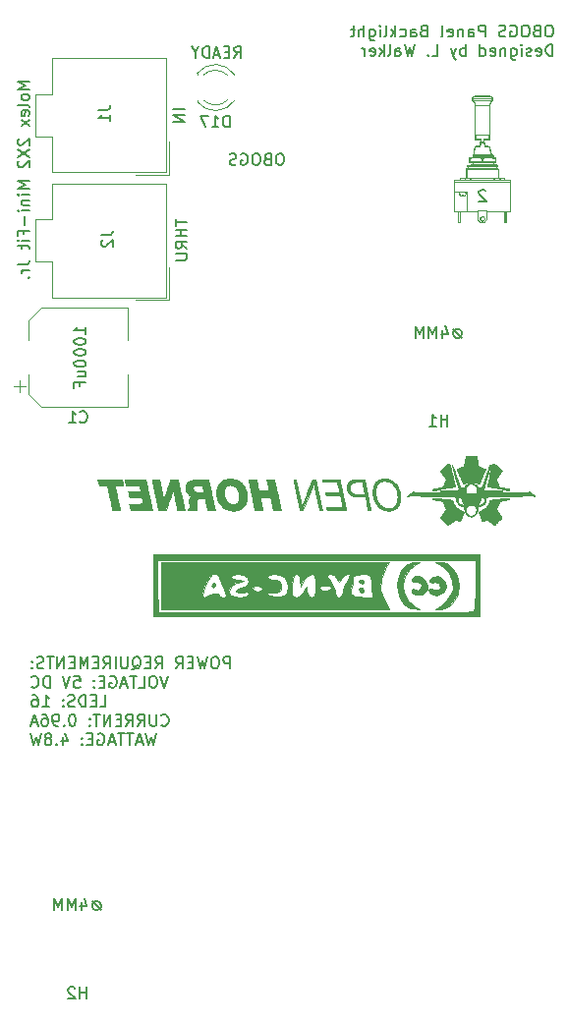
<source format=gbr>
%TF.GenerationSoftware,KiCad,Pcbnew,(5.1.6)-1*%
%TF.CreationDate,2020-12-18T16:59:39+11:00*%
%TF.ProjectId,OBOGS Panel PCB V2,4f424f47-5320-4506-916e-656c20504342,rev?*%
%TF.SameCoordinates,Original*%
%TF.FileFunction,Legend,Bot*%
%TF.FilePolarity,Positive*%
%FSLAX46Y46*%
G04 Gerber Fmt 4.6, Leading zero omitted, Abs format (unit mm)*
G04 Created by KiCad (PCBNEW (5.1.6)-1) date 2020-12-18 16:59:39*
%MOMM*%
%LPD*%
G01*
G04 APERTURE LIST*
%ADD10C,0.150000*%
%ADD11C,0.010000*%
%ADD12C,0.120000*%
%ADD13C,0.100000*%
G04 APERTURE END LIST*
D10*
X182536838Y-54875180D02*
X182346361Y-54875180D01*
X182251123Y-54922800D01*
X182155885Y-55018038D01*
X182108266Y-55208514D01*
X182108266Y-55541847D01*
X182155885Y-55732323D01*
X182251123Y-55827561D01*
X182346361Y-55875180D01*
X182536838Y-55875180D01*
X182632076Y-55827561D01*
X182727314Y-55732323D01*
X182774933Y-55541847D01*
X182774933Y-55208514D01*
X182727314Y-55018038D01*
X182632076Y-54922800D01*
X182536838Y-54875180D01*
X181346361Y-55351371D02*
X181203504Y-55398990D01*
X181155885Y-55446609D01*
X181108266Y-55541847D01*
X181108266Y-55684704D01*
X181155885Y-55779942D01*
X181203504Y-55827561D01*
X181298742Y-55875180D01*
X181679695Y-55875180D01*
X181679695Y-54875180D01*
X181346361Y-54875180D01*
X181251123Y-54922800D01*
X181203504Y-54970419D01*
X181155885Y-55065657D01*
X181155885Y-55160895D01*
X181203504Y-55256133D01*
X181251123Y-55303752D01*
X181346361Y-55351371D01*
X181679695Y-55351371D01*
X180489219Y-54875180D02*
X180298742Y-54875180D01*
X180203504Y-54922800D01*
X180108266Y-55018038D01*
X180060647Y-55208514D01*
X180060647Y-55541847D01*
X180108266Y-55732323D01*
X180203504Y-55827561D01*
X180298742Y-55875180D01*
X180489219Y-55875180D01*
X180584457Y-55827561D01*
X180679695Y-55732323D01*
X180727314Y-55541847D01*
X180727314Y-55208514D01*
X180679695Y-55018038D01*
X180584457Y-54922800D01*
X180489219Y-54875180D01*
X179108266Y-54922800D02*
X179203504Y-54875180D01*
X179346361Y-54875180D01*
X179489219Y-54922800D01*
X179584457Y-55018038D01*
X179632076Y-55113276D01*
X179679695Y-55303752D01*
X179679695Y-55446609D01*
X179632076Y-55637085D01*
X179584457Y-55732323D01*
X179489219Y-55827561D01*
X179346361Y-55875180D01*
X179251123Y-55875180D01*
X179108266Y-55827561D01*
X179060647Y-55779942D01*
X179060647Y-55446609D01*
X179251123Y-55446609D01*
X178679695Y-55827561D02*
X178536838Y-55875180D01*
X178298742Y-55875180D01*
X178203504Y-55827561D01*
X178155885Y-55779942D01*
X178108266Y-55684704D01*
X178108266Y-55589466D01*
X178155885Y-55494228D01*
X178203504Y-55446609D01*
X178298742Y-55398990D01*
X178489219Y-55351371D01*
X178584457Y-55303752D01*
X178632076Y-55256133D01*
X178679695Y-55160895D01*
X178679695Y-55065657D01*
X178632076Y-54970419D01*
X178584457Y-54922800D01*
X178489219Y-54875180D01*
X178251123Y-54875180D01*
X178108266Y-54922800D01*
X173439840Y-60543986D02*
X173439840Y-61115415D01*
X174439840Y-60829700D02*
X173439840Y-60829700D01*
X174439840Y-61448748D02*
X173439840Y-61448748D01*
X173916031Y-61448748D02*
X173916031Y-62020177D01*
X174439840Y-62020177D02*
X173439840Y-62020177D01*
X174439840Y-63067796D02*
X173963650Y-62734462D01*
X174439840Y-62496367D02*
X173439840Y-62496367D01*
X173439840Y-62877320D01*
X173487460Y-62972558D01*
X173535079Y-63020177D01*
X173630317Y-63067796D01*
X173773174Y-63067796D01*
X173868412Y-63020177D01*
X173916031Y-62972558D01*
X173963650Y-62877320D01*
X173963650Y-62496367D01*
X173439840Y-63496367D02*
X174249364Y-63496367D01*
X174344602Y-63543986D01*
X174392221Y-63591605D01*
X174439840Y-63686843D01*
X174439840Y-63877320D01*
X174392221Y-63972558D01*
X174344602Y-64020177D01*
X174249364Y-64067796D01*
X173439840Y-64067796D01*
X174236640Y-51091530D02*
X173236640Y-51091530D01*
X174236640Y-51567720D02*
X173236640Y-51567720D01*
X174236640Y-52139149D01*
X173236640Y-52139149D01*
X160843220Y-48664599D02*
X159843220Y-48664599D01*
X160557506Y-48997932D01*
X159843220Y-49331265D01*
X160843220Y-49331265D01*
X160843220Y-49950313D02*
X160795601Y-49855075D01*
X160747982Y-49807456D01*
X160652744Y-49759837D01*
X160367030Y-49759837D01*
X160271792Y-49807456D01*
X160224173Y-49855075D01*
X160176554Y-49950313D01*
X160176554Y-50093170D01*
X160224173Y-50188408D01*
X160271792Y-50236027D01*
X160367030Y-50283646D01*
X160652744Y-50283646D01*
X160747982Y-50236027D01*
X160795601Y-50188408D01*
X160843220Y-50093170D01*
X160843220Y-49950313D01*
X160843220Y-50855075D02*
X160795601Y-50759837D01*
X160700363Y-50712218D01*
X159843220Y-50712218D01*
X160795601Y-51616980D02*
X160843220Y-51521741D01*
X160843220Y-51331265D01*
X160795601Y-51236027D01*
X160700363Y-51188408D01*
X160319411Y-51188408D01*
X160224173Y-51236027D01*
X160176554Y-51331265D01*
X160176554Y-51521741D01*
X160224173Y-51616980D01*
X160319411Y-51664599D01*
X160414649Y-51664599D01*
X160509887Y-51188408D01*
X160843220Y-51997932D02*
X160176554Y-52521741D01*
X160176554Y-51997932D02*
X160843220Y-52521741D01*
X159938459Y-53616979D02*
X159890840Y-53664599D01*
X159843220Y-53759837D01*
X159843220Y-53997932D01*
X159890840Y-54093170D01*
X159938459Y-54140789D01*
X160033697Y-54188408D01*
X160128935Y-54188408D01*
X160271792Y-54140789D01*
X160843220Y-53569360D01*
X160843220Y-54188408D01*
X159843220Y-54521741D02*
X160843220Y-55188408D01*
X159843220Y-55188408D02*
X160843220Y-54521741D01*
X159938459Y-55521741D02*
X159890840Y-55569360D01*
X159843220Y-55664599D01*
X159843220Y-55902694D01*
X159890840Y-55997932D01*
X159938459Y-56045551D01*
X160033697Y-56093170D01*
X160128935Y-56093170D01*
X160271792Y-56045551D01*
X160843220Y-55474122D01*
X160843220Y-56093170D01*
X160843220Y-57283646D02*
X159843220Y-57283646D01*
X160557506Y-57616979D01*
X159843220Y-57950313D01*
X160843220Y-57950313D01*
X160843220Y-58426503D02*
X160176554Y-58426503D01*
X159843220Y-58426503D02*
X159890840Y-58378884D01*
X159938459Y-58426503D01*
X159890840Y-58474122D01*
X159843220Y-58426503D01*
X159938459Y-58426503D01*
X160176554Y-58902694D02*
X160843220Y-58902694D01*
X160271792Y-58902694D02*
X160224173Y-58950313D01*
X160176554Y-59045551D01*
X160176554Y-59188408D01*
X160224173Y-59283646D01*
X160319411Y-59331265D01*
X160843220Y-59331265D01*
X160843220Y-59807456D02*
X160176554Y-59807456D01*
X159843220Y-59807456D02*
X159890840Y-59759837D01*
X159938459Y-59807456D01*
X159890840Y-59855075D01*
X159843220Y-59807456D01*
X159938459Y-59807456D01*
X160462268Y-60283646D02*
X160462268Y-61045551D01*
X160319411Y-61855075D02*
X160319411Y-61521741D01*
X160843220Y-61521741D02*
X159843220Y-61521741D01*
X159843220Y-61997932D01*
X160843220Y-62378884D02*
X160176554Y-62378884D01*
X159843220Y-62378884D02*
X159890840Y-62331265D01*
X159938459Y-62378884D01*
X159890840Y-62426503D01*
X159843220Y-62378884D01*
X159938459Y-62378884D01*
X160176554Y-62712218D02*
X160176554Y-63093170D01*
X159843220Y-62855075D02*
X160700363Y-62855075D01*
X160795601Y-62902694D01*
X160843220Y-62997932D01*
X160843220Y-63093170D01*
X159843220Y-64474122D02*
X160557506Y-64474122D01*
X160700363Y-64426503D01*
X160795601Y-64331265D01*
X160843220Y-64188408D01*
X160843220Y-64093170D01*
X160843220Y-64950313D02*
X160176554Y-64950313D01*
X160367030Y-64950313D02*
X160271792Y-64997932D01*
X160224173Y-65045551D01*
X160176554Y-65140789D01*
X160176554Y-65236027D01*
X160747982Y-65569360D02*
X160795601Y-65616979D01*
X160843220Y-65569360D01*
X160795601Y-65521741D01*
X160747982Y-65569360D01*
X160843220Y-65569360D01*
X178515140Y-46654980D02*
X178848473Y-46178790D01*
X179086568Y-46654980D02*
X179086568Y-45654980D01*
X178705616Y-45654980D01*
X178610378Y-45702600D01*
X178562759Y-45750219D01*
X178515140Y-45845457D01*
X178515140Y-45988314D01*
X178562759Y-46083552D01*
X178610378Y-46131171D01*
X178705616Y-46178790D01*
X179086568Y-46178790D01*
X178086568Y-46131171D02*
X177753235Y-46131171D01*
X177610378Y-46654980D02*
X178086568Y-46654980D01*
X178086568Y-45654980D01*
X177610378Y-45654980D01*
X177229425Y-46369266D02*
X176753235Y-46369266D01*
X177324663Y-46654980D02*
X176991330Y-45654980D01*
X176657997Y-46654980D01*
X176324663Y-46654980D02*
X176324663Y-45654980D01*
X176086568Y-45654980D01*
X175943711Y-45702600D01*
X175848473Y-45797838D01*
X175800854Y-45893076D01*
X175753235Y-46083552D01*
X175753235Y-46226409D01*
X175800854Y-46416885D01*
X175848473Y-46512123D01*
X175943711Y-46607361D01*
X176086568Y-46654980D01*
X176324663Y-46654980D01*
X175134187Y-46178790D02*
X175134187Y-46654980D01*
X175467520Y-45654980D02*
X175134187Y-46178790D01*
X174800854Y-45654980D01*
X165712400Y-70409370D02*
X165712400Y-69837941D01*
X165712400Y-70123656D02*
X164712400Y-70123656D01*
X164855258Y-70028418D01*
X164950496Y-69933180D01*
X164998115Y-69837941D01*
X164712400Y-71028418D02*
X164712400Y-71123656D01*
X164760020Y-71218894D01*
X164807639Y-71266513D01*
X164902877Y-71314132D01*
X165093353Y-71361751D01*
X165331448Y-71361751D01*
X165521924Y-71314132D01*
X165617162Y-71266513D01*
X165664781Y-71218894D01*
X165712400Y-71123656D01*
X165712400Y-71028418D01*
X165664781Y-70933180D01*
X165617162Y-70885560D01*
X165521924Y-70837941D01*
X165331448Y-70790322D01*
X165093353Y-70790322D01*
X164902877Y-70837941D01*
X164807639Y-70885560D01*
X164760020Y-70933180D01*
X164712400Y-71028418D01*
X164712400Y-71980799D02*
X164712400Y-72076037D01*
X164760020Y-72171275D01*
X164807639Y-72218894D01*
X164902877Y-72266513D01*
X165093353Y-72314132D01*
X165331448Y-72314132D01*
X165521924Y-72266513D01*
X165617162Y-72218894D01*
X165664781Y-72171275D01*
X165712400Y-72076037D01*
X165712400Y-71980799D01*
X165664781Y-71885560D01*
X165617162Y-71837941D01*
X165521924Y-71790322D01*
X165331448Y-71742703D01*
X165093353Y-71742703D01*
X164902877Y-71790322D01*
X164807639Y-71837941D01*
X164760020Y-71885560D01*
X164712400Y-71980799D01*
X164712400Y-72933180D02*
X164712400Y-73028418D01*
X164760020Y-73123656D01*
X164807639Y-73171275D01*
X164902877Y-73218894D01*
X165093353Y-73266513D01*
X165331448Y-73266513D01*
X165521924Y-73218894D01*
X165617162Y-73171275D01*
X165664781Y-73123656D01*
X165712400Y-73028418D01*
X165712400Y-72933180D01*
X165664781Y-72837941D01*
X165617162Y-72790322D01*
X165521924Y-72742703D01*
X165331448Y-72695084D01*
X165093353Y-72695084D01*
X164902877Y-72742703D01*
X164807639Y-72790322D01*
X164760020Y-72837941D01*
X164712400Y-72933180D01*
X165045734Y-74123656D02*
X165712400Y-74123656D01*
X165045734Y-73695084D02*
X165569543Y-73695084D01*
X165664781Y-73742703D01*
X165712400Y-73837941D01*
X165712400Y-73980799D01*
X165664781Y-74076037D01*
X165617162Y-74123656D01*
X165188591Y-74933180D02*
X165188591Y-74599846D01*
X165712400Y-74599846D02*
X164712400Y-74599846D01*
X164712400Y-75076037D01*
X178133214Y-99252380D02*
X178133214Y-98252380D01*
X177752261Y-98252380D01*
X177657023Y-98300000D01*
X177609404Y-98347619D01*
X177561785Y-98442857D01*
X177561785Y-98585714D01*
X177609404Y-98680952D01*
X177657023Y-98728571D01*
X177752261Y-98776190D01*
X178133214Y-98776190D01*
X176942738Y-98252380D02*
X176752261Y-98252380D01*
X176657023Y-98300000D01*
X176561785Y-98395238D01*
X176514166Y-98585714D01*
X176514166Y-98919047D01*
X176561785Y-99109523D01*
X176657023Y-99204761D01*
X176752261Y-99252380D01*
X176942738Y-99252380D01*
X177037976Y-99204761D01*
X177133214Y-99109523D01*
X177180833Y-98919047D01*
X177180833Y-98585714D01*
X177133214Y-98395238D01*
X177037976Y-98300000D01*
X176942738Y-98252380D01*
X176180833Y-98252380D02*
X175942738Y-99252380D01*
X175752261Y-98538095D01*
X175561785Y-99252380D01*
X175323690Y-98252380D01*
X174942738Y-98728571D02*
X174609404Y-98728571D01*
X174466547Y-99252380D02*
X174942738Y-99252380D01*
X174942738Y-98252380D01*
X174466547Y-98252380D01*
X173466547Y-99252380D02*
X173799880Y-98776190D01*
X174037976Y-99252380D02*
X174037976Y-98252380D01*
X173657023Y-98252380D01*
X173561785Y-98300000D01*
X173514166Y-98347619D01*
X173466547Y-98442857D01*
X173466547Y-98585714D01*
X173514166Y-98680952D01*
X173561785Y-98728571D01*
X173657023Y-98776190D01*
X174037976Y-98776190D01*
X171704642Y-99252380D02*
X172037976Y-98776190D01*
X172276071Y-99252380D02*
X172276071Y-98252380D01*
X171895119Y-98252380D01*
X171799880Y-98300000D01*
X171752261Y-98347619D01*
X171704642Y-98442857D01*
X171704642Y-98585714D01*
X171752261Y-98680952D01*
X171799880Y-98728571D01*
X171895119Y-98776190D01*
X172276071Y-98776190D01*
X171276071Y-98728571D02*
X170942738Y-98728571D01*
X170799880Y-99252380D02*
X171276071Y-99252380D01*
X171276071Y-98252380D01*
X170799880Y-98252380D01*
X169704642Y-99347619D02*
X169799880Y-99300000D01*
X169895119Y-99204761D01*
X170037976Y-99061904D01*
X170133214Y-99014285D01*
X170228452Y-99014285D01*
X170180833Y-99252380D02*
X170276071Y-99204761D01*
X170371309Y-99109523D01*
X170418928Y-98919047D01*
X170418928Y-98585714D01*
X170371309Y-98395238D01*
X170276071Y-98300000D01*
X170180833Y-98252380D01*
X169990357Y-98252380D01*
X169895119Y-98300000D01*
X169799880Y-98395238D01*
X169752261Y-98585714D01*
X169752261Y-98919047D01*
X169799880Y-99109523D01*
X169895119Y-99204761D01*
X169990357Y-99252380D01*
X170180833Y-99252380D01*
X169323690Y-98252380D02*
X169323690Y-99061904D01*
X169276071Y-99157142D01*
X169228452Y-99204761D01*
X169133214Y-99252380D01*
X168942738Y-99252380D01*
X168847500Y-99204761D01*
X168799880Y-99157142D01*
X168752261Y-99061904D01*
X168752261Y-98252380D01*
X168276071Y-99252380D02*
X168276071Y-98252380D01*
X167228452Y-99252380D02*
X167561785Y-98776190D01*
X167799880Y-99252380D02*
X167799880Y-98252380D01*
X167418928Y-98252380D01*
X167323690Y-98300000D01*
X167276071Y-98347619D01*
X167228452Y-98442857D01*
X167228452Y-98585714D01*
X167276071Y-98680952D01*
X167323690Y-98728571D01*
X167418928Y-98776190D01*
X167799880Y-98776190D01*
X166799880Y-98728571D02*
X166466547Y-98728571D01*
X166323690Y-99252380D02*
X166799880Y-99252380D01*
X166799880Y-98252380D01*
X166323690Y-98252380D01*
X165895119Y-99252380D02*
X165895119Y-98252380D01*
X165561785Y-98966666D01*
X165228452Y-98252380D01*
X165228452Y-99252380D01*
X164752261Y-98728571D02*
X164418928Y-98728571D01*
X164276071Y-99252380D02*
X164752261Y-99252380D01*
X164752261Y-98252380D01*
X164276071Y-98252380D01*
X163847500Y-99252380D02*
X163847500Y-98252380D01*
X163276071Y-99252380D01*
X163276071Y-98252380D01*
X162942738Y-98252380D02*
X162371309Y-98252380D01*
X162657023Y-99252380D02*
X162657023Y-98252380D01*
X162085595Y-99204761D02*
X161942738Y-99252380D01*
X161704642Y-99252380D01*
X161609404Y-99204761D01*
X161561785Y-99157142D01*
X161514166Y-99061904D01*
X161514166Y-98966666D01*
X161561785Y-98871428D01*
X161609404Y-98823809D01*
X161704642Y-98776190D01*
X161895119Y-98728571D01*
X161990357Y-98680952D01*
X162037976Y-98633333D01*
X162085595Y-98538095D01*
X162085595Y-98442857D01*
X162037976Y-98347619D01*
X161990357Y-98300000D01*
X161895119Y-98252380D01*
X161657023Y-98252380D01*
X161514166Y-98300000D01*
X161085595Y-99157142D02*
X161037976Y-99204761D01*
X161085595Y-99252380D01*
X161133214Y-99204761D01*
X161085595Y-99157142D01*
X161085595Y-99252380D01*
X161085595Y-98633333D02*
X161037976Y-98680952D01*
X161085595Y-98728571D01*
X161133214Y-98680952D01*
X161085595Y-98633333D01*
X161085595Y-98728571D01*
X172799880Y-99902380D02*
X172466547Y-100902380D01*
X172133214Y-99902380D01*
X171609404Y-99902380D02*
X171418928Y-99902380D01*
X171323690Y-99950000D01*
X171228452Y-100045238D01*
X171180833Y-100235714D01*
X171180833Y-100569047D01*
X171228452Y-100759523D01*
X171323690Y-100854761D01*
X171418928Y-100902380D01*
X171609404Y-100902380D01*
X171704642Y-100854761D01*
X171799880Y-100759523D01*
X171847500Y-100569047D01*
X171847500Y-100235714D01*
X171799880Y-100045238D01*
X171704642Y-99950000D01*
X171609404Y-99902380D01*
X170276071Y-100902380D02*
X170752261Y-100902380D01*
X170752261Y-99902380D01*
X170085595Y-99902380D02*
X169514166Y-99902380D01*
X169799880Y-100902380D02*
X169799880Y-99902380D01*
X169228452Y-100616666D02*
X168752261Y-100616666D01*
X169323690Y-100902380D02*
X168990357Y-99902380D01*
X168657023Y-100902380D01*
X167799880Y-99950000D02*
X167895119Y-99902380D01*
X168037976Y-99902380D01*
X168180833Y-99950000D01*
X168276071Y-100045238D01*
X168323690Y-100140476D01*
X168371309Y-100330952D01*
X168371309Y-100473809D01*
X168323690Y-100664285D01*
X168276071Y-100759523D01*
X168180833Y-100854761D01*
X168037976Y-100902380D01*
X167942738Y-100902380D01*
X167799880Y-100854761D01*
X167752261Y-100807142D01*
X167752261Y-100473809D01*
X167942738Y-100473809D01*
X167323690Y-100378571D02*
X166990357Y-100378571D01*
X166847500Y-100902380D02*
X167323690Y-100902380D01*
X167323690Y-99902380D01*
X166847500Y-99902380D01*
X166418928Y-100807142D02*
X166371309Y-100854761D01*
X166418928Y-100902380D01*
X166466547Y-100854761D01*
X166418928Y-100807142D01*
X166418928Y-100902380D01*
X166418928Y-100283333D02*
X166371309Y-100330952D01*
X166418928Y-100378571D01*
X166466547Y-100330952D01*
X166418928Y-100283333D01*
X166418928Y-100378571D01*
X164704642Y-99902380D02*
X165180833Y-99902380D01*
X165228452Y-100378571D01*
X165180833Y-100330952D01*
X165085595Y-100283333D01*
X164847500Y-100283333D01*
X164752261Y-100330952D01*
X164704642Y-100378571D01*
X164657023Y-100473809D01*
X164657023Y-100711904D01*
X164704642Y-100807142D01*
X164752261Y-100854761D01*
X164847500Y-100902380D01*
X165085595Y-100902380D01*
X165180833Y-100854761D01*
X165228452Y-100807142D01*
X164371309Y-99902380D02*
X164037976Y-100902380D01*
X163704642Y-99902380D01*
X162609404Y-100902380D02*
X162609404Y-99902380D01*
X162371309Y-99902380D01*
X162228452Y-99950000D01*
X162133214Y-100045238D01*
X162085595Y-100140476D01*
X162037976Y-100330952D01*
X162037976Y-100473809D01*
X162085595Y-100664285D01*
X162133214Y-100759523D01*
X162228452Y-100854761D01*
X162371309Y-100902380D01*
X162609404Y-100902380D01*
X161037976Y-100807142D02*
X161085595Y-100854761D01*
X161228452Y-100902380D01*
X161323690Y-100902380D01*
X161466547Y-100854761D01*
X161561785Y-100759523D01*
X161609404Y-100664285D01*
X161657023Y-100473809D01*
X161657023Y-100330952D01*
X161609404Y-100140476D01*
X161561785Y-100045238D01*
X161466547Y-99950000D01*
X161323690Y-99902380D01*
X161228452Y-99902380D01*
X161085595Y-99950000D01*
X161037976Y-99997619D01*
X166942738Y-102552380D02*
X167418928Y-102552380D01*
X167418928Y-101552380D01*
X166609404Y-102028571D02*
X166276071Y-102028571D01*
X166133214Y-102552380D02*
X166609404Y-102552380D01*
X166609404Y-101552380D01*
X166133214Y-101552380D01*
X165704642Y-102552380D02*
X165704642Y-101552380D01*
X165466547Y-101552380D01*
X165323690Y-101600000D01*
X165228452Y-101695238D01*
X165180833Y-101790476D01*
X165133214Y-101980952D01*
X165133214Y-102123809D01*
X165180833Y-102314285D01*
X165228452Y-102409523D01*
X165323690Y-102504761D01*
X165466547Y-102552380D01*
X165704642Y-102552380D01*
X164752261Y-102504761D02*
X164609404Y-102552380D01*
X164371309Y-102552380D01*
X164276071Y-102504761D01*
X164228452Y-102457142D01*
X164180833Y-102361904D01*
X164180833Y-102266666D01*
X164228452Y-102171428D01*
X164276071Y-102123809D01*
X164371309Y-102076190D01*
X164561785Y-102028571D01*
X164657023Y-101980952D01*
X164704642Y-101933333D01*
X164752261Y-101838095D01*
X164752261Y-101742857D01*
X164704642Y-101647619D01*
X164657023Y-101600000D01*
X164561785Y-101552380D01*
X164323690Y-101552380D01*
X164180833Y-101600000D01*
X163752261Y-102457142D02*
X163704642Y-102504761D01*
X163752261Y-102552380D01*
X163799880Y-102504761D01*
X163752261Y-102457142D01*
X163752261Y-102552380D01*
X163752261Y-101933333D02*
X163704642Y-101980952D01*
X163752261Y-102028571D01*
X163799880Y-101980952D01*
X163752261Y-101933333D01*
X163752261Y-102028571D01*
X161990357Y-102552380D02*
X162561785Y-102552380D01*
X162276071Y-102552380D02*
X162276071Y-101552380D01*
X162371309Y-101695238D01*
X162466547Y-101790476D01*
X162561785Y-101838095D01*
X161133214Y-101552380D02*
X161323690Y-101552380D01*
X161418928Y-101600000D01*
X161466547Y-101647619D01*
X161561785Y-101790476D01*
X161609404Y-101980952D01*
X161609404Y-102361904D01*
X161561785Y-102457142D01*
X161514166Y-102504761D01*
X161418928Y-102552380D01*
X161228452Y-102552380D01*
X161133214Y-102504761D01*
X161085595Y-102457142D01*
X161037976Y-102361904D01*
X161037976Y-102123809D01*
X161085595Y-102028571D01*
X161133214Y-101980952D01*
X161228452Y-101933333D01*
X161418928Y-101933333D01*
X161514166Y-101980952D01*
X161561785Y-102028571D01*
X161609404Y-102123809D01*
X172228452Y-104107142D02*
X172276071Y-104154761D01*
X172418928Y-104202380D01*
X172514166Y-104202380D01*
X172657023Y-104154761D01*
X172752261Y-104059523D01*
X172799880Y-103964285D01*
X172847500Y-103773809D01*
X172847500Y-103630952D01*
X172799880Y-103440476D01*
X172752261Y-103345238D01*
X172657023Y-103250000D01*
X172514166Y-103202380D01*
X172418928Y-103202380D01*
X172276071Y-103250000D01*
X172228452Y-103297619D01*
X171799880Y-103202380D02*
X171799880Y-104011904D01*
X171752261Y-104107142D01*
X171704642Y-104154761D01*
X171609404Y-104202380D01*
X171418928Y-104202380D01*
X171323690Y-104154761D01*
X171276071Y-104107142D01*
X171228452Y-104011904D01*
X171228452Y-103202380D01*
X170180833Y-104202380D02*
X170514166Y-103726190D01*
X170752261Y-104202380D02*
X170752261Y-103202380D01*
X170371309Y-103202380D01*
X170276071Y-103250000D01*
X170228452Y-103297619D01*
X170180833Y-103392857D01*
X170180833Y-103535714D01*
X170228452Y-103630952D01*
X170276071Y-103678571D01*
X170371309Y-103726190D01*
X170752261Y-103726190D01*
X169180833Y-104202380D02*
X169514166Y-103726190D01*
X169752261Y-104202380D02*
X169752261Y-103202380D01*
X169371309Y-103202380D01*
X169276071Y-103250000D01*
X169228452Y-103297619D01*
X169180833Y-103392857D01*
X169180833Y-103535714D01*
X169228452Y-103630952D01*
X169276071Y-103678571D01*
X169371309Y-103726190D01*
X169752261Y-103726190D01*
X168752261Y-103678571D02*
X168418928Y-103678571D01*
X168276071Y-104202380D02*
X168752261Y-104202380D01*
X168752261Y-103202380D01*
X168276071Y-103202380D01*
X167847500Y-104202380D02*
X167847500Y-103202380D01*
X167276071Y-104202380D01*
X167276071Y-103202380D01*
X166942738Y-103202380D02*
X166371309Y-103202380D01*
X166657023Y-104202380D02*
X166657023Y-103202380D01*
X166037976Y-104107142D02*
X165990357Y-104154761D01*
X166037976Y-104202380D01*
X166085595Y-104154761D01*
X166037976Y-104107142D01*
X166037976Y-104202380D01*
X166037976Y-103583333D02*
X165990357Y-103630952D01*
X166037976Y-103678571D01*
X166085595Y-103630952D01*
X166037976Y-103583333D01*
X166037976Y-103678571D01*
X164609404Y-103202380D02*
X164514166Y-103202380D01*
X164418928Y-103250000D01*
X164371309Y-103297619D01*
X164323690Y-103392857D01*
X164276071Y-103583333D01*
X164276071Y-103821428D01*
X164323690Y-104011904D01*
X164371309Y-104107142D01*
X164418928Y-104154761D01*
X164514166Y-104202380D01*
X164609404Y-104202380D01*
X164704642Y-104154761D01*
X164752261Y-104107142D01*
X164799880Y-104011904D01*
X164847500Y-103821428D01*
X164847500Y-103583333D01*
X164799880Y-103392857D01*
X164752261Y-103297619D01*
X164704642Y-103250000D01*
X164609404Y-103202380D01*
X163847500Y-104107142D02*
X163799880Y-104154761D01*
X163847500Y-104202380D01*
X163895119Y-104154761D01*
X163847500Y-104107142D01*
X163847500Y-104202380D01*
X163323690Y-104202380D02*
X163133214Y-104202380D01*
X163037976Y-104154761D01*
X162990357Y-104107142D01*
X162895119Y-103964285D01*
X162847500Y-103773809D01*
X162847500Y-103392857D01*
X162895119Y-103297619D01*
X162942738Y-103250000D01*
X163037976Y-103202380D01*
X163228452Y-103202380D01*
X163323690Y-103250000D01*
X163371309Y-103297619D01*
X163418928Y-103392857D01*
X163418928Y-103630952D01*
X163371309Y-103726190D01*
X163323690Y-103773809D01*
X163228452Y-103821428D01*
X163037976Y-103821428D01*
X162942738Y-103773809D01*
X162895119Y-103726190D01*
X162847500Y-103630952D01*
X161990357Y-103202380D02*
X162180833Y-103202380D01*
X162276071Y-103250000D01*
X162323690Y-103297619D01*
X162418928Y-103440476D01*
X162466547Y-103630952D01*
X162466547Y-104011904D01*
X162418928Y-104107142D01*
X162371309Y-104154761D01*
X162276071Y-104202380D01*
X162085595Y-104202380D01*
X161990357Y-104154761D01*
X161942738Y-104107142D01*
X161895119Y-104011904D01*
X161895119Y-103773809D01*
X161942738Y-103678571D01*
X161990357Y-103630952D01*
X162085595Y-103583333D01*
X162276071Y-103583333D01*
X162371309Y-103630952D01*
X162418928Y-103678571D01*
X162466547Y-103773809D01*
X161514166Y-103916666D02*
X161037976Y-103916666D01*
X161609404Y-104202380D02*
X161276071Y-103202380D01*
X160942738Y-104202380D01*
X171752261Y-104852380D02*
X171514166Y-105852380D01*
X171323690Y-105138095D01*
X171133214Y-105852380D01*
X170895119Y-104852380D01*
X170561785Y-105566666D02*
X170085595Y-105566666D01*
X170657023Y-105852380D02*
X170323690Y-104852380D01*
X169990357Y-105852380D01*
X169799880Y-104852380D02*
X169228452Y-104852380D01*
X169514166Y-105852380D02*
X169514166Y-104852380D01*
X169037976Y-104852380D02*
X168466547Y-104852380D01*
X168752261Y-105852380D02*
X168752261Y-104852380D01*
X168180833Y-105566666D02*
X167704642Y-105566666D01*
X168276071Y-105852380D02*
X167942738Y-104852380D01*
X167609404Y-105852380D01*
X166752261Y-104900000D02*
X166847500Y-104852380D01*
X166990357Y-104852380D01*
X167133214Y-104900000D01*
X167228452Y-104995238D01*
X167276071Y-105090476D01*
X167323690Y-105280952D01*
X167323690Y-105423809D01*
X167276071Y-105614285D01*
X167228452Y-105709523D01*
X167133214Y-105804761D01*
X166990357Y-105852380D01*
X166895119Y-105852380D01*
X166752261Y-105804761D01*
X166704642Y-105757142D01*
X166704642Y-105423809D01*
X166895119Y-105423809D01*
X166276071Y-105328571D02*
X165942738Y-105328571D01*
X165799880Y-105852380D02*
X166276071Y-105852380D01*
X166276071Y-104852380D01*
X165799880Y-104852380D01*
X165371309Y-105757142D02*
X165323690Y-105804761D01*
X165371309Y-105852380D01*
X165418928Y-105804761D01*
X165371309Y-105757142D01*
X165371309Y-105852380D01*
X165371309Y-105233333D02*
X165323690Y-105280952D01*
X165371309Y-105328571D01*
X165418928Y-105280952D01*
X165371309Y-105233333D01*
X165371309Y-105328571D01*
X163704642Y-105185714D02*
X163704642Y-105852380D01*
X163942738Y-104804761D02*
X164180833Y-105519047D01*
X163561785Y-105519047D01*
X163180833Y-105757142D02*
X163133214Y-105804761D01*
X163180833Y-105852380D01*
X163228452Y-105804761D01*
X163180833Y-105757142D01*
X163180833Y-105852380D01*
X162561785Y-105280952D02*
X162657023Y-105233333D01*
X162704642Y-105185714D01*
X162752261Y-105090476D01*
X162752261Y-105042857D01*
X162704642Y-104947619D01*
X162657023Y-104900000D01*
X162561785Y-104852380D01*
X162371309Y-104852380D01*
X162276071Y-104900000D01*
X162228452Y-104947619D01*
X162180833Y-105042857D01*
X162180833Y-105090476D01*
X162228452Y-105185714D01*
X162276071Y-105233333D01*
X162371309Y-105280952D01*
X162561785Y-105280952D01*
X162657023Y-105328571D01*
X162704642Y-105376190D01*
X162752261Y-105471428D01*
X162752261Y-105661904D01*
X162704642Y-105757142D01*
X162657023Y-105804761D01*
X162561785Y-105852380D01*
X162371309Y-105852380D01*
X162276071Y-105804761D01*
X162228452Y-105757142D01*
X162180833Y-105661904D01*
X162180833Y-105471428D01*
X162228452Y-105376190D01*
X162276071Y-105328571D01*
X162371309Y-105280952D01*
X161847500Y-104852380D02*
X161609404Y-105852380D01*
X161418928Y-105138095D01*
X161228452Y-105852380D01*
X160990357Y-104852380D01*
X205727008Y-43831760D02*
X205536532Y-43831760D01*
X205441294Y-43879380D01*
X205346056Y-43974618D01*
X205298437Y-44165094D01*
X205298437Y-44498427D01*
X205346056Y-44688903D01*
X205441294Y-44784141D01*
X205536532Y-44831760D01*
X205727008Y-44831760D01*
X205822246Y-44784141D01*
X205917484Y-44688903D01*
X205965103Y-44498427D01*
X205965103Y-44165094D01*
X205917484Y-43974618D01*
X205822246Y-43879380D01*
X205727008Y-43831760D01*
X204536532Y-44307951D02*
X204393675Y-44355570D01*
X204346056Y-44403189D01*
X204298437Y-44498427D01*
X204298437Y-44641284D01*
X204346056Y-44736522D01*
X204393675Y-44784141D01*
X204488913Y-44831760D01*
X204869865Y-44831760D01*
X204869865Y-43831760D01*
X204536532Y-43831760D01*
X204441294Y-43879380D01*
X204393675Y-43926999D01*
X204346056Y-44022237D01*
X204346056Y-44117475D01*
X204393675Y-44212713D01*
X204441294Y-44260332D01*
X204536532Y-44307951D01*
X204869865Y-44307951D01*
X203679389Y-43831760D02*
X203488913Y-43831760D01*
X203393675Y-43879380D01*
X203298437Y-43974618D01*
X203250818Y-44165094D01*
X203250818Y-44498427D01*
X203298437Y-44688903D01*
X203393675Y-44784141D01*
X203488913Y-44831760D01*
X203679389Y-44831760D01*
X203774627Y-44784141D01*
X203869865Y-44688903D01*
X203917484Y-44498427D01*
X203917484Y-44165094D01*
X203869865Y-43974618D01*
X203774627Y-43879380D01*
X203679389Y-43831760D01*
X202298437Y-43879380D02*
X202393675Y-43831760D01*
X202536532Y-43831760D01*
X202679389Y-43879380D01*
X202774627Y-43974618D01*
X202822246Y-44069856D01*
X202869865Y-44260332D01*
X202869865Y-44403189D01*
X202822246Y-44593665D01*
X202774627Y-44688903D01*
X202679389Y-44784141D01*
X202536532Y-44831760D01*
X202441294Y-44831760D01*
X202298437Y-44784141D01*
X202250818Y-44736522D01*
X202250818Y-44403189D01*
X202441294Y-44403189D01*
X201869865Y-44784141D02*
X201727008Y-44831760D01*
X201488913Y-44831760D01*
X201393675Y-44784141D01*
X201346056Y-44736522D01*
X201298437Y-44641284D01*
X201298437Y-44546046D01*
X201346056Y-44450808D01*
X201393675Y-44403189D01*
X201488913Y-44355570D01*
X201679389Y-44307951D01*
X201774627Y-44260332D01*
X201822246Y-44212713D01*
X201869865Y-44117475D01*
X201869865Y-44022237D01*
X201822246Y-43926999D01*
X201774627Y-43879380D01*
X201679389Y-43831760D01*
X201441294Y-43831760D01*
X201298437Y-43879380D01*
X200107960Y-44831760D02*
X200107960Y-43831760D01*
X199727008Y-43831760D01*
X199631770Y-43879380D01*
X199584151Y-43926999D01*
X199536532Y-44022237D01*
X199536532Y-44165094D01*
X199584151Y-44260332D01*
X199631770Y-44307951D01*
X199727008Y-44355570D01*
X200107960Y-44355570D01*
X198679389Y-44831760D02*
X198679389Y-44307951D01*
X198727008Y-44212713D01*
X198822246Y-44165094D01*
X199012722Y-44165094D01*
X199107960Y-44212713D01*
X198679389Y-44784141D02*
X198774627Y-44831760D01*
X199012722Y-44831760D01*
X199107960Y-44784141D01*
X199155580Y-44688903D01*
X199155580Y-44593665D01*
X199107960Y-44498427D01*
X199012722Y-44450808D01*
X198774627Y-44450808D01*
X198679389Y-44403189D01*
X198203199Y-44165094D02*
X198203199Y-44831760D01*
X198203199Y-44260332D02*
X198155580Y-44212713D01*
X198060341Y-44165094D01*
X197917484Y-44165094D01*
X197822246Y-44212713D01*
X197774627Y-44307951D01*
X197774627Y-44831760D01*
X196917484Y-44784141D02*
X197012722Y-44831760D01*
X197203199Y-44831760D01*
X197298437Y-44784141D01*
X197346056Y-44688903D01*
X197346056Y-44307951D01*
X197298437Y-44212713D01*
X197203199Y-44165094D01*
X197012722Y-44165094D01*
X196917484Y-44212713D01*
X196869865Y-44307951D01*
X196869865Y-44403189D01*
X197346056Y-44498427D01*
X196298437Y-44831760D02*
X196393675Y-44784141D01*
X196441294Y-44688903D01*
X196441294Y-43831760D01*
X194822246Y-44307951D02*
X194679389Y-44355570D01*
X194631770Y-44403189D01*
X194584151Y-44498427D01*
X194584151Y-44641284D01*
X194631770Y-44736522D01*
X194679389Y-44784141D01*
X194774627Y-44831760D01*
X195155580Y-44831760D01*
X195155580Y-43831760D01*
X194822246Y-43831760D01*
X194727008Y-43879380D01*
X194679389Y-43926999D01*
X194631770Y-44022237D01*
X194631770Y-44117475D01*
X194679389Y-44212713D01*
X194727008Y-44260332D01*
X194822246Y-44307951D01*
X195155580Y-44307951D01*
X193727008Y-44831760D02*
X193727008Y-44307951D01*
X193774627Y-44212713D01*
X193869865Y-44165094D01*
X194060341Y-44165094D01*
X194155580Y-44212713D01*
X193727008Y-44784141D02*
X193822246Y-44831760D01*
X194060341Y-44831760D01*
X194155580Y-44784141D01*
X194203199Y-44688903D01*
X194203199Y-44593665D01*
X194155580Y-44498427D01*
X194060341Y-44450808D01*
X193822246Y-44450808D01*
X193727008Y-44403189D01*
X192822246Y-44784141D02*
X192917484Y-44831760D01*
X193107960Y-44831760D01*
X193203199Y-44784141D01*
X193250818Y-44736522D01*
X193298437Y-44641284D01*
X193298437Y-44355570D01*
X193250818Y-44260332D01*
X193203199Y-44212713D01*
X193107960Y-44165094D01*
X192917484Y-44165094D01*
X192822246Y-44212713D01*
X192393675Y-44831760D02*
X192393675Y-43831760D01*
X192298437Y-44450808D02*
X192012722Y-44831760D01*
X192012722Y-44165094D02*
X192393675Y-44546046D01*
X191441294Y-44831760D02*
X191536532Y-44784141D01*
X191584151Y-44688903D01*
X191584151Y-43831760D01*
X191060341Y-44831760D02*
X191060341Y-44165094D01*
X191060341Y-43831760D02*
X191107960Y-43879380D01*
X191060341Y-43926999D01*
X191012722Y-43879380D01*
X191060341Y-43831760D01*
X191060341Y-43926999D01*
X190155580Y-44165094D02*
X190155580Y-44974618D01*
X190203199Y-45069856D01*
X190250818Y-45117475D01*
X190346056Y-45165094D01*
X190488913Y-45165094D01*
X190584151Y-45117475D01*
X190155580Y-44784141D02*
X190250818Y-44831760D01*
X190441294Y-44831760D01*
X190536532Y-44784141D01*
X190584151Y-44736522D01*
X190631770Y-44641284D01*
X190631770Y-44355570D01*
X190584151Y-44260332D01*
X190536532Y-44212713D01*
X190441294Y-44165094D01*
X190250818Y-44165094D01*
X190155580Y-44212713D01*
X189679389Y-44831760D02*
X189679389Y-43831760D01*
X189250818Y-44831760D02*
X189250818Y-44307951D01*
X189298437Y-44212713D01*
X189393675Y-44165094D01*
X189536532Y-44165094D01*
X189631770Y-44212713D01*
X189679389Y-44260332D01*
X188917484Y-44165094D02*
X188536532Y-44165094D01*
X188774627Y-43831760D02*
X188774627Y-44688903D01*
X188727008Y-44784141D01*
X188631770Y-44831760D01*
X188536532Y-44831760D01*
X205917484Y-46481760D02*
X205917484Y-45481760D01*
X205679389Y-45481760D01*
X205536532Y-45529380D01*
X205441294Y-45624618D01*
X205393675Y-45719856D01*
X205346056Y-45910332D01*
X205346056Y-46053189D01*
X205393675Y-46243665D01*
X205441294Y-46338903D01*
X205536532Y-46434141D01*
X205679389Y-46481760D01*
X205917484Y-46481760D01*
X204536532Y-46434141D02*
X204631770Y-46481760D01*
X204822246Y-46481760D01*
X204917484Y-46434141D01*
X204965103Y-46338903D01*
X204965103Y-45957951D01*
X204917484Y-45862713D01*
X204822246Y-45815094D01*
X204631770Y-45815094D01*
X204536532Y-45862713D01*
X204488913Y-45957951D01*
X204488913Y-46053189D01*
X204965103Y-46148427D01*
X204107960Y-46434141D02*
X204012722Y-46481760D01*
X203822246Y-46481760D01*
X203727008Y-46434141D01*
X203679389Y-46338903D01*
X203679389Y-46291284D01*
X203727008Y-46196046D01*
X203822246Y-46148427D01*
X203965103Y-46148427D01*
X204060341Y-46100808D01*
X204107960Y-46005570D01*
X204107960Y-45957951D01*
X204060341Y-45862713D01*
X203965103Y-45815094D01*
X203822246Y-45815094D01*
X203727008Y-45862713D01*
X203250818Y-46481760D02*
X203250818Y-45815094D01*
X203250818Y-45481760D02*
X203298437Y-45529380D01*
X203250818Y-45576999D01*
X203203199Y-45529380D01*
X203250818Y-45481760D01*
X203250818Y-45576999D01*
X202346056Y-45815094D02*
X202346056Y-46624618D01*
X202393675Y-46719856D01*
X202441294Y-46767475D01*
X202536532Y-46815094D01*
X202679389Y-46815094D01*
X202774627Y-46767475D01*
X202346056Y-46434141D02*
X202441294Y-46481760D01*
X202631770Y-46481760D01*
X202727008Y-46434141D01*
X202774627Y-46386522D01*
X202822246Y-46291284D01*
X202822246Y-46005570D01*
X202774627Y-45910332D01*
X202727008Y-45862713D01*
X202631770Y-45815094D01*
X202441294Y-45815094D01*
X202346056Y-45862713D01*
X201869865Y-45815094D02*
X201869865Y-46481760D01*
X201869865Y-45910332D02*
X201822246Y-45862713D01*
X201727008Y-45815094D01*
X201584151Y-45815094D01*
X201488913Y-45862713D01*
X201441294Y-45957951D01*
X201441294Y-46481760D01*
X200584151Y-46434141D02*
X200679389Y-46481760D01*
X200869865Y-46481760D01*
X200965103Y-46434141D01*
X201012722Y-46338903D01*
X201012722Y-45957951D01*
X200965103Y-45862713D01*
X200869865Y-45815094D01*
X200679389Y-45815094D01*
X200584151Y-45862713D01*
X200536532Y-45957951D01*
X200536532Y-46053189D01*
X201012722Y-46148427D01*
X199679389Y-46481760D02*
X199679389Y-45481760D01*
X199679389Y-46434141D02*
X199774627Y-46481760D01*
X199965103Y-46481760D01*
X200060341Y-46434141D01*
X200107960Y-46386522D01*
X200155580Y-46291284D01*
X200155580Y-46005570D01*
X200107960Y-45910332D01*
X200060341Y-45862713D01*
X199965103Y-45815094D01*
X199774627Y-45815094D01*
X199679389Y-45862713D01*
X198441294Y-46481760D02*
X198441294Y-45481760D01*
X198441294Y-45862713D02*
X198346056Y-45815094D01*
X198155580Y-45815094D01*
X198060341Y-45862713D01*
X198012722Y-45910332D01*
X197965103Y-46005570D01*
X197965103Y-46291284D01*
X198012722Y-46386522D01*
X198060341Y-46434141D01*
X198155580Y-46481760D01*
X198346056Y-46481760D01*
X198441294Y-46434141D01*
X197631770Y-45815094D02*
X197393675Y-46481760D01*
X197155580Y-45815094D02*
X197393675Y-46481760D01*
X197488913Y-46719856D01*
X197536532Y-46767475D01*
X197631770Y-46815094D01*
X195536532Y-46481760D02*
X196012722Y-46481760D01*
X196012722Y-45481760D01*
X195203199Y-46386522D02*
X195155580Y-46434141D01*
X195203199Y-46481760D01*
X195250818Y-46434141D01*
X195203199Y-46386522D01*
X195203199Y-46481760D01*
X194060341Y-45481760D02*
X193822246Y-46481760D01*
X193631770Y-45767475D01*
X193441294Y-46481760D01*
X193203199Y-45481760D01*
X192393675Y-46481760D02*
X192393675Y-45957951D01*
X192441294Y-45862713D01*
X192536532Y-45815094D01*
X192727008Y-45815094D01*
X192822246Y-45862713D01*
X192393675Y-46434141D02*
X192488913Y-46481760D01*
X192727008Y-46481760D01*
X192822246Y-46434141D01*
X192869865Y-46338903D01*
X192869865Y-46243665D01*
X192822246Y-46148427D01*
X192727008Y-46100808D01*
X192488913Y-46100808D01*
X192393675Y-46053189D01*
X191774627Y-46481760D02*
X191869865Y-46434141D01*
X191917484Y-46338903D01*
X191917484Y-45481760D01*
X191393675Y-46481760D02*
X191393675Y-45481760D01*
X191298437Y-46100808D02*
X191012722Y-46481760D01*
X191012722Y-45815094D02*
X191393675Y-46196046D01*
X190203199Y-46434141D02*
X190298437Y-46481760D01*
X190488913Y-46481760D01*
X190584151Y-46434141D01*
X190631770Y-46338903D01*
X190631770Y-45957951D01*
X190584151Y-45862713D01*
X190488913Y-45815094D01*
X190298437Y-45815094D01*
X190203199Y-45862713D01*
X190155580Y-45957951D01*
X190155580Y-46053189D01*
X190631770Y-46148427D01*
X189727008Y-46481760D02*
X189727008Y-45815094D01*
X189727008Y-46005570D02*
X189679389Y-45910332D01*
X189631770Y-45862713D01*
X189536532Y-45815094D01*
X189441294Y-45815094D01*
D11*
%TO.C,G\u002A\u002A\u002A*%
G36*
X171520199Y-94791391D02*
G01*
X199611590Y-94791391D01*
X199611590Y-89913245D01*
X199275166Y-89913245D01*
X199275166Y-92071965D01*
X199266806Y-92892585D01*
X199243962Y-93588081D01*
X199209985Y-94091127D01*
X199168229Y-94334401D01*
X199162036Y-94343814D01*
X198980140Y-94360859D01*
X198487193Y-94376078D01*
X197708561Y-94389341D01*
X196669612Y-94400518D01*
X195395714Y-94409480D01*
X193912235Y-94416096D01*
X192244542Y-94420236D01*
X190418002Y-94421769D01*
X188457984Y-94420567D01*
X186389855Y-94416498D01*
X185494817Y-94413903D01*
X171940729Y-94370861D01*
X171893793Y-92142053D01*
X171846858Y-89913245D01*
X199275166Y-89913245D01*
X199611590Y-89913245D01*
X199611590Y-89408610D01*
X171520199Y-89408610D01*
X171520199Y-94791391D01*
G37*
X171520199Y-94791391D02*
X199611590Y-94791391D01*
X199611590Y-89913245D01*
X199275166Y-89913245D01*
X199275166Y-92071965D01*
X199266806Y-92892585D01*
X199243962Y-93588081D01*
X199209985Y-94091127D01*
X199168229Y-94334401D01*
X199162036Y-94343814D01*
X198980140Y-94360859D01*
X198487193Y-94376078D01*
X197708561Y-94389341D01*
X196669612Y-94400518D01*
X195395714Y-94409480D01*
X193912235Y-94416096D01*
X192244542Y-94420236D01*
X190418002Y-94421769D01*
X188457984Y-94420567D01*
X186389855Y-94416498D01*
X185494817Y-94413903D01*
X171940729Y-94370861D01*
X171893793Y-92142053D01*
X171846858Y-89913245D01*
X199275166Y-89913245D01*
X199611590Y-89913245D01*
X199611590Y-89408610D01*
X171520199Y-89408610D01*
X171520199Y-94791391D01*
G36*
X196432740Y-90465418D02*
G01*
X197006857Y-91025998D01*
X197308117Y-91715113D01*
X197312489Y-92459650D01*
X197203773Y-92811218D01*
X196867582Y-93340872D01*
X196409349Y-93761675D01*
X196383632Y-93777807D01*
X195826821Y-94117286D01*
X196358557Y-94117914D01*
X196863539Y-94004346D01*
X197308701Y-93621288D01*
X197311525Y-93617937D01*
X197762677Y-92848281D01*
X197894543Y-92028033D01*
X197707122Y-91212606D01*
X197311525Y-90582063D01*
X196852935Y-90190741D01*
X196375734Y-90081457D01*
X195861176Y-90081457D01*
X196432740Y-90465418D01*
G37*
X196432740Y-90465418D02*
X197006857Y-91025998D01*
X197308117Y-91715113D01*
X197312489Y-92459650D01*
X197203773Y-92811218D01*
X196867582Y-93340872D01*
X196409349Y-93761675D01*
X196383632Y-93777807D01*
X195826821Y-94117286D01*
X196358557Y-94117914D01*
X196863539Y-94004346D01*
X197308701Y-93621288D01*
X197311525Y-93617937D01*
X197762677Y-92848281D01*
X197894543Y-92028033D01*
X197707122Y-91212606D01*
X197311525Y-90582063D01*
X196852935Y-90190741D01*
X196375734Y-90081457D01*
X195861176Y-90081457D01*
X196432740Y-90465418D01*
G36*
X193897754Y-90120050D02*
G01*
X193333076Y-90307900D01*
X192920464Y-90724044D01*
X192659919Y-91297337D01*
X192551439Y-91956631D01*
X192595025Y-92630780D01*
X192790676Y-93248636D01*
X193138394Y-93739053D01*
X193638178Y-94030883D01*
X193897754Y-94077445D01*
X194481126Y-94120453D01*
X194020658Y-93862916D01*
X193464657Y-93380403D01*
X193148950Y-92742327D01*
X193073118Y-92028152D01*
X193236738Y-91317342D01*
X193639392Y-90689361D01*
X194039200Y-90356742D01*
X194481126Y-90074537D01*
X193897754Y-90120050D01*
G37*
X193897754Y-90120050D02*
X193333076Y-90307900D01*
X192920464Y-90724044D01*
X192659919Y-91297337D01*
X192551439Y-91956631D01*
X192595025Y-92630780D01*
X192790676Y-93248636D01*
X193138394Y-93739053D01*
X193638178Y-94030883D01*
X193897754Y-94077445D01*
X194481126Y-94120453D01*
X194020658Y-93862916D01*
X193464657Y-93380403D01*
X193148950Y-92742327D01*
X193073118Y-92028152D01*
X193236738Y-91317342D01*
X193639392Y-90689361D01*
X194039200Y-90356742D01*
X194481126Y-90074537D01*
X193897754Y-90120050D01*
G36*
X172193047Y-94118543D02*
G01*
X191828084Y-94118543D01*
X191419217Y-93319537D01*
X191348668Y-93109272D01*
X190376723Y-93109272D01*
X189709238Y-93109272D01*
X189208699Y-93084369D01*
X188824624Y-93022896D01*
X188775678Y-93007169D01*
X188565887Y-92785844D01*
X188514315Y-92457377D01*
X188647903Y-92202778D01*
X188655256Y-92198048D01*
X188737825Y-91983983D01*
X188721235Y-91691240D01*
X188727201Y-91359221D01*
X188938376Y-91216888D01*
X188505862Y-91216888D01*
X188408926Y-91425677D01*
X188180195Y-91754580D01*
X188173179Y-91763576D01*
X187931828Y-92217897D01*
X187840495Y-92646689D01*
X187772489Y-92997504D01*
X187538072Y-93108360D01*
X187500331Y-93109272D01*
X187244468Y-93019663D01*
X187161249Y-92698572D01*
X187160167Y-92646689D01*
X187086778Y-92324624D01*
X186823315Y-92324624D01*
X186708247Y-92499590D01*
X186431254Y-92583865D01*
X186085035Y-92510313D01*
X185863838Y-92322262D01*
X185859423Y-92310265D01*
X185947041Y-92150184D01*
X186308830Y-92100000D01*
X185481788Y-92100000D01*
X185468901Y-92664969D01*
X185413850Y-92970266D01*
X185292047Y-93092183D01*
X185156537Y-93109272D01*
X184883056Y-92985667D01*
X184770675Y-92646689D01*
X184710063Y-92184106D01*
X184480183Y-92646689D01*
X184158260Y-93027452D01*
X183848380Y-93109272D01*
X183623263Y-93087117D01*
X183509442Y-92967039D01*
X183477644Y-92668619D01*
X183493687Y-92231362D01*
X183126076Y-92231362D01*
X183038827Y-92680978D01*
X182832451Y-92931911D01*
X182463095Y-93046117D01*
X182000798Y-93063184D01*
X181579343Y-92993316D01*
X181332516Y-92846718D01*
X181318029Y-92816403D01*
X181325925Y-92796559D01*
X179769906Y-92796559D01*
X179650442Y-92997130D01*
X179394111Y-93085548D01*
X178970892Y-93107792D01*
X178528433Y-93070357D01*
X178257281Y-92992117D01*
X177820702Y-92992117D01*
X177765971Y-93092537D01*
X177589987Y-93109263D01*
X177573373Y-93109272D01*
X177301370Y-93038366D01*
X177239404Y-92941060D01*
X177104565Y-92801705D01*
X176781567Y-92787655D01*
X176392690Y-92894563D01*
X176235500Y-92976745D01*
X175922033Y-93106323D01*
X175796254Y-92979574D01*
X175856489Y-92587429D01*
X176059467Y-92021939D01*
X176343508Y-91428187D01*
X176598496Y-91135242D01*
X176744378Y-91090729D01*
X176938410Y-91104079D01*
X177081422Y-91188775D01*
X177221308Y-91411781D01*
X177405965Y-91840063D01*
X177562671Y-92234832D01*
X177753247Y-92731662D01*
X177820702Y-92992117D01*
X178257281Y-92992117D01*
X178214383Y-92979739D01*
X178158661Y-92931499D01*
X178086033Y-92538646D01*
X178275529Y-92153415D01*
X178666866Y-91879538D01*
X178793182Y-91839629D01*
X179342053Y-91704543D01*
X178795364Y-91639296D01*
X178368270Y-91513148D01*
X178236855Y-91325951D01*
X178397964Y-91158350D01*
X178816821Y-91090729D01*
X179334613Y-91194393D01*
X179644643Y-91450527D01*
X179729864Y-91776846D01*
X179573230Y-92091062D01*
X179157694Y-92310890D01*
X179073609Y-92330312D01*
X178737406Y-92452670D01*
X178672255Y-92609469D01*
X178674071Y-92612508D01*
X178909261Y-92713064D01*
X179273961Y-92685225D01*
X179644312Y-92666665D01*
X179769906Y-92796559D01*
X181325925Y-92796559D01*
X181371609Y-92681753D01*
X181694499Y-92696929D01*
X181734978Y-92704744D01*
X182214279Y-92681815D01*
X182512459Y-92435534D01*
X182522928Y-92352318D01*
X180940066Y-92352318D01*
X180793839Y-92555251D01*
X180519537Y-92604636D01*
X180181314Y-92516900D01*
X180099007Y-92352318D01*
X180245234Y-92149385D01*
X180519537Y-92100000D01*
X180857759Y-92187736D01*
X180940066Y-92352318D01*
X182522928Y-92352318D01*
X182563679Y-92028407D01*
X182540642Y-91939860D01*
X182365115Y-91690739D01*
X181991853Y-91599258D01*
X181839879Y-91595364D01*
X181419291Y-91546078D01*
X181314172Y-91396488D01*
X181317480Y-91385100D01*
X181534647Y-91196126D01*
X181936989Y-91121751D01*
X182392494Y-91164442D01*
X182769151Y-91326664D01*
X182806132Y-91357286D01*
X183047748Y-91744533D01*
X183126076Y-92231362D01*
X183493687Y-92231362D01*
X183496904Y-92143688D01*
X183551305Y-91561713D01*
X183652577Y-91245599D01*
X183823515Y-91125644D01*
X183830308Y-91124280D01*
X184042391Y-91178351D01*
X184150117Y-91486844D01*
X184167149Y-91627282D01*
X184221032Y-92184106D01*
X184519306Y-91637417D01*
X184829796Y-91237191D01*
X185149684Y-91090729D01*
X185335322Y-91128732D01*
X185435634Y-91293878D01*
X185475860Y-91662874D01*
X185481788Y-92100000D01*
X186308830Y-92100000D01*
X186716499Y-92158637D01*
X186823315Y-92324624D01*
X187086778Y-92324624D01*
X187052695Y-92175056D01*
X186827484Y-91763576D01*
X186557126Y-91368695D01*
X186530101Y-91159322D01*
X186743763Y-91091454D01*
X186787021Y-91090729D01*
X187098459Y-91222105D01*
X187304767Y-91445863D01*
X187526552Y-91800998D01*
X187775298Y-91445863D01*
X188030252Y-91202486D01*
X188305154Y-91086984D01*
X188485723Y-91135174D01*
X188505862Y-91216888D01*
X188938376Y-91216888D01*
X188972493Y-91193893D01*
X189063108Y-91168648D01*
X189559522Y-91106496D01*
X189880242Y-91118840D01*
X190106797Y-91185312D01*
X190233907Y-91359517D01*
X190298507Y-91726187D01*
X190326275Y-92142053D01*
X190376723Y-93109272D01*
X191348668Y-93109272D01*
X191122746Y-92435934D01*
X191155006Y-91562674D01*
X191517460Y-90667239D01*
X191540234Y-90628146D01*
X191862495Y-90081457D01*
X172193047Y-90081457D01*
X172193047Y-94118543D01*
G37*
X172193047Y-94118543D02*
X191828084Y-94118543D01*
X191419217Y-93319537D01*
X191348668Y-93109272D01*
X190376723Y-93109272D01*
X189709238Y-93109272D01*
X189208699Y-93084369D01*
X188824624Y-93022896D01*
X188775678Y-93007169D01*
X188565887Y-92785844D01*
X188514315Y-92457377D01*
X188647903Y-92202778D01*
X188655256Y-92198048D01*
X188737825Y-91983983D01*
X188721235Y-91691240D01*
X188727201Y-91359221D01*
X188938376Y-91216888D01*
X188505862Y-91216888D01*
X188408926Y-91425677D01*
X188180195Y-91754580D01*
X188173179Y-91763576D01*
X187931828Y-92217897D01*
X187840495Y-92646689D01*
X187772489Y-92997504D01*
X187538072Y-93108360D01*
X187500331Y-93109272D01*
X187244468Y-93019663D01*
X187161249Y-92698572D01*
X187160167Y-92646689D01*
X187086778Y-92324624D01*
X186823315Y-92324624D01*
X186708247Y-92499590D01*
X186431254Y-92583865D01*
X186085035Y-92510313D01*
X185863838Y-92322262D01*
X185859423Y-92310265D01*
X185947041Y-92150184D01*
X186308830Y-92100000D01*
X185481788Y-92100000D01*
X185468901Y-92664969D01*
X185413850Y-92970266D01*
X185292047Y-93092183D01*
X185156537Y-93109272D01*
X184883056Y-92985667D01*
X184770675Y-92646689D01*
X184710063Y-92184106D01*
X184480183Y-92646689D01*
X184158260Y-93027452D01*
X183848380Y-93109272D01*
X183623263Y-93087117D01*
X183509442Y-92967039D01*
X183477644Y-92668619D01*
X183493687Y-92231362D01*
X183126076Y-92231362D01*
X183038827Y-92680978D01*
X182832451Y-92931911D01*
X182463095Y-93046117D01*
X182000798Y-93063184D01*
X181579343Y-92993316D01*
X181332516Y-92846718D01*
X181318029Y-92816403D01*
X181325925Y-92796559D01*
X179769906Y-92796559D01*
X179650442Y-92997130D01*
X179394111Y-93085548D01*
X178970892Y-93107792D01*
X178528433Y-93070357D01*
X178257281Y-92992117D01*
X177820702Y-92992117D01*
X177765971Y-93092537D01*
X177589987Y-93109263D01*
X177573373Y-93109272D01*
X177301370Y-93038366D01*
X177239404Y-92941060D01*
X177104565Y-92801705D01*
X176781567Y-92787655D01*
X176392690Y-92894563D01*
X176235500Y-92976745D01*
X175922033Y-93106323D01*
X175796254Y-92979574D01*
X175856489Y-92587429D01*
X176059467Y-92021939D01*
X176343508Y-91428187D01*
X176598496Y-91135242D01*
X176744378Y-91090729D01*
X176938410Y-91104079D01*
X177081422Y-91188775D01*
X177221308Y-91411781D01*
X177405965Y-91840063D01*
X177562671Y-92234832D01*
X177753247Y-92731662D01*
X177820702Y-92992117D01*
X178257281Y-92992117D01*
X178214383Y-92979739D01*
X178158661Y-92931499D01*
X178086033Y-92538646D01*
X178275529Y-92153415D01*
X178666866Y-91879538D01*
X178793182Y-91839629D01*
X179342053Y-91704543D01*
X178795364Y-91639296D01*
X178368270Y-91513148D01*
X178236855Y-91325951D01*
X178397964Y-91158350D01*
X178816821Y-91090729D01*
X179334613Y-91194393D01*
X179644643Y-91450527D01*
X179729864Y-91776846D01*
X179573230Y-92091062D01*
X179157694Y-92310890D01*
X179073609Y-92330312D01*
X178737406Y-92452670D01*
X178672255Y-92609469D01*
X178674071Y-92612508D01*
X178909261Y-92713064D01*
X179273961Y-92685225D01*
X179644312Y-92666665D01*
X179769906Y-92796559D01*
X181325925Y-92796559D01*
X181371609Y-92681753D01*
X181694499Y-92696929D01*
X181734978Y-92704744D01*
X182214279Y-92681815D01*
X182512459Y-92435534D01*
X182522928Y-92352318D01*
X180940066Y-92352318D01*
X180793839Y-92555251D01*
X180519537Y-92604636D01*
X180181314Y-92516900D01*
X180099007Y-92352318D01*
X180245234Y-92149385D01*
X180519537Y-92100000D01*
X180857759Y-92187736D01*
X180940066Y-92352318D01*
X182522928Y-92352318D01*
X182563679Y-92028407D01*
X182540642Y-91939860D01*
X182365115Y-91690739D01*
X181991853Y-91599258D01*
X181839879Y-91595364D01*
X181419291Y-91546078D01*
X181314172Y-91396488D01*
X181317480Y-91385100D01*
X181534647Y-91196126D01*
X181936989Y-91121751D01*
X182392494Y-91164442D01*
X182769151Y-91326664D01*
X182806132Y-91357286D01*
X183047748Y-91744533D01*
X183126076Y-92231362D01*
X183493687Y-92231362D01*
X183496904Y-92143688D01*
X183551305Y-91561713D01*
X183652577Y-91245599D01*
X183823515Y-91125644D01*
X183830308Y-91124280D01*
X184042391Y-91178351D01*
X184150117Y-91486844D01*
X184167149Y-91627282D01*
X184221032Y-92184106D01*
X184519306Y-91637417D01*
X184829796Y-91237191D01*
X185149684Y-91090729D01*
X185335322Y-91128732D01*
X185435634Y-91293878D01*
X185475860Y-91662874D01*
X185481788Y-92100000D01*
X186308830Y-92100000D01*
X186716499Y-92158637D01*
X186823315Y-92324624D01*
X187086778Y-92324624D01*
X187052695Y-92175056D01*
X186827484Y-91763576D01*
X186557126Y-91368695D01*
X186530101Y-91159322D01*
X186743763Y-91091454D01*
X186787021Y-91090729D01*
X187098459Y-91222105D01*
X187304767Y-91445863D01*
X187526552Y-91800998D01*
X187775298Y-91445863D01*
X188030252Y-91202486D01*
X188305154Y-91086984D01*
X188485723Y-91135174D01*
X188505862Y-91216888D01*
X188938376Y-91216888D01*
X188972493Y-91193893D01*
X189063108Y-91168648D01*
X189559522Y-91106496D01*
X189880242Y-91118840D01*
X190106797Y-91185312D01*
X190233907Y-91359517D01*
X190298507Y-91726187D01*
X190326275Y-92142053D01*
X190376723Y-93109272D01*
X191348668Y-93109272D01*
X191122746Y-92435934D01*
X191155006Y-91562674D01*
X191517460Y-90667239D01*
X191540234Y-90628146D01*
X191862495Y-90081457D01*
X172193047Y-90081457D01*
X172193047Y-94118543D01*
G36*
X195774240Y-91347984D02*
G01*
X195648441Y-91401179D01*
X195357983Y-91612090D01*
X195346884Y-91787909D01*
X195595306Y-91840257D01*
X195740839Y-91812806D01*
X196068401Y-91848082D01*
X196176107Y-91988755D01*
X196211779Y-92347065D01*
X196025165Y-92505238D01*
X195742715Y-92436424D01*
X195445532Y-92377750D01*
X195276598Y-92496200D01*
X195319713Y-92698228D01*
X195426794Y-92789079D01*
X195924686Y-92930677D01*
X196396370Y-92757063D01*
X196487654Y-92676727D01*
X196729718Y-92244447D01*
X196645514Y-91793046D01*
X196414880Y-91510640D01*
X196102588Y-91307805D01*
X195774240Y-91347984D01*
G37*
X195774240Y-91347984D02*
X195648441Y-91401179D01*
X195357983Y-91612090D01*
X195346884Y-91787909D01*
X195595306Y-91840257D01*
X195740839Y-91812806D01*
X196068401Y-91848082D01*
X196176107Y-91988755D01*
X196211779Y-92347065D01*
X196025165Y-92505238D01*
X195742715Y-92436424D01*
X195445532Y-92377750D01*
X195276598Y-92496200D01*
X195319713Y-92698228D01*
X195426794Y-92789079D01*
X195924686Y-92930677D01*
X196396370Y-92757063D01*
X196487654Y-92676727D01*
X196729718Y-92244447D01*
X196645514Y-91793046D01*
X196414880Y-91510640D01*
X196102588Y-91307805D01*
X195774240Y-91347984D01*
G36*
X194109541Y-91310711D02*
G01*
X193912887Y-91410922D01*
X193761923Y-91618912D01*
X193868230Y-91791362D01*
X194158847Y-91828492D01*
X194209991Y-91817236D01*
X194546354Y-91843754D01*
X194676763Y-92070082D01*
X194557395Y-92361761D01*
X194314811Y-92513551D01*
X194137360Y-92430330D01*
X193904981Y-92347448D01*
X193801703Y-92447063D01*
X193798801Y-92677771D01*
X194024607Y-92849774D01*
X194372060Y-92925295D01*
X194734096Y-92866559D01*
X194836931Y-92812325D01*
X195111880Y-92456606D01*
X195133476Y-92003970D01*
X194910260Y-91603969D01*
X194497636Y-91306697D01*
X194109541Y-91310711D01*
G37*
X194109541Y-91310711D02*
X193912887Y-91410922D01*
X193761923Y-91618912D01*
X193868230Y-91791362D01*
X194158847Y-91828492D01*
X194209991Y-91817236D01*
X194546354Y-91843754D01*
X194676763Y-92070082D01*
X194557395Y-92361761D01*
X194314811Y-92513551D01*
X194137360Y-92430330D01*
X193904981Y-92347448D01*
X193801703Y-92447063D01*
X193798801Y-92677771D01*
X194024607Y-92849774D01*
X194372060Y-92925295D01*
X194734096Y-92866559D01*
X194836931Y-92812325D01*
X195111880Y-92456606D01*
X195133476Y-92003970D01*
X194910260Y-91603969D01*
X194497636Y-91306697D01*
X194109541Y-91310711D01*
G36*
X189224567Y-92366017D02*
G01*
X189220999Y-92467964D01*
X189388428Y-92690099D01*
X189589991Y-92718342D01*
X189687086Y-92534548D01*
X189551650Y-92302828D01*
X189420751Y-92268212D01*
X189224567Y-92366017D01*
G37*
X189224567Y-92366017D02*
X189220999Y-92467964D01*
X189388428Y-92690099D01*
X189589991Y-92718342D01*
X189687086Y-92534548D01*
X189551650Y-92302828D01*
X189420751Y-92268212D01*
X189224567Y-92366017D01*
G36*
X189250732Y-91676912D02*
G01*
X189266556Y-91763576D01*
X189481608Y-91925372D01*
X189528802Y-91931788D01*
X189682556Y-91803486D01*
X189687086Y-91763576D01*
X189550168Y-91615951D01*
X189424841Y-91595364D01*
X189250732Y-91676912D01*
G37*
X189250732Y-91676912D02*
X189266556Y-91763576D01*
X189481608Y-91925372D01*
X189528802Y-91931788D01*
X189682556Y-91803486D01*
X189687086Y-91763576D01*
X189550168Y-91615951D01*
X189424841Y-91595364D01*
X189250732Y-91676912D01*
G36*
X176734768Y-91847682D02*
G01*
X176572973Y-92062734D01*
X176566556Y-92109928D01*
X176694859Y-92263682D01*
X176734768Y-92268212D01*
X176882393Y-92131294D01*
X176902980Y-92005967D01*
X176821433Y-91831858D01*
X176734768Y-91847682D01*
G37*
X176734768Y-91847682D02*
X176572973Y-92062734D01*
X176566556Y-92109928D01*
X176694859Y-92263682D01*
X176734768Y-92268212D01*
X176882393Y-92131294D01*
X176902980Y-92005967D01*
X176821433Y-91831858D01*
X176734768Y-91847682D01*
G36*
X198926045Y-80928200D02*
G01*
X198905364Y-80928200D01*
X198835531Y-80928208D01*
X198773669Y-80928239D01*
X198719282Y-80928300D01*
X198671875Y-80928399D01*
X198630952Y-80928545D01*
X198596018Y-80928745D01*
X198566576Y-80929007D01*
X198542131Y-80929340D01*
X198522187Y-80929750D01*
X198506249Y-80930247D01*
X198493821Y-80930838D01*
X198484408Y-80931531D01*
X198477513Y-80932334D01*
X198472641Y-80933255D01*
X198469296Y-80934302D01*
X198467365Y-80935249D01*
X198457386Y-80943377D01*
X198450898Y-80952247D01*
X198449506Y-80957723D01*
X198446686Y-80970952D01*
X198442547Y-80991365D01*
X198437200Y-81018389D01*
X198430755Y-81051454D01*
X198423322Y-81089987D01*
X198415010Y-81133417D01*
X198405929Y-81181174D01*
X198396190Y-81232685D01*
X198385902Y-81287379D01*
X198375175Y-81344684D01*
X198367894Y-81383738D01*
X198356920Y-81442492D01*
X198346289Y-81499035D01*
X198336110Y-81552792D01*
X198326498Y-81603190D01*
X198317563Y-81649656D01*
X198309417Y-81691614D01*
X198302172Y-81728491D01*
X198295940Y-81759714D01*
X198290832Y-81784708D01*
X198286961Y-81802901D01*
X198284438Y-81813717D01*
X198283569Y-81816531D01*
X198275868Y-81827974D01*
X198267786Y-81836867D01*
X198262775Y-81839525D01*
X198250672Y-81845066D01*
X198232226Y-81853179D01*
X198208189Y-81863553D01*
X198179309Y-81875877D01*
X198146335Y-81889840D01*
X198110018Y-81905132D01*
X198071106Y-81921441D01*
X198030350Y-81938456D01*
X197988499Y-81955867D01*
X197946303Y-81973362D01*
X197904511Y-81990630D01*
X197863872Y-82007362D01*
X197825137Y-82023244D01*
X197789055Y-82037968D01*
X197756375Y-82051221D01*
X197727848Y-82062693D01*
X197704222Y-82072073D01*
X197686247Y-82079050D01*
X197674673Y-82083313D01*
X197670810Y-82084510D01*
X197670405Y-82085948D01*
X197671284Y-82090046D01*
X197673581Y-82097115D01*
X197677433Y-82107469D01*
X197682976Y-82121418D01*
X197690344Y-82139276D01*
X197699675Y-82161355D01*
X197711104Y-82187968D01*
X197724765Y-82219425D01*
X197740797Y-82256041D01*
X197759333Y-82298127D01*
X197780510Y-82345995D01*
X197804463Y-82399958D01*
X197831329Y-82460328D01*
X197861243Y-82527418D01*
X197894340Y-82601539D01*
X197930757Y-82683005D01*
X197938292Y-82699849D01*
X197968872Y-82768203D01*
X197998543Y-82834495D01*
X198027117Y-82898311D01*
X198054409Y-82959234D01*
X198080230Y-83016847D01*
X198104395Y-83070736D01*
X198126716Y-83120484D01*
X198147007Y-83165675D01*
X198165081Y-83205892D01*
X198180751Y-83240721D01*
X198193831Y-83269745D01*
X198204133Y-83292547D01*
X198211472Y-83308713D01*
X198215659Y-83317825D01*
X198216594Y-83319755D01*
X198219224Y-83321791D01*
X198224500Y-83322206D01*
X198233619Y-83320775D01*
X198247777Y-83317272D01*
X198268171Y-83311472D01*
X198281429Y-83307536D01*
X198342272Y-83290097D01*
X198407468Y-83272808D01*
X198474894Y-83256163D01*
X198542427Y-83240653D01*
X198607942Y-83226770D01*
X198669317Y-83215004D01*
X198712942Y-83207616D01*
X198738351Y-83204511D01*
X198770517Y-83201971D01*
X198807749Y-83200018D01*
X198848356Y-83198671D01*
X198890647Y-83197951D01*
X198932929Y-83197879D01*
X198973513Y-83198476D01*
X199010705Y-83199762D01*
X199042816Y-83201758D01*
X199059585Y-83203379D01*
X199108094Y-83209963D01*
X199162895Y-83219129D01*
X199222341Y-83230518D01*
X199284785Y-83243768D01*
X199348581Y-83258518D01*
X199412081Y-83274407D01*
X199473640Y-83291074D01*
X199516385Y-83303519D01*
X199539271Y-83310347D01*
X199559305Y-83316215D01*
X199575094Y-83320723D01*
X199585248Y-83323475D01*
X199588352Y-83324144D01*
X199590350Y-83320318D01*
X199595546Y-83309141D01*
X199603757Y-83291026D01*
X199614801Y-83266386D01*
X199628496Y-83235633D01*
X199644660Y-83199181D01*
X199663112Y-83157441D01*
X199683668Y-83110826D01*
X199706148Y-83059749D01*
X199730368Y-83004622D01*
X199756148Y-82945858D01*
X199783305Y-82883870D01*
X199811656Y-82819071D01*
X199841021Y-82751872D01*
X199860176Y-82707992D01*
X199890098Y-82639407D01*
X199919099Y-82572901D01*
X199946999Y-82508892D01*
X199973616Y-82447796D01*
X199998769Y-82390030D01*
X200022277Y-82336010D01*
X200043959Y-82286155D01*
X200063634Y-82240879D01*
X200081120Y-82200600D01*
X200096237Y-82165735D01*
X200108803Y-82136701D01*
X200118638Y-82113913D01*
X200125560Y-82097789D01*
X200129388Y-82088746D01*
X200130129Y-82086873D01*
X200126483Y-82084322D01*
X200115338Y-82078798D01*
X200097062Y-82070459D01*
X200072022Y-82059463D01*
X200040588Y-82045967D01*
X200003125Y-82030129D01*
X199960004Y-82012107D01*
X199911590Y-81992057D01*
X199858252Y-81970139D01*
X199846641Y-81965387D01*
X199799765Y-81946172D01*
X199754946Y-81927712D01*
X199712838Y-81910281D01*
X199674096Y-81894155D01*
X199639373Y-81879609D01*
X199609323Y-81866917D01*
X199584600Y-81856355D01*
X199565859Y-81848196D01*
X199553752Y-81842716D01*
X199549171Y-81840373D01*
X199538333Y-81830466D01*
X199529340Y-81818028D01*
X199528834Y-81817068D01*
X199526861Y-81810543D01*
X199523471Y-81796080D01*
X199518741Y-81774076D01*
X199512748Y-81744927D01*
X199505570Y-81709029D01*
X199497285Y-81666779D01*
X199487971Y-81618573D01*
X199477706Y-81564806D01*
X199466566Y-81505876D01*
X199454630Y-81442178D01*
X199442998Y-81379623D01*
X199432082Y-81320864D01*
X199421536Y-81264373D01*
X199411467Y-81210718D01*
X199401985Y-81160466D01*
X199393198Y-81114183D01*
X199385215Y-81072436D01*
X199378145Y-81035794D01*
X199372097Y-81004823D01*
X199367178Y-80980090D01*
X199363499Y-80962162D01*
X199361168Y-80951606D01*
X199360406Y-80948925D01*
X199358677Y-80945613D01*
X199356915Y-80942674D01*
X199354633Y-80940085D01*
X199351342Y-80937825D01*
X199346555Y-80935871D01*
X199339783Y-80934200D01*
X199330539Y-80932791D01*
X199318333Y-80931621D01*
X199302679Y-80930669D01*
X199283087Y-80929911D01*
X199259070Y-80929327D01*
X199230140Y-80928892D01*
X199195809Y-80928586D01*
X199155587Y-80928385D01*
X199108989Y-80928269D01*
X199055524Y-80928214D01*
X198994706Y-80928199D01*
X198926045Y-80928200D01*
G37*
X198926045Y-80928200D02*
X198905364Y-80928200D01*
X198835531Y-80928208D01*
X198773669Y-80928239D01*
X198719282Y-80928300D01*
X198671875Y-80928399D01*
X198630952Y-80928545D01*
X198596018Y-80928745D01*
X198566576Y-80929007D01*
X198542131Y-80929340D01*
X198522187Y-80929750D01*
X198506249Y-80930247D01*
X198493821Y-80930838D01*
X198484408Y-80931531D01*
X198477513Y-80932334D01*
X198472641Y-80933255D01*
X198469296Y-80934302D01*
X198467365Y-80935249D01*
X198457386Y-80943377D01*
X198450898Y-80952247D01*
X198449506Y-80957723D01*
X198446686Y-80970952D01*
X198442547Y-80991365D01*
X198437200Y-81018389D01*
X198430755Y-81051454D01*
X198423322Y-81089987D01*
X198415010Y-81133417D01*
X198405929Y-81181174D01*
X198396190Y-81232685D01*
X198385902Y-81287379D01*
X198375175Y-81344684D01*
X198367894Y-81383738D01*
X198356920Y-81442492D01*
X198346289Y-81499035D01*
X198336110Y-81552792D01*
X198326498Y-81603190D01*
X198317563Y-81649656D01*
X198309417Y-81691614D01*
X198302172Y-81728491D01*
X198295940Y-81759714D01*
X198290832Y-81784708D01*
X198286961Y-81802901D01*
X198284438Y-81813717D01*
X198283569Y-81816531D01*
X198275868Y-81827974D01*
X198267786Y-81836867D01*
X198262775Y-81839525D01*
X198250672Y-81845066D01*
X198232226Y-81853179D01*
X198208189Y-81863553D01*
X198179309Y-81875877D01*
X198146335Y-81889840D01*
X198110018Y-81905132D01*
X198071106Y-81921441D01*
X198030350Y-81938456D01*
X197988499Y-81955867D01*
X197946303Y-81973362D01*
X197904511Y-81990630D01*
X197863872Y-82007362D01*
X197825137Y-82023244D01*
X197789055Y-82037968D01*
X197756375Y-82051221D01*
X197727848Y-82062693D01*
X197704222Y-82072073D01*
X197686247Y-82079050D01*
X197674673Y-82083313D01*
X197670810Y-82084510D01*
X197670405Y-82085948D01*
X197671284Y-82090046D01*
X197673581Y-82097115D01*
X197677433Y-82107469D01*
X197682976Y-82121418D01*
X197690344Y-82139276D01*
X197699675Y-82161355D01*
X197711104Y-82187968D01*
X197724765Y-82219425D01*
X197740797Y-82256041D01*
X197759333Y-82298127D01*
X197780510Y-82345995D01*
X197804463Y-82399958D01*
X197831329Y-82460328D01*
X197861243Y-82527418D01*
X197894340Y-82601539D01*
X197930757Y-82683005D01*
X197938292Y-82699849D01*
X197968872Y-82768203D01*
X197998543Y-82834495D01*
X198027117Y-82898311D01*
X198054409Y-82959234D01*
X198080230Y-83016847D01*
X198104395Y-83070736D01*
X198126716Y-83120484D01*
X198147007Y-83165675D01*
X198165081Y-83205892D01*
X198180751Y-83240721D01*
X198193831Y-83269745D01*
X198204133Y-83292547D01*
X198211472Y-83308713D01*
X198215659Y-83317825D01*
X198216594Y-83319755D01*
X198219224Y-83321791D01*
X198224500Y-83322206D01*
X198233619Y-83320775D01*
X198247777Y-83317272D01*
X198268171Y-83311472D01*
X198281429Y-83307536D01*
X198342272Y-83290097D01*
X198407468Y-83272808D01*
X198474894Y-83256163D01*
X198542427Y-83240653D01*
X198607942Y-83226770D01*
X198669317Y-83215004D01*
X198712942Y-83207616D01*
X198738351Y-83204511D01*
X198770517Y-83201971D01*
X198807749Y-83200018D01*
X198848356Y-83198671D01*
X198890647Y-83197951D01*
X198932929Y-83197879D01*
X198973513Y-83198476D01*
X199010705Y-83199762D01*
X199042816Y-83201758D01*
X199059585Y-83203379D01*
X199108094Y-83209963D01*
X199162895Y-83219129D01*
X199222341Y-83230518D01*
X199284785Y-83243768D01*
X199348581Y-83258518D01*
X199412081Y-83274407D01*
X199473640Y-83291074D01*
X199516385Y-83303519D01*
X199539271Y-83310347D01*
X199559305Y-83316215D01*
X199575094Y-83320723D01*
X199585248Y-83323475D01*
X199588352Y-83324144D01*
X199590350Y-83320318D01*
X199595546Y-83309141D01*
X199603757Y-83291026D01*
X199614801Y-83266386D01*
X199628496Y-83235633D01*
X199644660Y-83199181D01*
X199663112Y-83157441D01*
X199683668Y-83110826D01*
X199706148Y-83059749D01*
X199730368Y-83004622D01*
X199756148Y-82945858D01*
X199783305Y-82883870D01*
X199811656Y-82819071D01*
X199841021Y-82751872D01*
X199860176Y-82707992D01*
X199890098Y-82639407D01*
X199919099Y-82572901D01*
X199946999Y-82508892D01*
X199973616Y-82447796D01*
X199998769Y-82390030D01*
X200022277Y-82336010D01*
X200043959Y-82286155D01*
X200063634Y-82240879D01*
X200081120Y-82200600D01*
X200096237Y-82165735D01*
X200108803Y-82136701D01*
X200118638Y-82113913D01*
X200125560Y-82097789D01*
X200129388Y-82088746D01*
X200130129Y-82086873D01*
X200126483Y-82084322D01*
X200115338Y-82078798D01*
X200097062Y-82070459D01*
X200072022Y-82059463D01*
X200040588Y-82045967D01*
X200003125Y-82030129D01*
X199960004Y-82012107D01*
X199911590Y-81992057D01*
X199858252Y-81970139D01*
X199846641Y-81965387D01*
X199799765Y-81946172D01*
X199754946Y-81927712D01*
X199712838Y-81910281D01*
X199674096Y-81894155D01*
X199639373Y-81879609D01*
X199609323Y-81866917D01*
X199584600Y-81856355D01*
X199565859Y-81848196D01*
X199553752Y-81842716D01*
X199549171Y-81840373D01*
X199538333Y-81830466D01*
X199529340Y-81818028D01*
X199528834Y-81817068D01*
X199526861Y-81810543D01*
X199523471Y-81796080D01*
X199518741Y-81774076D01*
X199512748Y-81744927D01*
X199505570Y-81709029D01*
X199497285Y-81666779D01*
X199487971Y-81618573D01*
X199477706Y-81564806D01*
X199466566Y-81505876D01*
X199454630Y-81442178D01*
X199442998Y-81379623D01*
X199432082Y-81320864D01*
X199421536Y-81264373D01*
X199411467Y-81210718D01*
X199401985Y-81160466D01*
X199393198Y-81114183D01*
X199385215Y-81072436D01*
X199378145Y-81035794D01*
X199372097Y-81004823D01*
X199367178Y-80980090D01*
X199363499Y-80962162D01*
X199361168Y-80951606D01*
X199360406Y-80948925D01*
X199358677Y-80945613D01*
X199356915Y-80942674D01*
X199354633Y-80940085D01*
X199351342Y-80937825D01*
X199346555Y-80935871D01*
X199339783Y-80934200D01*
X199330539Y-80932791D01*
X199318333Y-80931621D01*
X199302679Y-80930669D01*
X199283087Y-80929911D01*
X199259070Y-80929327D01*
X199230140Y-80928892D01*
X199195809Y-80928586D01*
X199155587Y-80928385D01*
X199108989Y-80928269D01*
X199055524Y-80928214D01*
X198994706Y-80928199D01*
X198926045Y-80928200D01*
G36*
X196884689Y-81590636D02*
G01*
X196880212Y-81593947D01*
X196870274Y-81602783D01*
X196855371Y-81616654D01*
X196835997Y-81635067D01*
X196812647Y-81657530D01*
X196785816Y-81683551D01*
X196755999Y-81712639D01*
X196723692Y-81744302D01*
X196689388Y-81778047D01*
X196653584Y-81813382D01*
X196616773Y-81849816D01*
X196579451Y-81886857D01*
X196542113Y-81924013D01*
X196505253Y-81960791D01*
X196469367Y-81996701D01*
X196434950Y-82031249D01*
X196402496Y-82063945D01*
X196372501Y-82094295D01*
X196345459Y-82121809D01*
X196321865Y-82145994D01*
X196302215Y-82166359D01*
X196287002Y-82182410D01*
X196276723Y-82193657D01*
X196271872Y-82199608D01*
X196271694Y-82199913D01*
X196267155Y-82215912D01*
X196267424Y-82226036D01*
X196270303Y-82232217D01*
X196278029Y-82245260D01*
X196290564Y-82265111D01*
X196307874Y-82291715D01*
X196329921Y-82325017D01*
X196356669Y-82364963D01*
X196388082Y-82411497D01*
X196424123Y-82464566D01*
X196464756Y-82524115D01*
X196509673Y-82589691D01*
X196548993Y-82647103D01*
X196585495Y-82700598D01*
X196618970Y-82749866D01*
X196649213Y-82794596D01*
X196676015Y-82834479D01*
X196699170Y-82869203D01*
X196718470Y-82898459D01*
X196733709Y-82921936D01*
X196744679Y-82939324D01*
X196751172Y-82950312D01*
X196752987Y-82954195D01*
X196754694Y-82967028D01*
X196754281Y-82977930D01*
X196754205Y-82978293D01*
X196752006Y-82984586D01*
X196746763Y-82997838D01*
X196738790Y-83017313D01*
X196728406Y-83042274D01*
X196715926Y-83071986D01*
X196701667Y-83105714D01*
X196685946Y-83142721D01*
X196669080Y-83182271D01*
X196651385Y-83223630D01*
X196633177Y-83266061D01*
X196614774Y-83308828D01*
X196596492Y-83351196D01*
X196578648Y-83392429D01*
X196561558Y-83431791D01*
X196545538Y-83468546D01*
X196530907Y-83501958D01*
X196517979Y-83531293D01*
X196507072Y-83555813D01*
X196498503Y-83574784D01*
X196492588Y-83587469D01*
X196489643Y-83593133D01*
X196489577Y-83593221D01*
X196479605Y-83603055D01*
X196469870Y-83609709D01*
X196464178Y-83611296D01*
X196450740Y-83614303D01*
X196430136Y-83618615D01*
X196402947Y-83624119D01*
X196369754Y-83630703D01*
X196331137Y-83638253D01*
X196287677Y-83646656D01*
X196239954Y-83655799D01*
X196188549Y-83665568D01*
X196134043Y-83675851D01*
X196077016Y-83686535D01*
X196045852Y-83692342D01*
X195978134Y-83704942D01*
X195918242Y-83716100D01*
X195865679Y-83725921D01*
X195819947Y-83734509D01*
X195780549Y-83741969D01*
X195746987Y-83748406D01*
X195718762Y-83753924D01*
X195695379Y-83758628D01*
X195676338Y-83762622D01*
X195661142Y-83766011D01*
X195649294Y-83768899D01*
X195640295Y-83771390D01*
X195633649Y-83773591D01*
X195628857Y-83775604D01*
X195625422Y-83777535D01*
X195622845Y-83779488D01*
X195620631Y-83781568D01*
X195620492Y-83781705D01*
X195607792Y-83794307D01*
X195605130Y-83942333D01*
X195614928Y-83941901D01*
X195620713Y-83940835D01*
X195633971Y-83937914D01*
X195653955Y-83933315D01*
X195679918Y-83927217D01*
X195711114Y-83919797D01*
X195746795Y-83911232D01*
X195786216Y-83901700D01*
X195828630Y-83891378D01*
X195872376Y-83880670D01*
X195966295Y-83857742D01*
X196052414Y-83836992D01*
X196131090Y-83818339D01*
X196202683Y-83801702D01*
X196267550Y-83786997D01*
X196326050Y-83774143D01*
X196378542Y-83763058D01*
X196425384Y-83753661D01*
X196443876Y-83750119D01*
X196458627Y-83747427D01*
X196481079Y-83743455D01*
X196510581Y-83738312D01*
X196546483Y-83732109D01*
X196588133Y-83724959D01*
X196634882Y-83716971D01*
X196686078Y-83708257D01*
X196741071Y-83698927D01*
X196799211Y-83689092D01*
X196859846Y-83678864D01*
X196922326Y-83668354D01*
X196986000Y-83657671D01*
X196992093Y-83656651D01*
X197054614Y-83646141D01*
X197115170Y-83635889D01*
X197173193Y-83625993D01*
X197228114Y-83616555D01*
X197279367Y-83607673D01*
X197326382Y-83599449D01*
X197368592Y-83591982D01*
X197405429Y-83585372D01*
X197436325Y-83579719D01*
X197460711Y-83575123D01*
X197478019Y-83571685D01*
X197487682Y-83569503D01*
X197488822Y-83569171D01*
X197503142Y-83564166D01*
X197510873Y-83560243D01*
X197513588Y-83556239D01*
X197512967Y-83551339D01*
X197511049Y-83544589D01*
X197508775Y-83536023D01*
X197506076Y-83525320D01*
X197502880Y-83512156D01*
X197499116Y-83496209D01*
X197494713Y-83477157D01*
X197489601Y-83454675D01*
X197483708Y-83428443D01*
X197476964Y-83398136D01*
X197469298Y-83363432D01*
X197460639Y-83324010D01*
X197450916Y-83279545D01*
X197440058Y-83229715D01*
X197427994Y-83174197D01*
X197414653Y-83112669D01*
X197399965Y-83044809D01*
X197383859Y-82970292D01*
X197366264Y-82888797D01*
X197347108Y-82800001D01*
X197326322Y-82703581D01*
X197303833Y-82599214D01*
X197303163Y-82596102D01*
X197115743Y-81726121D01*
X197017332Y-81658419D01*
X196991291Y-81640730D01*
X196967014Y-81624670D01*
X196945513Y-81610872D01*
X196927797Y-81599971D01*
X196914874Y-81592602D01*
X196907757Y-81589398D01*
X196907370Y-81589327D01*
X196893954Y-81589276D01*
X196884689Y-81590636D01*
G37*
X196884689Y-81590636D02*
X196880212Y-81593947D01*
X196870274Y-81602783D01*
X196855371Y-81616654D01*
X196835997Y-81635067D01*
X196812647Y-81657530D01*
X196785816Y-81683551D01*
X196755999Y-81712639D01*
X196723692Y-81744302D01*
X196689388Y-81778047D01*
X196653584Y-81813382D01*
X196616773Y-81849816D01*
X196579451Y-81886857D01*
X196542113Y-81924013D01*
X196505253Y-81960791D01*
X196469367Y-81996701D01*
X196434950Y-82031249D01*
X196402496Y-82063945D01*
X196372501Y-82094295D01*
X196345459Y-82121809D01*
X196321865Y-82145994D01*
X196302215Y-82166359D01*
X196287002Y-82182410D01*
X196276723Y-82193657D01*
X196271872Y-82199608D01*
X196271694Y-82199913D01*
X196267155Y-82215912D01*
X196267424Y-82226036D01*
X196270303Y-82232217D01*
X196278029Y-82245260D01*
X196290564Y-82265111D01*
X196307874Y-82291715D01*
X196329921Y-82325017D01*
X196356669Y-82364963D01*
X196388082Y-82411497D01*
X196424123Y-82464566D01*
X196464756Y-82524115D01*
X196509673Y-82589691D01*
X196548993Y-82647103D01*
X196585495Y-82700598D01*
X196618970Y-82749866D01*
X196649213Y-82794596D01*
X196676015Y-82834479D01*
X196699170Y-82869203D01*
X196718470Y-82898459D01*
X196733709Y-82921936D01*
X196744679Y-82939324D01*
X196751172Y-82950312D01*
X196752987Y-82954195D01*
X196754694Y-82967028D01*
X196754281Y-82977930D01*
X196754205Y-82978293D01*
X196752006Y-82984586D01*
X196746763Y-82997838D01*
X196738790Y-83017313D01*
X196728406Y-83042274D01*
X196715926Y-83071986D01*
X196701667Y-83105714D01*
X196685946Y-83142721D01*
X196669080Y-83182271D01*
X196651385Y-83223630D01*
X196633177Y-83266061D01*
X196614774Y-83308828D01*
X196596492Y-83351196D01*
X196578648Y-83392429D01*
X196561558Y-83431791D01*
X196545538Y-83468546D01*
X196530907Y-83501958D01*
X196517979Y-83531293D01*
X196507072Y-83555813D01*
X196498503Y-83574784D01*
X196492588Y-83587469D01*
X196489643Y-83593133D01*
X196489577Y-83593221D01*
X196479605Y-83603055D01*
X196469870Y-83609709D01*
X196464178Y-83611296D01*
X196450740Y-83614303D01*
X196430136Y-83618615D01*
X196402947Y-83624119D01*
X196369754Y-83630703D01*
X196331137Y-83638253D01*
X196287677Y-83646656D01*
X196239954Y-83655799D01*
X196188549Y-83665568D01*
X196134043Y-83675851D01*
X196077016Y-83686535D01*
X196045852Y-83692342D01*
X195978134Y-83704942D01*
X195918242Y-83716100D01*
X195865679Y-83725921D01*
X195819947Y-83734509D01*
X195780549Y-83741969D01*
X195746987Y-83748406D01*
X195718762Y-83753924D01*
X195695379Y-83758628D01*
X195676338Y-83762622D01*
X195661142Y-83766011D01*
X195649294Y-83768899D01*
X195640295Y-83771390D01*
X195633649Y-83773591D01*
X195628857Y-83775604D01*
X195625422Y-83777535D01*
X195622845Y-83779488D01*
X195620631Y-83781568D01*
X195620492Y-83781705D01*
X195607792Y-83794307D01*
X195605130Y-83942333D01*
X195614928Y-83941901D01*
X195620713Y-83940835D01*
X195633971Y-83937914D01*
X195653955Y-83933315D01*
X195679918Y-83927217D01*
X195711114Y-83919797D01*
X195746795Y-83911232D01*
X195786216Y-83901700D01*
X195828630Y-83891378D01*
X195872376Y-83880670D01*
X195966295Y-83857742D01*
X196052414Y-83836992D01*
X196131090Y-83818339D01*
X196202683Y-83801702D01*
X196267550Y-83786997D01*
X196326050Y-83774143D01*
X196378542Y-83763058D01*
X196425384Y-83753661D01*
X196443876Y-83750119D01*
X196458627Y-83747427D01*
X196481079Y-83743455D01*
X196510581Y-83738312D01*
X196546483Y-83732109D01*
X196588133Y-83724959D01*
X196634882Y-83716971D01*
X196686078Y-83708257D01*
X196741071Y-83698927D01*
X196799211Y-83689092D01*
X196859846Y-83678864D01*
X196922326Y-83668354D01*
X196986000Y-83657671D01*
X196992093Y-83656651D01*
X197054614Y-83646141D01*
X197115170Y-83635889D01*
X197173193Y-83625993D01*
X197228114Y-83616555D01*
X197279367Y-83607673D01*
X197326382Y-83599449D01*
X197368592Y-83591982D01*
X197405429Y-83585372D01*
X197436325Y-83579719D01*
X197460711Y-83575123D01*
X197478019Y-83571685D01*
X197487682Y-83569503D01*
X197488822Y-83569171D01*
X197503142Y-83564166D01*
X197510873Y-83560243D01*
X197513588Y-83556239D01*
X197512967Y-83551339D01*
X197511049Y-83544589D01*
X197508775Y-83536023D01*
X197506076Y-83525320D01*
X197502880Y-83512156D01*
X197499116Y-83496209D01*
X197494713Y-83477157D01*
X197489601Y-83454675D01*
X197483708Y-83428443D01*
X197476964Y-83398136D01*
X197469298Y-83363432D01*
X197460639Y-83324010D01*
X197450916Y-83279545D01*
X197440058Y-83229715D01*
X197427994Y-83174197D01*
X197414653Y-83112669D01*
X197399965Y-83044809D01*
X197383859Y-82970292D01*
X197366264Y-82888797D01*
X197347108Y-82800001D01*
X197326322Y-82703581D01*
X197303833Y-82599214D01*
X197303163Y-82596102D01*
X197115743Y-81726121D01*
X197017332Y-81658419D01*
X196991291Y-81640730D01*
X196967014Y-81624670D01*
X196945513Y-81610872D01*
X196927797Y-81599971D01*
X196914874Y-81592602D01*
X196907757Y-81589398D01*
X196907370Y-81589327D01*
X196893954Y-81589276D01*
X196884689Y-81590636D01*
G36*
X200914207Y-81588743D02*
G01*
X200908199Y-81589092D01*
X200901998Y-81590396D01*
X200894702Y-81593177D01*
X200885409Y-81597962D01*
X200873217Y-81605273D01*
X200857223Y-81615636D01*
X200836525Y-81629575D01*
X200810221Y-81647614D01*
X200795844Y-81657535D01*
X200696461Y-81726183D01*
X200505253Y-82612890D01*
X200486828Y-82698291D01*
X200468822Y-82781669D01*
X200451320Y-82862634D01*
X200434407Y-82940793D01*
X200418169Y-83015754D01*
X200402691Y-83087125D01*
X200388059Y-83154513D01*
X200374357Y-83217528D01*
X200361671Y-83275777D01*
X200350087Y-83328867D01*
X200339690Y-83376408D01*
X200330565Y-83418006D01*
X200322798Y-83453271D01*
X200316474Y-83481809D01*
X200311678Y-83503229D01*
X200308496Y-83517139D01*
X200307041Y-83523056D01*
X200302785Y-83537195D01*
X200299244Y-83548751D01*
X200297727Y-83553553D01*
X200298111Y-83557840D01*
X200303254Y-83561855D01*
X200314513Y-83566418D01*
X200324388Y-83569640D01*
X200332332Y-83571520D01*
X200348066Y-83574683D01*
X200371025Y-83579028D01*
X200400645Y-83584457D01*
X200436361Y-83590871D01*
X200477611Y-83598170D01*
X200523830Y-83606256D01*
X200574453Y-83615031D01*
X200628918Y-83624393D01*
X200686658Y-83634246D01*
X200747112Y-83644489D01*
X200809714Y-83655025D01*
X200833843Y-83659066D01*
X200918446Y-83673222D01*
X200995380Y-83686116D01*
X201065326Y-83697885D01*
X201128966Y-83708665D01*
X201186981Y-83718591D01*
X201240052Y-83727799D01*
X201288860Y-83736426D01*
X201334088Y-83744607D01*
X201376416Y-83752478D01*
X201416525Y-83760175D01*
X201455098Y-83767834D01*
X201492815Y-83775591D01*
X201530358Y-83783582D01*
X201568407Y-83791943D01*
X201607646Y-83800810D01*
X201648754Y-83810318D01*
X201692413Y-83820604D01*
X201739305Y-83831804D01*
X201790111Y-83844053D01*
X201845512Y-83857488D01*
X201906190Y-83872244D01*
X201923601Y-83876481D01*
X201970135Y-83887785D01*
X202014306Y-83898475D01*
X202055418Y-83908386D01*
X202092772Y-83917351D01*
X202125671Y-83925204D01*
X202153417Y-83931779D01*
X202175314Y-83936909D01*
X202190663Y-83940429D01*
X202198766Y-83942171D01*
X202199826Y-83942333D01*
X202201985Y-83940636D01*
X202203544Y-83934874D01*
X202204582Y-83924036D01*
X202205183Y-83907112D01*
X202205426Y-83883093D01*
X202205442Y-83872682D01*
X202205226Y-83843112D01*
X202204405Y-83820746D01*
X202202729Y-83804326D01*
X202199941Y-83792597D01*
X202195790Y-83784302D01*
X202190021Y-83778185D01*
X202185735Y-83775075D01*
X202180027Y-83773280D01*
X202166417Y-83770068D01*
X202145339Y-83765523D01*
X202117225Y-83759730D01*
X202082505Y-83752774D01*
X202041612Y-83744741D01*
X201994978Y-83735715D01*
X201943035Y-83725780D01*
X201886214Y-83715022D01*
X201824947Y-83703526D01*
X201764113Y-83692201D01*
X201695977Y-83679551D01*
X201635671Y-83668326D01*
X201582695Y-83658423D01*
X201536553Y-83649739D01*
X201496745Y-83642173D01*
X201462774Y-83635623D01*
X201434140Y-83629985D01*
X201410345Y-83625159D01*
X201390892Y-83621041D01*
X201375281Y-83617530D01*
X201363014Y-83614523D01*
X201353594Y-83611919D01*
X201346521Y-83609615D01*
X201341297Y-83607508D01*
X201337424Y-83605497D01*
X201335596Y-83604331D01*
X201332412Y-83602012D01*
X201329314Y-83599225D01*
X201326053Y-83595443D01*
X201322383Y-83590134D01*
X201318056Y-83582771D01*
X201312825Y-83572825D01*
X201306442Y-83559765D01*
X201298660Y-83543064D01*
X201289232Y-83522191D01*
X201277910Y-83496618D01*
X201264447Y-83465816D01*
X201248596Y-83429256D01*
X201230108Y-83386407D01*
X201208738Y-83336742D01*
X201188765Y-83290271D01*
X201164013Y-83232639D01*
X201142423Y-83182247D01*
X201123804Y-83138559D01*
X201107966Y-83101039D01*
X201094718Y-83069153D01*
X201083871Y-83042363D01*
X201075235Y-83020136D01*
X201068619Y-83001935D01*
X201063833Y-82987225D01*
X201060688Y-82975470D01*
X201058992Y-82966134D01*
X201058557Y-82958683D01*
X201059191Y-82952580D01*
X201060705Y-82947291D01*
X201062908Y-82942279D01*
X201064272Y-82939588D01*
X201067490Y-82934491D01*
X201075169Y-82922913D01*
X201086974Y-82905349D01*
X201102567Y-82882292D01*
X201121611Y-82854238D01*
X201143770Y-82821682D01*
X201168707Y-82785116D01*
X201196085Y-82745037D01*
X201225568Y-82701939D01*
X201256818Y-82656316D01*
X201289499Y-82608662D01*
X201304112Y-82587374D01*
X201337277Y-82539022D01*
X201369124Y-82492500D01*
X201399318Y-82448300D01*
X201427527Y-82406915D01*
X201453416Y-82368838D01*
X201476652Y-82334560D01*
X201496901Y-82304575D01*
X201513830Y-82279375D01*
X201527105Y-82259453D01*
X201536392Y-82245302D01*
X201541358Y-82237413D01*
X201542089Y-82236050D01*
X201543827Y-82231611D01*
X201545172Y-82227473D01*
X201545801Y-82223270D01*
X201545388Y-82218637D01*
X201543609Y-82213207D01*
X201540140Y-82206617D01*
X201534656Y-82198499D01*
X201526833Y-82188488D01*
X201516346Y-82176219D01*
X201502871Y-82161327D01*
X201486084Y-82143445D01*
X201465659Y-82122208D01*
X201441273Y-82097251D01*
X201412601Y-82068208D01*
X201379319Y-82034713D01*
X201341102Y-81996401D01*
X201297625Y-81952906D01*
X201248565Y-81903863D01*
X201236998Y-81892300D01*
X200933188Y-81588600D01*
X200914207Y-81588743D01*
G37*
X200914207Y-81588743D02*
X200908199Y-81589092D01*
X200901998Y-81590396D01*
X200894702Y-81593177D01*
X200885409Y-81597962D01*
X200873217Y-81605273D01*
X200857223Y-81615636D01*
X200836525Y-81629575D01*
X200810221Y-81647614D01*
X200795844Y-81657535D01*
X200696461Y-81726183D01*
X200505253Y-82612890D01*
X200486828Y-82698291D01*
X200468822Y-82781669D01*
X200451320Y-82862634D01*
X200434407Y-82940793D01*
X200418169Y-83015754D01*
X200402691Y-83087125D01*
X200388059Y-83154513D01*
X200374357Y-83217528D01*
X200361671Y-83275777D01*
X200350087Y-83328867D01*
X200339690Y-83376408D01*
X200330565Y-83418006D01*
X200322798Y-83453271D01*
X200316474Y-83481809D01*
X200311678Y-83503229D01*
X200308496Y-83517139D01*
X200307041Y-83523056D01*
X200302785Y-83537195D01*
X200299244Y-83548751D01*
X200297727Y-83553553D01*
X200298111Y-83557840D01*
X200303254Y-83561855D01*
X200314513Y-83566418D01*
X200324388Y-83569640D01*
X200332332Y-83571520D01*
X200348066Y-83574683D01*
X200371025Y-83579028D01*
X200400645Y-83584457D01*
X200436361Y-83590871D01*
X200477611Y-83598170D01*
X200523830Y-83606256D01*
X200574453Y-83615031D01*
X200628918Y-83624393D01*
X200686658Y-83634246D01*
X200747112Y-83644489D01*
X200809714Y-83655025D01*
X200833843Y-83659066D01*
X200918446Y-83673222D01*
X200995380Y-83686116D01*
X201065326Y-83697885D01*
X201128966Y-83708665D01*
X201186981Y-83718591D01*
X201240052Y-83727799D01*
X201288860Y-83736426D01*
X201334088Y-83744607D01*
X201376416Y-83752478D01*
X201416525Y-83760175D01*
X201455098Y-83767834D01*
X201492815Y-83775591D01*
X201530358Y-83783582D01*
X201568407Y-83791943D01*
X201607646Y-83800810D01*
X201648754Y-83810318D01*
X201692413Y-83820604D01*
X201739305Y-83831804D01*
X201790111Y-83844053D01*
X201845512Y-83857488D01*
X201906190Y-83872244D01*
X201923601Y-83876481D01*
X201970135Y-83887785D01*
X202014306Y-83898475D01*
X202055418Y-83908386D01*
X202092772Y-83917351D01*
X202125671Y-83925204D01*
X202153417Y-83931779D01*
X202175314Y-83936909D01*
X202190663Y-83940429D01*
X202198766Y-83942171D01*
X202199826Y-83942333D01*
X202201985Y-83940636D01*
X202203544Y-83934874D01*
X202204582Y-83924036D01*
X202205183Y-83907112D01*
X202205426Y-83883093D01*
X202205442Y-83872682D01*
X202205226Y-83843112D01*
X202204405Y-83820746D01*
X202202729Y-83804326D01*
X202199941Y-83792597D01*
X202195790Y-83784302D01*
X202190021Y-83778185D01*
X202185735Y-83775075D01*
X202180027Y-83773280D01*
X202166417Y-83770068D01*
X202145339Y-83765523D01*
X202117225Y-83759730D01*
X202082505Y-83752774D01*
X202041612Y-83744741D01*
X201994978Y-83735715D01*
X201943035Y-83725780D01*
X201886214Y-83715022D01*
X201824947Y-83703526D01*
X201764113Y-83692201D01*
X201695977Y-83679551D01*
X201635671Y-83668326D01*
X201582695Y-83658423D01*
X201536553Y-83649739D01*
X201496745Y-83642173D01*
X201462774Y-83635623D01*
X201434140Y-83629985D01*
X201410345Y-83625159D01*
X201390892Y-83621041D01*
X201375281Y-83617530D01*
X201363014Y-83614523D01*
X201353594Y-83611919D01*
X201346521Y-83609615D01*
X201341297Y-83607508D01*
X201337424Y-83605497D01*
X201335596Y-83604331D01*
X201332412Y-83602012D01*
X201329314Y-83599225D01*
X201326053Y-83595443D01*
X201322383Y-83590134D01*
X201318056Y-83582771D01*
X201312825Y-83572825D01*
X201306442Y-83559765D01*
X201298660Y-83543064D01*
X201289232Y-83522191D01*
X201277910Y-83496618D01*
X201264447Y-83465816D01*
X201248596Y-83429256D01*
X201230108Y-83386407D01*
X201208738Y-83336742D01*
X201188765Y-83290271D01*
X201164013Y-83232639D01*
X201142423Y-83182247D01*
X201123804Y-83138559D01*
X201107966Y-83101039D01*
X201094718Y-83069153D01*
X201083871Y-83042363D01*
X201075235Y-83020136D01*
X201068619Y-83001935D01*
X201063833Y-82987225D01*
X201060688Y-82975470D01*
X201058992Y-82966134D01*
X201058557Y-82958683D01*
X201059191Y-82952580D01*
X201060705Y-82947291D01*
X201062908Y-82942279D01*
X201064272Y-82939588D01*
X201067490Y-82934491D01*
X201075169Y-82922913D01*
X201086974Y-82905349D01*
X201102567Y-82882292D01*
X201121611Y-82854238D01*
X201143770Y-82821682D01*
X201168707Y-82785116D01*
X201196085Y-82745037D01*
X201225568Y-82701939D01*
X201256818Y-82656316D01*
X201289499Y-82608662D01*
X201304112Y-82587374D01*
X201337277Y-82539022D01*
X201369124Y-82492500D01*
X201399318Y-82448300D01*
X201427527Y-82406915D01*
X201453416Y-82368838D01*
X201476652Y-82334560D01*
X201496901Y-82304575D01*
X201513830Y-82279375D01*
X201527105Y-82259453D01*
X201536392Y-82245302D01*
X201541358Y-82237413D01*
X201542089Y-82236050D01*
X201543827Y-82231611D01*
X201545172Y-82227473D01*
X201545801Y-82223270D01*
X201545388Y-82218637D01*
X201543609Y-82213207D01*
X201540140Y-82206617D01*
X201534656Y-82198499D01*
X201526833Y-82188488D01*
X201516346Y-82176219D01*
X201502871Y-82161327D01*
X201486084Y-82143445D01*
X201465659Y-82122208D01*
X201441273Y-82097251D01*
X201412601Y-82068208D01*
X201379319Y-82034713D01*
X201341102Y-81996401D01*
X201297625Y-81952906D01*
X201248565Y-81903863D01*
X201236998Y-81892300D01*
X200933188Y-81588600D01*
X200914207Y-81588743D01*
G36*
X167683773Y-82968670D02*
G01*
X167592266Y-82968683D01*
X167503361Y-82968703D01*
X167417417Y-82968730D01*
X167334795Y-82968765D01*
X167255852Y-82968807D01*
X167180950Y-82968854D01*
X167110448Y-82968908D01*
X167044704Y-82968967D01*
X166984079Y-82969032D01*
X166928932Y-82969101D01*
X166879622Y-82969175D01*
X166836510Y-82969254D01*
X166799953Y-82969336D01*
X166770313Y-82969421D01*
X166747949Y-82969510D01*
X166733219Y-82969601D01*
X166726484Y-82969695D01*
X166726075Y-82969724D01*
X166726964Y-82973938D01*
X166729462Y-82985736D01*
X166733421Y-83004422D01*
X166738692Y-83029298D01*
X166745129Y-83059668D01*
X166752583Y-83094833D01*
X166760907Y-83134097D01*
X166769953Y-83176762D01*
X166779572Y-83222131D01*
X166782379Y-83235366D01*
X166838482Y-83499950D01*
X167190252Y-83501032D01*
X167255682Y-83501259D01*
X167313090Y-83501515D01*
X167362923Y-83501810D01*
X167405624Y-83502150D01*
X167441639Y-83502545D01*
X167471414Y-83503002D01*
X167495394Y-83503529D01*
X167514023Y-83504133D01*
X167527748Y-83504824D01*
X167537013Y-83505609D01*
X167542264Y-83506496D01*
X167543923Y-83507382D01*
X167544963Y-83511938D01*
X167547689Y-83524421D01*
X167552026Y-83544479D01*
X167557899Y-83571757D01*
X167565232Y-83605903D01*
X167573948Y-83646561D01*
X167583974Y-83693380D01*
X167595233Y-83746005D01*
X167607650Y-83804083D01*
X167621148Y-83867260D01*
X167635654Y-83935183D01*
X167651090Y-84007497D01*
X167667382Y-84083851D01*
X167684453Y-84163889D01*
X167702229Y-84247259D01*
X167720634Y-84333606D01*
X167739592Y-84422578D01*
X167759027Y-84513821D01*
X167765559Y-84544490D01*
X167985292Y-85576331D01*
X168318667Y-85576365D01*
X168386236Y-85576320D01*
X168446508Y-85576169D01*
X168499339Y-85575915D01*
X168544584Y-85575560D01*
X168582100Y-85575105D01*
X168611743Y-85574553D01*
X168633368Y-85573905D01*
X168646831Y-85573162D01*
X168651988Y-85572328D01*
X168652042Y-85572227D01*
X168651178Y-85567769D01*
X168648635Y-85555381D01*
X168644488Y-85535416D01*
X168638810Y-85508228D01*
X168631677Y-85474171D01*
X168623163Y-85433597D01*
X168613342Y-85386860D01*
X168602288Y-85334313D01*
X168590077Y-85276310D01*
X168576782Y-85213203D01*
X168562479Y-85145347D01*
X168547240Y-85073095D01*
X168531141Y-84996799D01*
X168514257Y-84916814D01*
X168496661Y-84833493D01*
X168478429Y-84747188D01*
X168459633Y-84658254D01*
X168440350Y-84567043D01*
X168434026Y-84537137D01*
X168414605Y-84445294D01*
X168395648Y-84355628D01*
X168377229Y-84268493D01*
X168359422Y-84184239D01*
X168342303Y-84103219D01*
X168325945Y-84025787D01*
X168310422Y-83952294D01*
X168295810Y-83883092D01*
X168282182Y-83818535D01*
X168269613Y-83758974D01*
X168258177Y-83704761D01*
X168247949Y-83656250D01*
X168239002Y-83613793D01*
X168231412Y-83577742D01*
X168225253Y-83548449D01*
X168220598Y-83526267D01*
X168217524Y-83511548D01*
X168216103Y-83504645D01*
X168216009Y-83504142D01*
X168220140Y-83503829D01*
X168232125Y-83503531D01*
X168251351Y-83503250D01*
X168277204Y-83502991D01*
X168309073Y-83502756D01*
X168346343Y-83502550D01*
X168388403Y-83502376D01*
X168434638Y-83502237D01*
X168484437Y-83502137D01*
X168537186Y-83502079D01*
X168577959Y-83502066D01*
X168632504Y-83502028D01*
X168684555Y-83501918D01*
X168733499Y-83501741D01*
X168778722Y-83501503D01*
X168819612Y-83501209D01*
X168855556Y-83500866D01*
X168885940Y-83500479D01*
X168910153Y-83500053D01*
X168927581Y-83499595D01*
X168937610Y-83499109D01*
X168939909Y-83498734D01*
X168939061Y-83494105D01*
X168936615Y-83481915D01*
X168932723Y-83462888D01*
X168927534Y-83437750D01*
X168921199Y-83407222D01*
X168913868Y-83372031D01*
X168905691Y-83332899D01*
X168896819Y-83290550D01*
X168887402Y-83245709D01*
X168886974Y-83243676D01*
X168877462Y-83198442D01*
X168868420Y-83155437D01*
X168860005Y-83115418D01*
X168852378Y-83079140D01*
X168845696Y-83047359D01*
X168840120Y-83020832D01*
X168835807Y-83000314D01*
X168832917Y-82986561D01*
X168831609Y-82980331D01*
X168831605Y-82980308D01*
X168829170Y-82968666D01*
X167777523Y-82968666D01*
X167683773Y-82968670D01*
G37*
X167683773Y-82968670D02*
X167592266Y-82968683D01*
X167503361Y-82968703D01*
X167417417Y-82968730D01*
X167334795Y-82968765D01*
X167255852Y-82968807D01*
X167180950Y-82968854D01*
X167110448Y-82968908D01*
X167044704Y-82968967D01*
X166984079Y-82969032D01*
X166928932Y-82969101D01*
X166879622Y-82969175D01*
X166836510Y-82969254D01*
X166799953Y-82969336D01*
X166770313Y-82969421D01*
X166747949Y-82969510D01*
X166733219Y-82969601D01*
X166726484Y-82969695D01*
X166726075Y-82969724D01*
X166726964Y-82973938D01*
X166729462Y-82985736D01*
X166733421Y-83004422D01*
X166738692Y-83029298D01*
X166745129Y-83059668D01*
X166752583Y-83094833D01*
X166760907Y-83134097D01*
X166769953Y-83176762D01*
X166779572Y-83222131D01*
X166782379Y-83235366D01*
X166838482Y-83499950D01*
X167190252Y-83501032D01*
X167255682Y-83501259D01*
X167313090Y-83501515D01*
X167362923Y-83501810D01*
X167405624Y-83502150D01*
X167441639Y-83502545D01*
X167471414Y-83503002D01*
X167495394Y-83503529D01*
X167514023Y-83504133D01*
X167527748Y-83504824D01*
X167537013Y-83505609D01*
X167542264Y-83506496D01*
X167543923Y-83507382D01*
X167544963Y-83511938D01*
X167547689Y-83524421D01*
X167552026Y-83544479D01*
X167557899Y-83571757D01*
X167565232Y-83605903D01*
X167573948Y-83646561D01*
X167583974Y-83693380D01*
X167595233Y-83746005D01*
X167607650Y-83804083D01*
X167621148Y-83867260D01*
X167635654Y-83935183D01*
X167651090Y-84007497D01*
X167667382Y-84083851D01*
X167684453Y-84163889D01*
X167702229Y-84247259D01*
X167720634Y-84333606D01*
X167739592Y-84422578D01*
X167759027Y-84513821D01*
X167765559Y-84544490D01*
X167985292Y-85576331D01*
X168318667Y-85576365D01*
X168386236Y-85576320D01*
X168446508Y-85576169D01*
X168499339Y-85575915D01*
X168544584Y-85575560D01*
X168582100Y-85575105D01*
X168611743Y-85574553D01*
X168633368Y-85573905D01*
X168646831Y-85573162D01*
X168651988Y-85572328D01*
X168652042Y-85572227D01*
X168651178Y-85567769D01*
X168648635Y-85555381D01*
X168644488Y-85535416D01*
X168638810Y-85508228D01*
X168631677Y-85474171D01*
X168623163Y-85433597D01*
X168613342Y-85386860D01*
X168602288Y-85334313D01*
X168590077Y-85276310D01*
X168576782Y-85213203D01*
X168562479Y-85145347D01*
X168547240Y-85073095D01*
X168531141Y-84996799D01*
X168514257Y-84916814D01*
X168496661Y-84833493D01*
X168478429Y-84747188D01*
X168459633Y-84658254D01*
X168440350Y-84567043D01*
X168434026Y-84537137D01*
X168414605Y-84445294D01*
X168395648Y-84355628D01*
X168377229Y-84268493D01*
X168359422Y-84184239D01*
X168342303Y-84103219D01*
X168325945Y-84025787D01*
X168310422Y-83952294D01*
X168295810Y-83883092D01*
X168282182Y-83818535D01*
X168269613Y-83758974D01*
X168258177Y-83704761D01*
X168247949Y-83656250D01*
X168239002Y-83613793D01*
X168231412Y-83577742D01*
X168225253Y-83548449D01*
X168220598Y-83526267D01*
X168217524Y-83511548D01*
X168216103Y-83504645D01*
X168216009Y-83504142D01*
X168220140Y-83503829D01*
X168232125Y-83503531D01*
X168251351Y-83503250D01*
X168277204Y-83502991D01*
X168309073Y-83502756D01*
X168346343Y-83502550D01*
X168388403Y-83502376D01*
X168434638Y-83502237D01*
X168484437Y-83502137D01*
X168537186Y-83502079D01*
X168577959Y-83502066D01*
X168632504Y-83502028D01*
X168684555Y-83501918D01*
X168733499Y-83501741D01*
X168778722Y-83501503D01*
X168819612Y-83501209D01*
X168855556Y-83500866D01*
X168885940Y-83500479D01*
X168910153Y-83500053D01*
X168927581Y-83499595D01*
X168937610Y-83499109D01*
X168939909Y-83498734D01*
X168939061Y-83494105D01*
X168936615Y-83481915D01*
X168932723Y-83462888D01*
X168927534Y-83437750D01*
X168921199Y-83407222D01*
X168913868Y-83372031D01*
X168905691Y-83332899D01*
X168896819Y-83290550D01*
X168887402Y-83245709D01*
X168886974Y-83243676D01*
X168877462Y-83198442D01*
X168868420Y-83155437D01*
X168860005Y-83115418D01*
X168852378Y-83079140D01*
X168845696Y-83047359D01*
X168840120Y-83020832D01*
X168835807Y-83000314D01*
X168832917Y-82986561D01*
X168831609Y-82980331D01*
X168831605Y-82980308D01*
X168829170Y-82968666D01*
X167777523Y-82968666D01*
X167683773Y-82968670D01*
G36*
X169877372Y-82968681D02*
G01*
X169792923Y-82968724D01*
X169711132Y-82968794D01*
X169632388Y-82968890D01*
X169557079Y-82969010D01*
X169485594Y-82969154D01*
X169418320Y-82969319D01*
X169355647Y-82969504D01*
X169297962Y-82969708D01*
X169245655Y-82969929D01*
X169199113Y-82970167D01*
X169158725Y-82970419D01*
X169124879Y-82970685D01*
X169097964Y-82970963D01*
X169078368Y-82971252D01*
X169066479Y-82971549D01*
X169062678Y-82971841D01*
X169063521Y-82976442D01*
X169065949Y-82988609D01*
X169069814Y-83007621D01*
X169074967Y-83032757D01*
X169081259Y-83063296D01*
X169088543Y-83098518D01*
X169096669Y-83137701D01*
X169105489Y-83180124D01*
X169114854Y-83225067D01*
X169115595Y-83228616D01*
X169124997Y-83273736D01*
X169133866Y-83316403D01*
X169142052Y-83355895D01*
X169149406Y-83391488D01*
X169155780Y-83422462D01*
X169161026Y-83448092D01*
X169164994Y-83467658D01*
X169167537Y-83480435D01*
X169168504Y-83485703D01*
X169168509Y-83485776D01*
X169172662Y-83486210D01*
X169184795Y-83486645D01*
X169204424Y-83487077D01*
X169231062Y-83487500D01*
X169264225Y-83487912D01*
X169303426Y-83488309D01*
X169348180Y-83488687D01*
X169398002Y-83489041D01*
X169452405Y-83489368D01*
X169510903Y-83489665D01*
X169573013Y-83489926D01*
X169638247Y-83490149D01*
X169706120Y-83490329D01*
X169745099Y-83490409D01*
X170321689Y-83491483D01*
X170371495Y-83724316D01*
X170380727Y-83767555D01*
X170389409Y-83808373D01*
X170397381Y-83846008D01*
X170404483Y-83879700D01*
X170410556Y-83908687D01*
X170415440Y-83932207D01*
X170418975Y-83949499D01*
X170421002Y-83959802D01*
X170421438Y-83962441D01*
X170419924Y-83963249D01*
X170415089Y-83963976D01*
X170406562Y-83964626D01*
X170393971Y-83965201D01*
X170376944Y-83965707D01*
X170355110Y-83966146D01*
X170328096Y-83966523D01*
X170295532Y-83966841D01*
X170257046Y-83967104D01*
X170212265Y-83967315D01*
X170160819Y-83967479D01*
X170102335Y-83967599D01*
X170036442Y-83967679D01*
X169962768Y-83967722D01*
X169894189Y-83967733D01*
X169366803Y-83967733D01*
X169369235Y-83979375D01*
X169370536Y-83985567D01*
X169373422Y-83999269D01*
X169377729Y-84019706D01*
X169383293Y-84046104D01*
X169389951Y-84077687D01*
X169397541Y-84113681D01*
X169405898Y-84153312D01*
X169414859Y-84195804D01*
X169422488Y-84231974D01*
X169431744Y-84275922D01*
X169440458Y-84317404D01*
X169448473Y-84355678D01*
X169455637Y-84390002D01*
X169461796Y-84419637D01*
X169466794Y-84443841D01*
X169470478Y-84461872D01*
X169472695Y-84472990D01*
X169473309Y-84476449D01*
X169477458Y-84476889D01*
X169489567Y-84477313D01*
X169509128Y-84477718D01*
X169535635Y-84478100D01*
X169568581Y-84478456D01*
X169607458Y-84478783D01*
X169651761Y-84479077D01*
X169700981Y-84479335D01*
X169754612Y-84479554D01*
X169812148Y-84479730D01*
X169873080Y-84479859D01*
X169936902Y-84479939D01*
X170002395Y-84479966D01*
X170531481Y-84479966D01*
X170533694Y-84489491D01*
X170535477Y-84497602D01*
X170538714Y-84512786D01*
X170543234Y-84534215D01*
X170548866Y-84561060D01*
X170555436Y-84592492D01*
X170562775Y-84627683D01*
X170570709Y-84665804D01*
X170579068Y-84706027D01*
X170587680Y-84747523D01*
X170596373Y-84789464D01*
X170604975Y-84831020D01*
X170613315Y-84871364D01*
X170621221Y-84909667D01*
X170628521Y-84945100D01*
X170635044Y-84976834D01*
X170640618Y-85004042D01*
X170645071Y-85025894D01*
X170648232Y-85041562D01*
X170649929Y-85050217D01*
X170650176Y-85051683D01*
X170645979Y-85052258D01*
X170633533Y-85052794D01*
X170613055Y-85053290D01*
X170584764Y-85053743D01*
X170548876Y-85054153D01*
X170505610Y-85054519D01*
X170455182Y-85054837D01*
X170397811Y-85055108D01*
X170333714Y-85055330D01*
X170263109Y-85055501D01*
X170186213Y-85055621D01*
X170103243Y-85055686D01*
X170042407Y-85055699D01*
X169958599Y-85055703D01*
X169882853Y-85055718D01*
X169814765Y-85055748D01*
X169753929Y-85055799D01*
X169699942Y-85055876D01*
X169652399Y-85055983D01*
X169610896Y-85056126D01*
X169575027Y-85056309D01*
X169544389Y-85056538D01*
X169518577Y-85056817D01*
X169497186Y-85057151D01*
X169479812Y-85057546D01*
X169466049Y-85058006D01*
X169455495Y-85058536D01*
X169447744Y-85059141D01*
X169442391Y-85059827D01*
X169439033Y-85060597D01*
X169437263Y-85061457D01*
X169436679Y-85062413D01*
X169436750Y-85063108D01*
X169437993Y-85068475D01*
X169440847Y-85081385D01*
X169445152Y-85101100D01*
X169450749Y-85126884D01*
X169457478Y-85158000D01*
X169465181Y-85193710D01*
X169473697Y-85233278D01*
X169482868Y-85275966D01*
X169492533Y-85321038D01*
X169493052Y-85323458D01*
X169547243Y-85576400D01*
X171421560Y-85576400D01*
X171419239Y-85566875D01*
X171418184Y-85562019D01*
X171415435Y-85549199D01*
X171411062Y-85528732D01*
X171405132Y-85500937D01*
X171397712Y-85466130D01*
X171388869Y-85424629D01*
X171378672Y-85376752D01*
X171367189Y-85322817D01*
X171354485Y-85263140D01*
X171340630Y-85198040D01*
X171325691Y-85127833D01*
X171309735Y-85052839D01*
X171292830Y-84973374D01*
X171275044Y-84889755D01*
X171256444Y-84802301D01*
X171237097Y-84711329D01*
X171217072Y-84617156D01*
X171196435Y-84520101D01*
X171175255Y-84420480D01*
X171153599Y-84318612D01*
X171143354Y-84270416D01*
X171121503Y-84167633D01*
X171100098Y-84066961D01*
X171079206Y-83968718D01*
X171058894Y-83873221D01*
X171039230Y-83780787D01*
X171020281Y-83691732D01*
X171002116Y-83606373D01*
X170984801Y-83525028D01*
X170968403Y-83448013D01*
X170952992Y-83375644D01*
X170938633Y-83308240D01*
X170925394Y-83246117D01*
X170913344Y-83189591D01*
X170902548Y-83138980D01*
X170893076Y-83094600D01*
X170884994Y-83056769D01*
X170878371Y-83025803D01*
X170873272Y-83002019D01*
X170869767Y-82985734D01*
X170867921Y-82977265D01*
X170867647Y-82976074D01*
X170867103Y-82975228D01*
X170865757Y-82974449D01*
X170863275Y-82973733D01*
X170859322Y-82973079D01*
X170853565Y-82972484D01*
X170845668Y-82971944D01*
X170835299Y-82971458D01*
X170822122Y-82971022D01*
X170805804Y-82970634D01*
X170786010Y-82970290D01*
X170762405Y-82969989D01*
X170734657Y-82969727D01*
X170702429Y-82969502D01*
X170665389Y-82969311D01*
X170623202Y-82969152D01*
X170575534Y-82969020D01*
X170522050Y-82968915D01*
X170462416Y-82968832D01*
X170396298Y-82968770D01*
X170323362Y-82968725D01*
X170243273Y-82968695D01*
X170155698Y-82968677D01*
X170060301Y-82968668D01*
X169964091Y-82968666D01*
X169877372Y-82968681D01*
G37*
X169877372Y-82968681D02*
X169792923Y-82968724D01*
X169711132Y-82968794D01*
X169632388Y-82968890D01*
X169557079Y-82969010D01*
X169485594Y-82969154D01*
X169418320Y-82969319D01*
X169355647Y-82969504D01*
X169297962Y-82969708D01*
X169245655Y-82969929D01*
X169199113Y-82970167D01*
X169158725Y-82970419D01*
X169124879Y-82970685D01*
X169097964Y-82970963D01*
X169078368Y-82971252D01*
X169066479Y-82971549D01*
X169062678Y-82971841D01*
X169063521Y-82976442D01*
X169065949Y-82988609D01*
X169069814Y-83007621D01*
X169074967Y-83032757D01*
X169081259Y-83063296D01*
X169088543Y-83098518D01*
X169096669Y-83137701D01*
X169105489Y-83180124D01*
X169114854Y-83225067D01*
X169115595Y-83228616D01*
X169124997Y-83273736D01*
X169133866Y-83316403D01*
X169142052Y-83355895D01*
X169149406Y-83391488D01*
X169155780Y-83422462D01*
X169161026Y-83448092D01*
X169164994Y-83467658D01*
X169167537Y-83480435D01*
X169168504Y-83485703D01*
X169168509Y-83485776D01*
X169172662Y-83486210D01*
X169184795Y-83486645D01*
X169204424Y-83487077D01*
X169231062Y-83487500D01*
X169264225Y-83487912D01*
X169303426Y-83488309D01*
X169348180Y-83488687D01*
X169398002Y-83489041D01*
X169452405Y-83489368D01*
X169510903Y-83489665D01*
X169573013Y-83489926D01*
X169638247Y-83490149D01*
X169706120Y-83490329D01*
X169745099Y-83490409D01*
X170321689Y-83491483D01*
X170371495Y-83724316D01*
X170380727Y-83767555D01*
X170389409Y-83808373D01*
X170397381Y-83846008D01*
X170404483Y-83879700D01*
X170410556Y-83908687D01*
X170415440Y-83932207D01*
X170418975Y-83949499D01*
X170421002Y-83959802D01*
X170421438Y-83962441D01*
X170419924Y-83963249D01*
X170415089Y-83963976D01*
X170406562Y-83964626D01*
X170393971Y-83965201D01*
X170376944Y-83965707D01*
X170355110Y-83966146D01*
X170328096Y-83966523D01*
X170295532Y-83966841D01*
X170257046Y-83967104D01*
X170212265Y-83967315D01*
X170160819Y-83967479D01*
X170102335Y-83967599D01*
X170036442Y-83967679D01*
X169962768Y-83967722D01*
X169894189Y-83967733D01*
X169366803Y-83967733D01*
X169369235Y-83979375D01*
X169370536Y-83985567D01*
X169373422Y-83999269D01*
X169377729Y-84019706D01*
X169383293Y-84046104D01*
X169389951Y-84077687D01*
X169397541Y-84113681D01*
X169405898Y-84153312D01*
X169414859Y-84195804D01*
X169422488Y-84231974D01*
X169431744Y-84275922D01*
X169440458Y-84317404D01*
X169448473Y-84355678D01*
X169455637Y-84390002D01*
X169461796Y-84419637D01*
X169466794Y-84443841D01*
X169470478Y-84461872D01*
X169472695Y-84472990D01*
X169473309Y-84476449D01*
X169477458Y-84476889D01*
X169489567Y-84477313D01*
X169509128Y-84477718D01*
X169535635Y-84478100D01*
X169568581Y-84478456D01*
X169607458Y-84478783D01*
X169651761Y-84479077D01*
X169700981Y-84479335D01*
X169754612Y-84479554D01*
X169812148Y-84479730D01*
X169873080Y-84479859D01*
X169936902Y-84479939D01*
X170002395Y-84479966D01*
X170531481Y-84479966D01*
X170533694Y-84489491D01*
X170535477Y-84497602D01*
X170538714Y-84512786D01*
X170543234Y-84534215D01*
X170548866Y-84561060D01*
X170555436Y-84592492D01*
X170562775Y-84627683D01*
X170570709Y-84665804D01*
X170579068Y-84706027D01*
X170587680Y-84747523D01*
X170596373Y-84789464D01*
X170604975Y-84831020D01*
X170613315Y-84871364D01*
X170621221Y-84909667D01*
X170628521Y-84945100D01*
X170635044Y-84976834D01*
X170640618Y-85004042D01*
X170645071Y-85025894D01*
X170648232Y-85041562D01*
X170649929Y-85050217D01*
X170650176Y-85051683D01*
X170645979Y-85052258D01*
X170633533Y-85052794D01*
X170613055Y-85053290D01*
X170584764Y-85053743D01*
X170548876Y-85054153D01*
X170505610Y-85054519D01*
X170455182Y-85054837D01*
X170397811Y-85055108D01*
X170333714Y-85055330D01*
X170263109Y-85055501D01*
X170186213Y-85055621D01*
X170103243Y-85055686D01*
X170042407Y-85055699D01*
X169958599Y-85055703D01*
X169882853Y-85055718D01*
X169814765Y-85055748D01*
X169753929Y-85055799D01*
X169699942Y-85055876D01*
X169652399Y-85055983D01*
X169610896Y-85056126D01*
X169575027Y-85056309D01*
X169544389Y-85056538D01*
X169518577Y-85056817D01*
X169497186Y-85057151D01*
X169479812Y-85057546D01*
X169466049Y-85058006D01*
X169455495Y-85058536D01*
X169447744Y-85059141D01*
X169442391Y-85059827D01*
X169439033Y-85060597D01*
X169437263Y-85061457D01*
X169436679Y-85062413D01*
X169436750Y-85063108D01*
X169437993Y-85068475D01*
X169440847Y-85081385D01*
X169445152Y-85101100D01*
X169450749Y-85126884D01*
X169457478Y-85158000D01*
X169465181Y-85193710D01*
X169473697Y-85233278D01*
X169482868Y-85275966D01*
X169492533Y-85321038D01*
X169493052Y-85323458D01*
X169547243Y-85576400D01*
X171421560Y-85576400D01*
X171419239Y-85566875D01*
X171418184Y-85562019D01*
X171415435Y-85549199D01*
X171411062Y-85528732D01*
X171405132Y-85500937D01*
X171397712Y-85466130D01*
X171388869Y-85424629D01*
X171378672Y-85376752D01*
X171367189Y-85322817D01*
X171354485Y-85263140D01*
X171340630Y-85198040D01*
X171325691Y-85127833D01*
X171309735Y-85052839D01*
X171292830Y-84973374D01*
X171275044Y-84889755D01*
X171256444Y-84802301D01*
X171237097Y-84711329D01*
X171217072Y-84617156D01*
X171196435Y-84520101D01*
X171175255Y-84420480D01*
X171153599Y-84318612D01*
X171143354Y-84270416D01*
X171121503Y-84167633D01*
X171100098Y-84066961D01*
X171079206Y-83968718D01*
X171058894Y-83873221D01*
X171039230Y-83780787D01*
X171020281Y-83691732D01*
X171002116Y-83606373D01*
X170984801Y-83525028D01*
X170968403Y-83448013D01*
X170952992Y-83375644D01*
X170938633Y-83308240D01*
X170925394Y-83246117D01*
X170913344Y-83189591D01*
X170902548Y-83138980D01*
X170893076Y-83094600D01*
X170884994Y-83056769D01*
X170878371Y-83025803D01*
X170873272Y-83002019D01*
X170869767Y-82985734D01*
X170867921Y-82977265D01*
X170867647Y-82976074D01*
X170867103Y-82975228D01*
X170865757Y-82974449D01*
X170863275Y-82973733D01*
X170859322Y-82973079D01*
X170853565Y-82972484D01*
X170845668Y-82971944D01*
X170835299Y-82971458D01*
X170822122Y-82971022D01*
X170805804Y-82970634D01*
X170786010Y-82970290D01*
X170762405Y-82969989D01*
X170734657Y-82969727D01*
X170702429Y-82969502D01*
X170665389Y-82969311D01*
X170623202Y-82969152D01*
X170575534Y-82969020D01*
X170522050Y-82968915D01*
X170462416Y-82968832D01*
X170396298Y-82968770D01*
X170323362Y-82968725D01*
X170243273Y-82968695D01*
X170155698Y-82968677D01*
X170060301Y-82968668D01*
X169964091Y-82968666D01*
X169877372Y-82968681D01*
G36*
X171661038Y-82968674D02*
G01*
X171609514Y-82968708D01*
X171565341Y-82968779D01*
X171527963Y-82968902D01*
X171496822Y-82969088D01*
X171471359Y-82969353D01*
X171451019Y-82969708D01*
X171435243Y-82970167D01*
X171423474Y-82970742D01*
X171415154Y-82971447D01*
X171409725Y-82972296D01*
X171406632Y-82973300D01*
X171405315Y-82974474D01*
X171405217Y-82975829D01*
X171405280Y-82976075D01*
X171406322Y-82980760D01*
X171409055Y-82993410D01*
X171413413Y-83013708D01*
X171419328Y-83041337D01*
X171426733Y-83075981D01*
X171435560Y-83117322D01*
X171445742Y-83165043D01*
X171457210Y-83218828D01*
X171469899Y-83278359D01*
X171483740Y-83343321D01*
X171498665Y-83413395D01*
X171514607Y-83488265D01*
X171531499Y-83567614D01*
X171549274Y-83651126D01*
X171567862Y-83738482D01*
X171587198Y-83829368D01*
X171607214Y-83923465D01*
X171627842Y-84020456D01*
X171649014Y-84120025D01*
X171670664Y-84221855D01*
X171680987Y-84270416D01*
X171702842Y-84373224D01*
X171724253Y-84473933D01*
X171745151Y-84572225D01*
X171765470Y-84667782D01*
X171785142Y-84760286D01*
X171804098Y-84849421D01*
X171822273Y-84934868D01*
X171839597Y-85016310D01*
X171856004Y-85093429D01*
X171871426Y-85165908D01*
X171885795Y-85233430D01*
X171899044Y-85295676D01*
X171911105Y-85352329D01*
X171921911Y-85403071D01*
X171931393Y-85447586D01*
X171939485Y-85485554D01*
X171946119Y-85516660D01*
X171951227Y-85540584D01*
X171954742Y-85557011D01*
X171956595Y-85565621D01*
X171956873Y-85566875D01*
X171959194Y-85576400D01*
X172289993Y-85576378D01*
X172620793Y-85576357D01*
X172927709Y-84723416D01*
X172957166Y-84641579D01*
X172985874Y-84561877D01*
X173013700Y-84484675D01*
X173040513Y-84410336D01*
X173066180Y-84339226D01*
X173090569Y-84271709D01*
X173113548Y-84208149D01*
X173134986Y-84148912D01*
X173154749Y-84094362D01*
X173172706Y-84044862D01*
X173188725Y-84000779D01*
X173202674Y-83962476D01*
X173214421Y-83930317D01*
X173223833Y-83904669D01*
X173230779Y-83885894D01*
X173235126Y-83874359D01*
X173236742Y-83870426D01*
X173236743Y-83870426D01*
X173237813Y-83874498D01*
X173240551Y-83886467D01*
X173244871Y-83905945D01*
X173250691Y-83932544D01*
X173257929Y-83965877D01*
X173266501Y-84005555D01*
X173276324Y-84051192D01*
X173287315Y-84102400D01*
X173299390Y-84158791D01*
X173312468Y-84219978D01*
X173326465Y-84285573D01*
X173341298Y-84355189D01*
X173356883Y-84428437D01*
X173373139Y-84504931D01*
X173389981Y-84584282D01*
X173407327Y-84666104D01*
X173418339Y-84718097D01*
X173435967Y-84801340D01*
X173453141Y-84882401D01*
X173469778Y-84960889D01*
X173485794Y-85036413D01*
X173501106Y-85108582D01*
X173515632Y-85177006D01*
X173529287Y-85241293D01*
X173541990Y-85301053D01*
X173553656Y-85355894D01*
X173564203Y-85405427D01*
X173573548Y-85449261D01*
X173581607Y-85487004D01*
X173588297Y-85518265D01*
X173593535Y-85542655D01*
X173597239Y-85559781D01*
X173599325Y-85569254D01*
X173599767Y-85571108D01*
X173601799Y-85572153D01*
X173607396Y-85573060D01*
X173617036Y-85573838D01*
X173631202Y-85574496D01*
X173650373Y-85575040D01*
X173675030Y-85575480D01*
X173705654Y-85575824D01*
X173742727Y-85576079D01*
X173786727Y-85576255D01*
X173838136Y-85576358D01*
X173897435Y-85576398D01*
X173910295Y-85576400D01*
X173968870Y-85576391D01*
X174019546Y-85576355D01*
X174062893Y-85576280D01*
X174099479Y-85576150D01*
X174129874Y-85575953D01*
X174154646Y-85575675D01*
X174174364Y-85575301D01*
X174189597Y-85574819D01*
X174200912Y-85574215D01*
X174208880Y-85573475D01*
X174214068Y-85572585D01*
X174217046Y-85571532D01*
X174218382Y-85570302D01*
X174218650Y-85568991D01*
X174217766Y-85564307D01*
X174215194Y-85551656D01*
X174211001Y-85531354D01*
X174205253Y-85503716D01*
X174198016Y-85469060D01*
X174189358Y-85427700D01*
X174179345Y-85379952D01*
X174168043Y-85326133D01*
X174155518Y-85266558D01*
X174141838Y-85201543D01*
X174127069Y-85131404D01*
X174111277Y-85056458D01*
X174094529Y-84977019D01*
X174076891Y-84893404D01*
X174058430Y-84805928D01*
X174039212Y-84714909D01*
X174019305Y-84620661D01*
X173998773Y-84523500D01*
X173977684Y-84423742D01*
X173956105Y-84321704D01*
X173944360Y-84266183D01*
X173670295Y-82970783D01*
X173337565Y-82969699D01*
X173276567Y-82969508D01*
X173223483Y-82969368D01*
X173177758Y-82969288D01*
X173138841Y-82969279D01*
X173106176Y-82969351D01*
X173079212Y-82969516D01*
X173057394Y-82969783D01*
X173040169Y-82970162D01*
X173026985Y-82970666D01*
X173017287Y-82971302D01*
X173010523Y-82972084D01*
X173006138Y-82973020D01*
X173003581Y-82974121D01*
X173002296Y-82975398D01*
X173001980Y-82976049D01*
X173000326Y-82980711D01*
X172996010Y-82992993D01*
X172989163Y-83012523D01*
X172979914Y-83038926D01*
X172968394Y-83071831D01*
X172954734Y-83110865D01*
X172939063Y-83155654D01*
X172921513Y-83205826D01*
X172902214Y-83261008D01*
X172881296Y-83320827D01*
X172858890Y-83384911D01*
X172835125Y-83452885D01*
X172810133Y-83524378D01*
X172784044Y-83599017D01*
X172756988Y-83676429D01*
X172729096Y-83756240D01*
X172704747Y-83825916D01*
X172676253Y-83907444D01*
X172648485Y-83986869D01*
X172621573Y-84063819D01*
X172595648Y-84137924D01*
X172570838Y-84208811D01*
X172547276Y-84276110D01*
X172525090Y-84339448D01*
X172504412Y-84398455D01*
X172485371Y-84452759D01*
X172468098Y-84501988D01*
X172452722Y-84545770D01*
X172439375Y-84583736D01*
X172428187Y-84615512D01*
X172419286Y-84640728D01*
X172412805Y-84659012D01*
X172408873Y-84669993D01*
X172407630Y-84673311D01*
X172406492Y-84669726D01*
X172403676Y-84658244D01*
X172399265Y-84639248D01*
X172393344Y-84613123D01*
X172385996Y-84580253D01*
X172377306Y-84541022D01*
X172367356Y-84495813D01*
X172356231Y-84445012D01*
X172344015Y-84389001D01*
X172330791Y-84328164D01*
X172316644Y-84262887D01*
X172301656Y-84193553D01*
X172285912Y-84120545D01*
X172269496Y-84044248D01*
X172252492Y-83965046D01*
X172234982Y-83883324D01*
X172223312Y-83828761D01*
X172205499Y-83745446D01*
X172188146Y-83664312D01*
X172171334Y-83585749D01*
X172155148Y-83510147D01*
X172139672Y-83437897D01*
X172124990Y-83369388D01*
X172111185Y-83305012D01*
X172098340Y-83245157D01*
X172086541Y-83190214D01*
X172075871Y-83140574D01*
X172066413Y-83096626D01*
X172058251Y-83058761D01*
X172051469Y-83027368D01*
X172046150Y-83002838D01*
X172042380Y-82985562D01*
X172040240Y-82975928D01*
X172039767Y-82973958D01*
X172037742Y-82972927D01*
X172032167Y-82972029D01*
X172022567Y-82971258D01*
X172008468Y-82970604D01*
X171989396Y-82970060D01*
X171964877Y-82969619D01*
X171934436Y-82969272D01*
X171897598Y-82969011D01*
X171853890Y-82968829D01*
X171802838Y-82968718D01*
X171743966Y-82968670D01*
X171720471Y-82968666D01*
X171661038Y-82968674D01*
G37*
X171661038Y-82968674D02*
X171609514Y-82968708D01*
X171565341Y-82968779D01*
X171527963Y-82968902D01*
X171496822Y-82969088D01*
X171471359Y-82969353D01*
X171451019Y-82969708D01*
X171435243Y-82970167D01*
X171423474Y-82970742D01*
X171415154Y-82971447D01*
X171409725Y-82972296D01*
X171406632Y-82973300D01*
X171405315Y-82974474D01*
X171405217Y-82975829D01*
X171405280Y-82976075D01*
X171406322Y-82980760D01*
X171409055Y-82993410D01*
X171413413Y-83013708D01*
X171419328Y-83041337D01*
X171426733Y-83075981D01*
X171435560Y-83117322D01*
X171445742Y-83165043D01*
X171457210Y-83218828D01*
X171469899Y-83278359D01*
X171483740Y-83343321D01*
X171498665Y-83413395D01*
X171514607Y-83488265D01*
X171531499Y-83567614D01*
X171549274Y-83651126D01*
X171567862Y-83738482D01*
X171587198Y-83829368D01*
X171607214Y-83923465D01*
X171627842Y-84020456D01*
X171649014Y-84120025D01*
X171670664Y-84221855D01*
X171680987Y-84270416D01*
X171702842Y-84373224D01*
X171724253Y-84473933D01*
X171745151Y-84572225D01*
X171765470Y-84667782D01*
X171785142Y-84760286D01*
X171804098Y-84849421D01*
X171822273Y-84934868D01*
X171839597Y-85016310D01*
X171856004Y-85093429D01*
X171871426Y-85165908D01*
X171885795Y-85233430D01*
X171899044Y-85295676D01*
X171911105Y-85352329D01*
X171921911Y-85403071D01*
X171931393Y-85447586D01*
X171939485Y-85485554D01*
X171946119Y-85516660D01*
X171951227Y-85540584D01*
X171954742Y-85557011D01*
X171956595Y-85565621D01*
X171956873Y-85566875D01*
X171959194Y-85576400D01*
X172289993Y-85576378D01*
X172620793Y-85576357D01*
X172927709Y-84723416D01*
X172957166Y-84641579D01*
X172985874Y-84561877D01*
X173013700Y-84484675D01*
X173040513Y-84410336D01*
X173066180Y-84339226D01*
X173090569Y-84271709D01*
X173113548Y-84208149D01*
X173134986Y-84148912D01*
X173154749Y-84094362D01*
X173172706Y-84044862D01*
X173188725Y-84000779D01*
X173202674Y-83962476D01*
X173214421Y-83930317D01*
X173223833Y-83904669D01*
X173230779Y-83885894D01*
X173235126Y-83874359D01*
X173236742Y-83870426D01*
X173236743Y-83870426D01*
X173237813Y-83874498D01*
X173240551Y-83886467D01*
X173244871Y-83905945D01*
X173250691Y-83932544D01*
X173257929Y-83965877D01*
X173266501Y-84005555D01*
X173276324Y-84051192D01*
X173287315Y-84102400D01*
X173299390Y-84158791D01*
X173312468Y-84219978D01*
X173326465Y-84285573D01*
X173341298Y-84355189D01*
X173356883Y-84428437D01*
X173373139Y-84504931D01*
X173389981Y-84584282D01*
X173407327Y-84666104D01*
X173418339Y-84718097D01*
X173435967Y-84801340D01*
X173453141Y-84882401D01*
X173469778Y-84960889D01*
X173485794Y-85036413D01*
X173501106Y-85108582D01*
X173515632Y-85177006D01*
X173529287Y-85241293D01*
X173541990Y-85301053D01*
X173553656Y-85355894D01*
X173564203Y-85405427D01*
X173573548Y-85449261D01*
X173581607Y-85487004D01*
X173588297Y-85518265D01*
X173593535Y-85542655D01*
X173597239Y-85559781D01*
X173599325Y-85569254D01*
X173599767Y-85571108D01*
X173601799Y-85572153D01*
X173607396Y-85573060D01*
X173617036Y-85573838D01*
X173631202Y-85574496D01*
X173650373Y-85575040D01*
X173675030Y-85575480D01*
X173705654Y-85575824D01*
X173742727Y-85576079D01*
X173786727Y-85576255D01*
X173838136Y-85576358D01*
X173897435Y-85576398D01*
X173910295Y-85576400D01*
X173968870Y-85576391D01*
X174019546Y-85576355D01*
X174062893Y-85576280D01*
X174099479Y-85576150D01*
X174129874Y-85575953D01*
X174154646Y-85575675D01*
X174174364Y-85575301D01*
X174189597Y-85574819D01*
X174200912Y-85574215D01*
X174208880Y-85573475D01*
X174214068Y-85572585D01*
X174217046Y-85571532D01*
X174218382Y-85570302D01*
X174218650Y-85568991D01*
X174217766Y-85564307D01*
X174215194Y-85551656D01*
X174211001Y-85531354D01*
X174205253Y-85503716D01*
X174198016Y-85469060D01*
X174189358Y-85427700D01*
X174179345Y-85379952D01*
X174168043Y-85326133D01*
X174155518Y-85266558D01*
X174141838Y-85201543D01*
X174127069Y-85131404D01*
X174111277Y-85056458D01*
X174094529Y-84977019D01*
X174076891Y-84893404D01*
X174058430Y-84805928D01*
X174039212Y-84714909D01*
X174019305Y-84620661D01*
X173998773Y-84523500D01*
X173977684Y-84423742D01*
X173956105Y-84321704D01*
X173944360Y-84266183D01*
X173670295Y-82970783D01*
X173337565Y-82969699D01*
X173276567Y-82969508D01*
X173223483Y-82969368D01*
X173177758Y-82969288D01*
X173138841Y-82969279D01*
X173106176Y-82969351D01*
X173079212Y-82969516D01*
X173057394Y-82969783D01*
X173040169Y-82970162D01*
X173026985Y-82970666D01*
X173017287Y-82971302D01*
X173010523Y-82972084D01*
X173006138Y-82973020D01*
X173003581Y-82974121D01*
X173002296Y-82975398D01*
X173001980Y-82976049D01*
X173000326Y-82980711D01*
X172996010Y-82992993D01*
X172989163Y-83012523D01*
X172979914Y-83038926D01*
X172968394Y-83071831D01*
X172954734Y-83110865D01*
X172939063Y-83155654D01*
X172921513Y-83205826D01*
X172902214Y-83261008D01*
X172881296Y-83320827D01*
X172858890Y-83384911D01*
X172835125Y-83452885D01*
X172810133Y-83524378D01*
X172784044Y-83599017D01*
X172756988Y-83676429D01*
X172729096Y-83756240D01*
X172704747Y-83825916D01*
X172676253Y-83907444D01*
X172648485Y-83986869D01*
X172621573Y-84063819D01*
X172595648Y-84137924D01*
X172570838Y-84208811D01*
X172547276Y-84276110D01*
X172525090Y-84339448D01*
X172504412Y-84398455D01*
X172485371Y-84452759D01*
X172468098Y-84501988D01*
X172452722Y-84545770D01*
X172439375Y-84583736D01*
X172428187Y-84615512D01*
X172419286Y-84640728D01*
X172412805Y-84659012D01*
X172408873Y-84669993D01*
X172407630Y-84673311D01*
X172406492Y-84669726D01*
X172403676Y-84658244D01*
X172399265Y-84639248D01*
X172393344Y-84613123D01*
X172385996Y-84580253D01*
X172377306Y-84541022D01*
X172367356Y-84495813D01*
X172356231Y-84445012D01*
X172344015Y-84389001D01*
X172330791Y-84328164D01*
X172316644Y-84262887D01*
X172301656Y-84193553D01*
X172285912Y-84120545D01*
X172269496Y-84044248D01*
X172252492Y-83965046D01*
X172234982Y-83883324D01*
X172223312Y-83828761D01*
X172205499Y-83745446D01*
X172188146Y-83664312D01*
X172171334Y-83585749D01*
X172155148Y-83510147D01*
X172139672Y-83437897D01*
X172124990Y-83369388D01*
X172111185Y-83305012D01*
X172098340Y-83245157D01*
X172086541Y-83190214D01*
X172075871Y-83140574D01*
X172066413Y-83096626D01*
X172058251Y-83058761D01*
X172051469Y-83027368D01*
X172046150Y-83002838D01*
X172042380Y-82985562D01*
X172040240Y-82975928D01*
X172039767Y-82973958D01*
X172037742Y-82972927D01*
X172032167Y-82972029D01*
X172022567Y-82971258D01*
X172008468Y-82970604D01*
X171989396Y-82970060D01*
X171964877Y-82969619D01*
X171934436Y-82969272D01*
X171897598Y-82969011D01*
X171853890Y-82968829D01*
X171802838Y-82968718D01*
X171743966Y-82968670D01*
X171720471Y-82968666D01*
X171661038Y-82968674D01*
G36*
X175630542Y-82970803D02*
G01*
X175551957Y-82970866D01*
X175481084Y-82970974D01*
X175417547Y-82971132D01*
X175360966Y-82971342D01*
X175310966Y-82971609D01*
X175267169Y-82971935D01*
X175229198Y-82972323D01*
X175196675Y-82972777D01*
X175169223Y-82973301D01*
X175146465Y-82973898D01*
X175128024Y-82974570D01*
X175113522Y-82975322D01*
X175102582Y-82976157D01*
X175101526Y-82976260D01*
X175001034Y-82988538D01*
X174907971Y-83004671D01*
X174822190Y-83024734D01*
X174743544Y-83048803D01*
X174671885Y-83076953D01*
X174607066Y-83109258D01*
X174548941Y-83145794D01*
X174497363Y-83186635D01*
X174452183Y-83231858D01*
X174413256Y-83281537D01*
X174380433Y-83335747D01*
X174374384Y-83347550D01*
X174348984Y-83407081D01*
X174329113Y-83472552D01*
X174314679Y-83544261D01*
X174313511Y-83551924D01*
X174310278Y-83581108D01*
X174308096Y-83616378D01*
X174306962Y-83655417D01*
X174306877Y-83695910D01*
X174307839Y-83735542D01*
X174309845Y-83771996D01*
X174312896Y-83802957D01*
X174313654Y-83808437D01*
X174328996Y-83887429D01*
X174351071Y-83961291D01*
X174379885Y-84030035D01*
X174415446Y-84093676D01*
X174457762Y-84152227D01*
X174506840Y-84205703D01*
X174552854Y-84246354D01*
X174619265Y-84294513D01*
X174691655Y-84337067D01*
X174769317Y-84373611D01*
X174786143Y-84380450D01*
X174802998Y-84387157D01*
X174816580Y-84392634D01*
X174825186Y-84396188D01*
X174827337Y-84397163D01*
X174824420Y-84399616D01*
X174815763Y-84405647D01*
X174802775Y-84414297D01*
X174789802Y-84422722D01*
X174742830Y-84457295D01*
X174703077Y-84496102D01*
X174670326Y-84539466D01*
X174644361Y-84587713D01*
X174624966Y-84641167D01*
X174614477Y-84685518D01*
X174611593Y-84707678D01*
X174609769Y-84737288D01*
X174608982Y-84773403D01*
X174609211Y-84815074D01*
X174610434Y-84861356D01*
X174612629Y-84911301D01*
X174615774Y-84963963D01*
X174619848Y-85018395D01*
X174622920Y-85053583D01*
X174628419Y-85116886D01*
X174632618Y-85173419D01*
X174635507Y-85222912D01*
X174637076Y-85265098D01*
X174637315Y-85299708D01*
X174636213Y-85326473D01*
X174634044Y-85343751D01*
X174622140Y-85383519D01*
X174603010Y-85418902D01*
X174576812Y-85449661D01*
X174550134Y-85471289D01*
X174532143Y-85483673D01*
X174532143Y-85576400D01*
X175272274Y-85576400D01*
X175277085Y-85554175D01*
X175284115Y-85517823D01*
X175289479Y-85480827D01*
X175293171Y-85442301D01*
X175295189Y-85401360D01*
X175295528Y-85357117D01*
X175294185Y-85308687D01*
X175291156Y-85255184D01*
X175286437Y-85195722D01*
X175280024Y-85129416D01*
X175275056Y-85083216D01*
X175269102Y-85028113D01*
X175264364Y-84980553D01*
X175260817Y-84939703D01*
X175258440Y-84904730D01*
X175257208Y-84874800D01*
X175257100Y-84849083D01*
X175258093Y-84826743D01*
X175260163Y-84806949D01*
X175263288Y-84788867D01*
X175266574Y-84774911D01*
X175281328Y-84733509D01*
X175302415Y-84697727D01*
X175329835Y-84667564D01*
X175363588Y-84643020D01*
X175403672Y-84624097D01*
X175429800Y-84615703D01*
X175447833Y-84610920D01*
X175464845Y-84606850D01*
X175481713Y-84603428D01*
X175499315Y-84600590D01*
X175518527Y-84598269D01*
X175540229Y-84596400D01*
X175565297Y-84594920D01*
X175594609Y-84593762D01*
X175629042Y-84592861D01*
X175669474Y-84592153D01*
X175716782Y-84591573D01*
X175760868Y-84591150D01*
X175802624Y-84590808D01*
X175841705Y-84590542D01*
X175877317Y-84590353D01*
X175908663Y-84590243D01*
X175934947Y-84590213D01*
X175955374Y-84590265D01*
X175969146Y-84590401D01*
X175975469Y-84590623D01*
X175975796Y-84590700D01*
X175976673Y-84594944D01*
X175979209Y-84606957D01*
X175983296Y-84626228D01*
X175988824Y-84652246D01*
X175995685Y-84684501D01*
X176003770Y-84722481D01*
X176012970Y-84765676D01*
X176023176Y-84813574D01*
X176034280Y-84865665D01*
X176046172Y-84921437D01*
X176058744Y-84980380D01*
X176071888Y-85041983D01*
X176080687Y-85083216D01*
X176185492Y-85574283D01*
X176827700Y-85576453D01*
X176824969Y-85560551D01*
X176823884Y-85555180D01*
X176821113Y-85541845D01*
X176816725Y-85520867D01*
X176810786Y-85492565D01*
X176803364Y-85457258D01*
X176794527Y-85415267D01*
X176784341Y-85366911D01*
X176772875Y-85312511D01*
X176760197Y-85252385D01*
X176746372Y-85186854D01*
X176731470Y-85116237D01*
X176715557Y-85040854D01*
X176698701Y-84961025D01*
X176680969Y-84877070D01*
X176662429Y-84789308D01*
X176643149Y-84698059D01*
X176623195Y-84603643D01*
X176602635Y-84506379D01*
X176581537Y-84406588D01*
X176559969Y-84304589D01*
X176550055Y-84257716D01*
X176511846Y-84077053D01*
X175865373Y-84077053D01*
X175861351Y-84078387D01*
X175849706Y-84079502D01*
X175831279Y-84080405D01*
X175806911Y-84081105D01*
X175777444Y-84081607D01*
X175743717Y-84081921D01*
X175706572Y-84082052D01*
X175666849Y-84082009D01*
X175625391Y-84081798D01*
X175583037Y-84081428D01*
X175540628Y-84080904D01*
X175499006Y-84080236D01*
X175459010Y-84079429D01*
X175421484Y-84078491D01*
X175387266Y-84077430D01*
X175357198Y-84076253D01*
X175332121Y-84074968D01*
X175312876Y-84073581D01*
X175300493Y-84072131D01*
X175238961Y-84059735D01*
X175184749Y-84044231D01*
X175137190Y-84025326D01*
X175095620Y-84002728D01*
X175059371Y-83976144D01*
X175038973Y-83957224D01*
X175009174Y-83922375D01*
X174985684Y-83884274D01*
X174968146Y-83842027D01*
X174956203Y-83794743D01*
X174949496Y-83741529D01*
X174948907Y-83732783D01*
X174949166Y-83684146D01*
X174955955Y-83639827D01*
X174969139Y-83600260D01*
X174988583Y-83565876D01*
X175007940Y-83543000D01*
X175028944Y-83524525D01*
X175051760Y-83509829D01*
X175078652Y-83497674D01*
X175109611Y-83487479D01*
X175127433Y-83482513D01*
X175144643Y-83478239D01*
X175162022Y-83474604D01*
X175180350Y-83471558D01*
X175200407Y-83469048D01*
X175222975Y-83467023D01*
X175248833Y-83465431D01*
X175278763Y-83464221D01*
X175313544Y-83463340D01*
X175353958Y-83462737D01*
X175400785Y-83462360D01*
X175454804Y-83462159D01*
X175492931Y-83462098D01*
X175736169Y-83461850D01*
X175800637Y-83766650D01*
X175811115Y-83816248D01*
X175821071Y-83863489D01*
X175830368Y-83907710D01*
X175838867Y-83948250D01*
X175846430Y-83984445D01*
X175852919Y-84015635D01*
X175858196Y-84041157D01*
X175862123Y-84060348D01*
X175864561Y-84072547D01*
X175865373Y-84077053D01*
X176511846Y-84077053D01*
X176277872Y-82970783D01*
X175717216Y-82970783D01*
X175630542Y-82970803D01*
G37*
X175630542Y-82970803D02*
X175551957Y-82970866D01*
X175481084Y-82970974D01*
X175417547Y-82971132D01*
X175360966Y-82971342D01*
X175310966Y-82971609D01*
X175267169Y-82971935D01*
X175229198Y-82972323D01*
X175196675Y-82972777D01*
X175169223Y-82973301D01*
X175146465Y-82973898D01*
X175128024Y-82974570D01*
X175113522Y-82975322D01*
X175102582Y-82976157D01*
X175101526Y-82976260D01*
X175001034Y-82988538D01*
X174907971Y-83004671D01*
X174822190Y-83024734D01*
X174743544Y-83048803D01*
X174671885Y-83076953D01*
X174607066Y-83109258D01*
X174548941Y-83145794D01*
X174497363Y-83186635D01*
X174452183Y-83231858D01*
X174413256Y-83281537D01*
X174380433Y-83335747D01*
X174374384Y-83347550D01*
X174348984Y-83407081D01*
X174329113Y-83472552D01*
X174314679Y-83544261D01*
X174313511Y-83551924D01*
X174310278Y-83581108D01*
X174308096Y-83616378D01*
X174306962Y-83655417D01*
X174306877Y-83695910D01*
X174307839Y-83735542D01*
X174309845Y-83771996D01*
X174312896Y-83802957D01*
X174313654Y-83808437D01*
X174328996Y-83887429D01*
X174351071Y-83961291D01*
X174379885Y-84030035D01*
X174415446Y-84093676D01*
X174457762Y-84152227D01*
X174506840Y-84205703D01*
X174552854Y-84246354D01*
X174619265Y-84294513D01*
X174691655Y-84337067D01*
X174769317Y-84373611D01*
X174786143Y-84380450D01*
X174802998Y-84387157D01*
X174816580Y-84392634D01*
X174825186Y-84396188D01*
X174827337Y-84397163D01*
X174824420Y-84399616D01*
X174815763Y-84405647D01*
X174802775Y-84414297D01*
X174789802Y-84422722D01*
X174742830Y-84457295D01*
X174703077Y-84496102D01*
X174670326Y-84539466D01*
X174644361Y-84587713D01*
X174624966Y-84641167D01*
X174614477Y-84685518D01*
X174611593Y-84707678D01*
X174609769Y-84737288D01*
X174608982Y-84773403D01*
X174609211Y-84815074D01*
X174610434Y-84861356D01*
X174612629Y-84911301D01*
X174615774Y-84963963D01*
X174619848Y-85018395D01*
X174622920Y-85053583D01*
X174628419Y-85116886D01*
X174632618Y-85173419D01*
X174635507Y-85222912D01*
X174637076Y-85265098D01*
X174637315Y-85299708D01*
X174636213Y-85326473D01*
X174634044Y-85343751D01*
X174622140Y-85383519D01*
X174603010Y-85418902D01*
X174576812Y-85449661D01*
X174550134Y-85471289D01*
X174532143Y-85483673D01*
X174532143Y-85576400D01*
X175272274Y-85576400D01*
X175277085Y-85554175D01*
X175284115Y-85517823D01*
X175289479Y-85480827D01*
X175293171Y-85442301D01*
X175295189Y-85401360D01*
X175295528Y-85357117D01*
X175294185Y-85308687D01*
X175291156Y-85255184D01*
X175286437Y-85195722D01*
X175280024Y-85129416D01*
X175275056Y-85083216D01*
X175269102Y-85028113D01*
X175264364Y-84980553D01*
X175260817Y-84939703D01*
X175258440Y-84904730D01*
X175257208Y-84874800D01*
X175257100Y-84849083D01*
X175258093Y-84826743D01*
X175260163Y-84806949D01*
X175263288Y-84788867D01*
X175266574Y-84774911D01*
X175281328Y-84733509D01*
X175302415Y-84697727D01*
X175329835Y-84667564D01*
X175363588Y-84643020D01*
X175403672Y-84624097D01*
X175429800Y-84615703D01*
X175447833Y-84610920D01*
X175464845Y-84606850D01*
X175481713Y-84603428D01*
X175499315Y-84600590D01*
X175518527Y-84598269D01*
X175540229Y-84596400D01*
X175565297Y-84594920D01*
X175594609Y-84593762D01*
X175629042Y-84592861D01*
X175669474Y-84592153D01*
X175716782Y-84591573D01*
X175760868Y-84591150D01*
X175802624Y-84590808D01*
X175841705Y-84590542D01*
X175877317Y-84590353D01*
X175908663Y-84590243D01*
X175934947Y-84590213D01*
X175955374Y-84590265D01*
X175969146Y-84590401D01*
X175975469Y-84590623D01*
X175975796Y-84590700D01*
X175976673Y-84594944D01*
X175979209Y-84606957D01*
X175983296Y-84626228D01*
X175988824Y-84652246D01*
X175995685Y-84684501D01*
X176003770Y-84722481D01*
X176012970Y-84765676D01*
X176023176Y-84813574D01*
X176034280Y-84865665D01*
X176046172Y-84921437D01*
X176058744Y-84980380D01*
X176071888Y-85041983D01*
X176080687Y-85083216D01*
X176185492Y-85574283D01*
X176827700Y-85576453D01*
X176824969Y-85560551D01*
X176823884Y-85555180D01*
X176821113Y-85541845D01*
X176816725Y-85520867D01*
X176810786Y-85492565D01*
X176803364Y-85457258D01*
X176794527Y-85415267D01*
X176784341Y-85366911D01*
X176772875Y-85312511D01*
X176760197Y-85252385D01*
X176746372Y-85186854D01*
X176731470Y-85116237D01*
X176715557Y-85040854D01*
X176698701Y-84961025D01*
X176680969Y-84877070D01*
X176662429Y-84789308D01*
X176643149Y-84698059D01*
X176623195Y-84603643D01*
X176602635Y-84506379D01*
X176581537Y-84406588D01*
X176559969Y-84304589D01*
X176550055Y-84257716D01*
X176511846Y-84077053D01*
X175865373Y-84077053D01*
X175861351Y-84078387D01*
X175849706Y-84079502D01*
X175831279Y-84080405D01*
X175806911Y-84081105D01*
X175777444Y-84081607D01*
X175743717Y-84081921D01*
X175706572Y-84082052D01*
X175666849Y-84082009D01*
X175625391Y-84081798D01*
X175583037Y-84081428D01*
X175540628Y-84080904D01*
X175499006Y-84080236D01*
X175459010Y-84079429D01*
X175421484Y-84078491D01*
X175387266Y-84077430D01*
X175357198Y-84076253D01*
X175332121Y-84074968D01*
X175312876Y-84073581D01*
X175300493Y-84072131D01*
X175238961Y-84059735D01*
X175184749Y-84044231D01*
X175137190Y-84025326D01*
X175095620Y-84002728D01*
X175059371Y-83976144D01*
X175038973Y-83957224D01*
X175009174Y-83922375D01*
X174985684Y-83884274D01*
X174968146Y-83842027D01*
X174956203Y-83794743D01*
X174949496Y-83741529D01*
X174948907Y-83732783D01*
X174949166Y-83684146D01*
X174955955Y-83639827D01*
X174969139Y-83600260D01*
X174988583Y-83565876D01*
X175007940Y-83543000D01*
X175028944Y-83524525D01*
X175051760Y-83509829D01*
X175078652Y-83497674D01*
X175109611Y-83487479D01*
X175127433Y-83482513D01*
X175144643Y-83478239D01*
X175162022Y-83474604D01*
X175180350Y-83471558D01*
X175200407Y-83469048D01*
X175222975Y-83467023D01*
X175248833Y-83465431D01*
X175278763Y-83464221D01*
X175313544Y-83463340D01*
X175353958Y-83462737D01*
X175400785Y-83462360D01*
X175454804Y-83462159D01*
X175492931Y-83462098D01*
X175736169Y-83461850D01*
X175800637Y-83766650D01*
X175811115Y-83816248D01*
X175821071Y-83863489D01*
X175830368Y-83907710D01*
X175838867Y-83948250D01*
X175846430Y-83984445D01*
X175852919Y-84015635D01*
X175858196Y-84041157D01*
X175862123Y-84060348D01*
X175864561Y-84072547D01*
X175865373Y-84077053D01*
X176511846Y-84077053D01*
X176277872Y-82970783D01*
X175717216Y-82970783D01*
X175630542Y-82970803D01*
G36*
X179724193Y-82984516D02*
G01*
X179725278Y-82989887D01*
X179728048Y-83003222D01*
X179732436Y-83024200D01*
X179738373Y-83052503D01*
X179745792Y-83087810D01*
X179754626Y-83129802D01*
X179764807Y-83178158D01*
X179776269Y-83232560D01*
X179788943Y-83292686D01*
X179802761Y-83358219D01*
X179817658Y-83428837D01*
X179833564Y-83504221D01*
X179850414Y-83584051D01*
X179868138Y-83668008D01*
X179886670Y-83755771D01*
X179905943Y-83847021D01*
X179925889Y-83941439D01*
X179946439Y-84038703D01*
X179967528Y-84138496D01*
X179989088Y-84240496D01*
X179998993Y-84287349D01*
X180271056Y-85574283D01*
X180606233Y-85575367D01*
X180674931Y-85575543D01*
X180735336Y-85575600D01*
X180787619Y-85575536D01*
X180831954Y-85575349D01*
X180868512Y-85575037D01*
X180897465Y-85574599D01*
X180918986Y-85574033D01*
X180933248Y-85573337D01*
X180940422Y-85572509D01*
X180941409Y-85572010D01*
X180940550Y-85567398D01*
X180938040Y-85554993D01*
X180933983Y-85535286D01*
X180928480Y-85508767D01*
X180921636Y-85475927D01*
X180913553Y-85437255D01*
X180904333Y-85393244D01*
X180894079Y-85344382D01*
X180882894Y-85291161D01*
X180870882Y-85234070D01*
X180858143Y-85173601D01*
X180844783Y-85110244D01*
X180830902Y-85044489D01*
X180827109Y-85026534D01*
X180813105Y-84960211D01*
X180799594Y-84896149D01*
X180786678Y-84834838D01*
X180774460Y-84776769D01*
X180763043Y-84722434D01*
X180752529Y-84672323D01*
X180743022Y-84626928D01*
X180734624Y-84586738D01*
X180727438Y-84552246D01*
X180721567Y-84523943D01*
X180717114Y-84502318D01*
X180714181Y-84487864D01*
X180712871Y-84481071D01*
X180712809Y-84480616D01*
X180714996Y-84479792D01*
X180721777Y-84479055D01*
X180733488Y-84478403D01*
X180750460Y-84477831D01*
X180773027Y-84477338D01*
X180801523Y-84476917D01*
X180836280Y-84476567D01*
X180877633Y-84476284D01*
X180925914Y-84476063D01*
X180981457Y-84475901D01*
X181044596Y-84475796D01*
X181115663Y-84475742D01*
X181163374Y-84475733D01*
X181235009Y-84475738D01*
X181298651Y-84475761D01*
X181354774Y-84475807D01*
X181403851Y-84475885D01*
X181446356Y-84476004D01*
X181482764Y-84476169D01*
X181513547Y-84476390D01*
X181539179Y-84476674D01*
X181560134Y-84477029D01*
X181576886Y-84477462D01*
X181589909Y-84477981D01*
X181599676Y-84478595D01*
X181606660Y-84479310D01*
X181611337Y-84480134D01*
X181614178Y-84481076D01*
X181615659Y-84482143D01*
X181616197Y-84483141D01*
X181617335Y-84488129D01*
X181620114Y-84500904D01*
X181624426Y-84520968D01*
X181630168Y-84547823D01*
X181637232Y-84580972D01*
X181645513Y-84619917D01*
X181654906Y-84664159D01*
X181665306Y-84713201D01*
X181676605Y-84766546D01*
X181688699Y-84823694D01*
X181701481Y-84884150D01*
X181714847Y-84947414D01*
X181728691Y-85012989D01*
X181731004Y-85023949D01*
X181744922Y-85089901D01*
X181758381Y-85153652D01*
X181771275Y-85214702D01*
X181783498Y-85272551D01*
X181794945Y-85326699D01*
X181805508Y-85376645D01*
X181815083Y-85421889D01*
X181823563Y-85461930D01*
X181830842Y-85496268D01*
X181836815Y-85524402D01*
X181841376Y-85545833D01*
X181844419Y-85560059D01*
X181845837Y-85566581D01*
X181845906Y-85566875D01*
X181848260Y-85576400D01*
X182519371Y-85576400D01*
X182505761Y-85511841D01*
X182503774Y-85502426D01*
X182500108Y-85485070D01*
X182494836Y-85460117D01*
X182488031Y-85427910D01*
X182479765Y-85388792D01*
X182470110Y-85343106D01*
X182459139Y-85291196D01*
X182446925Y-85233405D01*
X182433540Y-85170076D01*
X182419057Y-85101553D01*
X182403548Y-85028177D01*
X182387086Y-84950294D01*
X182369743Y-84868245D01*
X182351592Y-84782374D01*
X182332705Y-84693025D01*
X182313156Y-84600539D01*
X182293016Y-84505262D01*
X182272358Y-84407536D01*
X182251254Y-84307703D01*
X182230173Y-84207974D01*
X181968193Y-82968666D01*
X181632601Y-82968666D01*
X181580122Y-82968683D01*
X181530161Y-82968731D01*
X181483355Y-82968807D01*
X181440339Y-82968910D01*
X181401752Y-82969037D01*
X181368228Y-82969185D01*
X181340406Y-82969351D01*
X181318921Y-82969534D01*
X181304409Y-82969730D01*
X181297509Y-82969937D01*
X181297009Y-82970010D01*
X181297865Y-82974285D01*
X181300342Y-82986202D01*
X181304306Y-83005124D01*
X181309620Y-83030410D01*
X181316150Y-83061421D01*
X181323760Y-83097518D01*
X181332315Y-83138063D01*
X181341680Y-83182414D01*
X181351720Y-83229934D01*
X181362298Y-83279983D01*
X181373281Y-83331922D01*
X181384532Y-83385111D01*
X181395916Y-83438911D01*
X181407298Y-83492683D01*
X181418543Y-83545788D01*
X181429515Y-83597586D01*
X181440080Y-83647438D01*
X181450101Y-83694704D01*
X181459444Y-83738747D01*
X181467973Y-83778925D01*
X181475553Y-83814601D01*
X181482048Y-83845134D01*
X181487324Y-83869886D01*
X181491245Y-83888217D01*
X181493676Y-83899488D01*
X181494452Y-83902973D01*
X181496894Y-83912700D01*
X181045452Y-83912700D01*
X180973322Y-83912690D01*
X180909195Y-83912657D01*
X180852605Y-83912595D01*
X180803087Y-83912496D01*
X180760178Y-83912353D01*
X180723413Y-83912160D01*
X180692327Y-83911911D01*
X180666455Y-83911598D01*
X180645333Y-83911214D01*
X180628496Y-83910754D01*
X180615480Y-83910211D01*
X180605821Y-83909577D01*
X180599052Y-83908846D01*
X180594711Y-83908011D01*
X180592331Y-83907066D01*
X180591496Y-83906147D01*
X180590303Y-83901214D01*
X180587475Y-83888530D01*
X180583128Y-83868629D01*
X180577374Y-83842045D01*
X180570329Y-83809312D01*
X180562106Y-83770962D01*
X180552820Y-83727530D01*
X180542584Y-83679549D01*
X180531514Y-83627552D01*
X180519723Y-83572074D01*
X180507325Y-83513648D01*
X180494435Y-83452808D01*
X180490706Y-83435189D01*
X180392430Y-82970783D01*
X179721456Y-82968615D01*
X179724193Y-82984516D01*
G37*
X179724193Y-82984516D02*
X179725278Y-82989887D01*
X179728048Y-83003222D01*
X179732436Y-83024200D01*
X179738373Y-83052503D01*
X179745792Y-83087810D01*
X179754626Y-83129802D01*
X179764807Y-83178158D01*
X179776269Y-83232560D01*
X179788943Y-83292686D01*
X179802761Y-83358219D01*
X179817658Y-83428837D01*
X179833564Y-83504221D01*
X179850414Y-83584051D01*
X179868138Y-83668008D01*
X179886670Y-83755771D01*
X179905943Y-83847021D01*
X179925889Y-83941439D01*
X179946439Y-84038703D01*
X179967528Y-84138496D01*
X179989088Y-84240496D01*
X179998993Y-84287349D01*
X180271056Y-85574283D01*
X180606233Y-85575367D01*
X180674931Y-85575543D01*
X180735336Y-85575600D01*
X180787619Y-85575536D01*
X180831954Y-85575349D01*
X180868512Y-85575037D01*
X180897465Y-85574599D01*
X180918986Y-85574033D01*
X180933248Y-85573337D01*
X180940422Y-85572509D01*
X180941409Y-85572010D01*
X180940550Y-85567398D01*
X180938040Y-85554993D01*
X180933983Y-85535286D01*
X180928480Y-85508767D01*
X180921636Y-85475927D01*
X180913553Y-85437255D01*
X180904333Y-85393244D01*
X180894079Y-85344382D01*
X180882894Y-85291161D01*
X180870882Y-85234070D01*
X180858143Y-85173601D01*
X180844783Y-85110244D01*
X180830902Y-85044489D01*
X180827109Y-85026534D01*
X180813105Y-84960211D01*
X180799594Y-84896149D01*
X180786678Y-84834838D01*
X180774460Y-84776769D01*
X180763043Y-84722434D01*
X180752529Y-84672323D01*
X180743022Y-84626928D01*
X180734624Y-84586738D01*
X180727438Y-84552246D01*
X180721567Y-84523943D01*
X180717114Y-84502318D01*
X180714181Y-84487864D01*
X180712871Y-84481071D01*
X180712809Y-84480616D01*
X180714996Y-84479792D01*
X180721777Y-84479055D01*
X180733488Y-84478403D01*
X180750460Y-84477831D01*
X180773027Y-84477338D01*
X180801523Y-84476917D01*
X180836280Y-84476567D01*
X180877633Y-84476284D01*
X180925914Y-84476063D01*
X180981457Y-84475901D01*
X181044596Y-84475796D01*
X181115663Y-84475742D01*
X181163374Y-84475733D01*
X181235009Y-84475738D01*
X181298651Y-84475761D01*
X181354774Y-84475807D01*
X181403851Y-84475885D01*
X181446356Y-84476004D01*
X181482764Y-84476169D01*
X181513547Y-84476390D01*
X181539179Y-84476674D01*
X181560134Y-84477029D01*
X181576886Y-84477462D01*
X181589909Y-84477981D01*
X181599676Y-84478595D01*
X181606660Y-84479310D01*
X181611337Y-84480134D01*
X181614178Y-84481076D01*
X181615659Y-84482143D01*
X181616197Y-84483141D01*
X181617335Y-84488129D01*
X181620114Y-84500904D01*
X181624426Y-84520968D01*
X181630168Y-84547823D01*
X181637232Y-84580972D01*
X181645513Y-84619917D01*
X181654906Y-84664159D01*
X181665306Y-84713201D01*
X181676605Y-84766546D01*
X181688699Y-84823694D01*
X181701481Y-84884150D01*
X181714847Y-84947414D01*
X181728691Y-85012989D01*
X181731004Y-85023949D01*
X181744922Y-85089901D01*
X181758381Y-85153652D01*
X181771275Y-85214702D01*
X181783498Y-85272551D01*
X181794945Y-85326699D01*
X181805508Y-85376645D01*
X181815083Y-85421889D01*
X181823563Y-85461930D01*
X181830842Y-85496268D01*
X181836815Y-85524402D01*
X181841376Y-85545833D01*
X181844419Y-85560059D01*
X181845837Y-85566581D01*
X181845906Y-85566875D01*
X181848260Y-85576400D01*
X182519371Y-85576400D01*
X182505761Y-85511841D01*
X182503774Y-85502426D01*
X182500108Y-85485070D01*
X182494836Y-85460117D01*
X182488031Y-85427910D01*
X182479765Y-85388792D01*
X182470110Y-85343106D01*
X182459139Y-85291196D01*
X182446925Y-85233405D01*
X182433540Y-85170076D01*
X182419057Y-85101553D01*
X182403548Y-85028177D01*
X182387086Y-84950294D01*
X182369743Y-84868245D01*
X182351592Y-84782374D01*
X182332705Y-84693025D01*
X182313156Y-84600539D01*
X182293016Y-84505262D01*
X182272358Y-84407536D01*
X182251254Y-84307703D01*
X182230173Y-84207974D01*
X181968193Y-82968666D01*
X181632601Y-82968666D01*
X181580122Y-82968683D01*
X181530161Y-82968731D01*
X181483355Y-82968807D01*
X181440339Y-82968910D01*
X181401752Y-82969037D01*
X181368228Y-82969185D01*
X181340406Y-82969351D01*
X181318921Y-82969534D01*
X181304409Y-82969730D01*
X181297509Y-82969937D01*
X181297009Y-82970010D01*
X181297865Y-82974285D01*
X181300342Y-82986202D01*
X181304306Y-83005124D01*
X181309620Y-83030410D01*
X181316150Y-83061421D01*
X181323760Y-83097518D01*
X181332315Y-83138063D01*
X181341680Y-83182414D01*
X181351720Y-83229934D01*
X181362298Y-83279983D01*
X181373281Y-83331922D01*
X181384532Y-83385111D01*
X181395916Y-83438911D01*
X181407298Y-83492683D01*
X181418543Y-83545788D01*
X181429515Y-83597586D01*
X181440080Y-83647438D01*
X181450101Y-83694704D01*
X181459444Y-83738747D01*
X181467973Y-83778925D01*
X181475553Y-83814601D01*
X181482048Y-83845134D01*
X181487324Y-83869886D01*
X181491245Y-83888217D01*
X181493676Y-83899488D01*
X181494452Y-83902973D01*
X181496894Y-83912700D01*
X181045452Y-83912700D01*
X180973322Y-83912690D01*
X180909195Y-83912657D01*
X180852605Y-83912595D01*
X180803087Y-83912496D01*
X180760178Y-83912353D01*
X180723413Y-83912160D01*
X180692327Y-83911911D01*
X180666455Y-83911598D01*
X180645333Y-83911214D01*
X180628496Y-83910754D01*
X180615480Y-83910211D01*
X180605821Y-83909577D01*
X180599052Y-83908846D01*
X180594711Y-83908011D01*
X180592331Y-83907066D01*
X180591496Y-83906147D01*
X180590303Y-83901214D01*
X180587475Y-83888530D01*
X180583128Y-83868629D01*
X180577374Y-83842045D01*
X180570329Y-83809312D01*
X180562106Y-83770962D01*
X180552820Y-83727530D01*
X180542584Y-83679549D01*
X180531514Y-83627552D01*
X180519723Y-83572074D01*
X180507325Y-83513648D01*
X180494435Y-83452808D01*
X180490706Y-83435189D01*
X180392430Y-82970783D01*
X179721456Y-82968615D01*
X179724193Y-82984516D01*
G36*
X185378897Y-82969667D02*
G01*
X185241344Y-82970783D01*
X184779341Y-84127265D01*
X184741442Y-84222124D01*
X184704350Y-84314941D01*
X184668188Y-84405409D01*
X184633080Y-84493221D01*
X184599148Y-84578069D01*
X184566517Y-84659644D01*
X184535309Y-84737641D01*
X184505647Y-84811750D01*
X184477655Y-84881664D01*
X184451456Y-84947076D01*
X184427174Y-85007678D01*
X184404931Y-85063162D01*
X184384851Y-85113220D01*
X184367056Y-85157545D01*
X184351672Y-85195830D01*
X184338819Y-85227766D01*
X184328623Y-85253046D01*
X184321205Y-85271362D01*
X184316689Y-85282407D01*
X184315204Y-85285883D01*
X184314181Y-85281972D01*
X184311522Y-85270100D01*
X184307295Y-85250598D01*
X184301569Y-85223795D01*
X184294414Y-85190024D01*
X184285898Y-85149616D01*
X184276091Y-85102901D01*
X184265061Y-85050212D01*
X184252877Y-84991878D01*
X184239608Y-84928232D01*
X184225324Y-84859604D01*
X184210094Y-84786325D01*
X184193985Y-84708727D01*
X184177069Y-84627141D01*
X184159412Y-84541897D01*
X184141085Y-84453328D01*
X184122157Y-84361764D01*
X184102696Y-84267536D01*
X184082771Y-84170976D01*
X184073981Y-84128347D01*
X183834892Y-82968677D01*
X183717417Y-82968671D01*
X183686869Y-82968761D01*
X183659278Y-82969017D01*
X183635720Y-82969414D01*
X183617271Y-82969930D01*
X183605007Y-82970539D01*
X183600004Y-82971218D01*
X183599942Y-82971304D01*
X183600796Y-82975607D01*
X183603315Y-82987884D01*
X183607432Y-83007821D01*
X183613083Y-83035103D01*
X183620202Y-83069416D01*
X183628723Y-83110446D01*
X183638582Y-83157879D01*
X183649712Y-83211400D01*
X183662049Y-83270695D01*
X183675527Y-83335450D01*
X183690080Y-83405351D01*
X183705644Y-83480083D01*
X183722152Y-83559333D01*
X183739539Y-83642785D01*
X183757741Y-83730126D01*
X183776690Y-83821041D01*
X183796323Y-83915217D01*
X183816573Y-84012338D01*
X183837376Y-84112092D01*
X183858665Y-84214162D01*
X183870876Y-84272698D01*
X183892411Y-84375937D01*
X183913496Y-84477035D01*
X183934066Y-84575679D01*
X183954055Y-84671553D01*
X183973399Y-84764344D01*
X183992031Y-84853738D01*
X184009885Y-84939420D01*
X184026898Y-85021076D01*
X184043003Y-85098392D01*
X184058135Y-85171053D01*
X184072228Y-85238746D01*
X184085217Y-85301157D01*
X184097036Y-85357970D01*
X184107621Y-85408872D01*
X184116906Y-85453549D01*
X184124825Y-85491686D01*
X184131313Y-85522969D01*
X184136304Y-85547084D01*
X184139733Y-85563717D01*
X184141535Y-85572554D01*
X184141809Y-85573981D01*
X184145883Y-85574538D01*
X184157466Y-85574990D01*
X184175602Y-85575328D01*
X184199334Y-85575544D01*
X184227705Y-85575627D01*
X184259759Y-85575570D01*
X184290355Y-85575395D01*
X184438902Y-85574283D01*
X184892547Y-84434941D01*
X184930033Y-84340819D01*
X184966714Y-84248767D01*
X185002466Y-84159093D01*
X185037165Y-84072107D01*
X185070689Y-83988116D01*
X185102912Y-83907431D01*
X185133712Y-83830358D01*
X185162965Y-83757208D01*
X185190547Y-83688289D01*
X185216334Y-83623910D01*
X185240202Y-83564379D01*
X185262028Y-83510006D01*
X185281688Y-83461099D01*
X185299059Y-83417967D01*
X185314016Y-83380919D01*
X185326436Y-83350263D01*
X185336195Y-83326308D01*
X185343170Y-83309363D01*
X185347236Y-83299737D01*
X185348309Y-83297508D01*
X185349328Y-83301763D01*
X185351973Y-83313977D01*
X185356177Y-83333814D01*
X185361870Y-83360938D01*
X185368982Y-83395012D01*
X185377444Y-83435701D01*
X185387187Y-83482668D01*
X185398141Y-83535578D01*
X185410237Y-83594095D01*
X185423405Y-83657882D01*
X185437577Y-83726604D01*
X185452683Y-83799924D01*
X185468652Y-83877506D01*
X185485417Y-83959014D01*
X185502908Y-84044113D01*
X185521055Y-84132466D01*
X185539789Y-84223738D01*
X185559041Y-84317591D01*
X185578741Y-84413690D01*
X185583487Y-84436850D01*
X185816548Y-85574283D01*
X185942567Y-85575405D01*
X185978536Y-85575700D01*
X186006911Y-85575842D01*
X186028566Y-85575787D01*
X186044375Y-85575489D01*
X186055209Y-85574904D01*
X186061941Y-85573988D01*
X186065446Y-85572694D01*
X186066595Y-85570980D01*
X186066341Y-85569055D01*
X186065347Y-85564537D01*
X186062684Y-85552120D01*
X186058434Y-85532188D01*
X186052677Y-85505127D01*
X186045495Y-85471321D01*
X186036970Y-85431155D01*
X186027183Y-85385013D01*
X186016214Y-85333281D01*
X186004147Y-85276342D01*
X185991061Y-85214582D01*
X185977039Y-85148385D01*
X185962162Y-85078136D01*
X185946510Y-85004219D01*
X185930166Y-84927020D01*
X185913211Y-84846923D01*
X185895726Y-84764312D01*
X185877793Y-84679573D01*
X185859493Y-84593090D01*
X185840907Y-84505248D01*
X185822117Y-84416432D01*
X185803203Y-84327025D01*
X185784249Y-84237414D01*
X185765334Y-84147982D01*
X185746540Y-84059114D01*
X185727949Y-83971196D01*
X185709642Y-83884611D01*
X185691700Y-83799745D01*
X185674205Y-83716981D01*
X185657238Y-83636706D01*
X185640880Y-83559303D01*
X185625214Y-83485157D01*
X185610319Y-83414653D01*
X185596278Y-83348175D01*
X185583172Y-83286109D01*
X185571082Y-83228839D01*
X185560090Y-83176750D01*
X185550277Y-83130226D01*
X185541725Y-83089652D01*
X185534514Y-83055413D01*
X185528726Y-83027893D01*
X185524443Y-83007477D01*
X185521746Y-82994551D01*
X185520981Y-82990834D01*
X185516451Y-82968552D01*
X185378897Y-82969667D01*
G37*
X185378897Y-82969667D02*
X185241344Y-82970783D01*
X184779341Y-84127265D01*
X184741442Y-84222124D01*
X184704350Y-84314941D01*
X184668188Y-84405409D01*
X184633080Y-84493221D01*
X184599148Y-84578069D01*
X184566517Y-84659644D01*
X184535309Y-84737641D01*
X184505647Y-84811750D01*
X184477655Y-84881664D01*
X184451456Y-84947076D01*
X184427174Y-85007678D01*
X184404931Y-85063162D01*
X184384851Y-85113220D01*
X184367056Y-85157545D01*
X184351672Y-85195830D01*
X184338819Y-85227766D01*
X184328623Y-85253046D01*
X184321205Y-85271362D01*
X184316689Y-85282407D01*
X184315204Y-85285883D01*
X184314181Y-85281972D01*
X184311522Y-85270100D01*
X184307295Y-85250598D01*
X184301569Y-85223795D01*
X184294414Y-85190024D01*
X184285898Y-85149616D01*
X184276091Y-85102901D01*
X184265061Y-85050212D01*
X184252877Y-84991878D01*
X184239608Y-84928232D01*
X184225324Y-84859604D01*
X184210094Y-84786325D01*
X184193985Y-84708727D01*
X184177069Y-84627141D01*
X184159412Y-84541897D01*
X184141085Y-84453328D01*
X184122157Y-84361764D01*
X184102696Y-84267536D01*
X184082771Y-84170976D01*
X184073981Y-84128347D01*
X183834892Y-82968677D01*
X183717417Y-82968671D01*
X183686869Y-82968761D01*
X183659278Y-82969017D01*
X183635720Y-82969414D01*
X183617271Y-82969930D01*
X183605007Y-82970539D01*
X183600004Y-82971218D01*
X183599942Y-82971304D01*
X183600796Y-82975607D01*
X183603315Y-82987884D01*
X183607432Y-83007821D01*
X183613083Y-83035103D01*
X183620202Y-83069416D01*
X183628723Y-83110446D01*
X183638582Y-83157879D01*
X183649712Y-83211400D01*
X183662049Y-83270695D01*
X183675527Y-83335450D01*
X183690080Y-83405351D01*
X183705644Y-83480083D01*
X183722152Y-83559333D01*
X183739539Y-83642785D01*
X183757741Y-83730126D01*
X183776690Y-83821041D01*
X183796323Y-83915217D01*
X183816573Y-84012338D01*
X183837376Y-84112092D01*
X183858665Y-84214162D01*
X183870876Y-84272698D01*
X183892411Y-84375937D01*
X183913496Y-84477035D01*
X183934066Y-84575679D01*
X183954055Y-84671553D01*
X183973399Y-84764344D01*
X183992031Y-84853738D01*
X184009885Y-84939420D01*
X184026898Y-85021076D01*
X184043003Y-85098392D01*
X184058135Y-85171053D01*
X184072228Y-85238746D01*
X184085217Y-85301157D01*
X184097036Y-85357970D01*
X184107621Y-85408872D01*
X184116906Y-85453549D01*
X184124825Y-85491686D01*
X184131313Y-85522969D01*
X184136304Y-85547084D01*
X184139733Y-85563717D01*
X184141535Y-85572554D01*
X184141809Y-85573981D01*
X184145883Y-85574538D01*
X184157466Y-85574990D01*
X184175602Y-85575328D01*
X184199334Y-85575544D01*
X184227705Y-85575627D01*
X184259759Y-85575570D01*
X184290355Y-85575395D01*
X184438902Y-85574283D01*
X184892547Y-84434941D01*
X184930033Y-84340819D01*
X184966714Y-84248767D01*
X185002466Y-84159093D01*
X185037165Y-84072107D01*
X185070689Y-83988116D01*
X185102912Y-83907431D01*
X185133712Y-83830358D01*
X185162965Y-83757208D01*
X185190547Y-83688289D01*
X185216334Y-83623910D01*
X185240202Y-83564379D01*
X185262028Y-83510006D01*
X185281688Y-83461099D01*
X185299059Y-83417967D01*
X185314016Y-83380919D01*
X185326436Y-83350263D01*
X185336195Y-83326308D01*
X185343170Y-83309363D01*
X185347236Y-83299737D01*
X185348309Y-83297508D01*
X185349328Y-83301763D01*
X185351973Y-83313977D01*
X185356177Y-83333814D01*
X185361870Y-83360938D01*
X185368982Y-83395012D01*
X185377444Y-83435701D01*
X185387187Y-83482668D01*
X185398141Y-83535578D01*
X185410237Y-83594095D01*
X185423405Y-83657882D01*
X185437577Y-83726604D01*
X185452683Y-83799924D01*
X185468652Y-83877506D01*
X185485417Y-83959014D01*
X185502908Y-84044113D01*
X185521055Y-84132466D01*
X185539789Y-84223738D01*
X185559041Y-84317591D01*
X185578741Y-84413690D01*
X185583487Y-84436850D01*
X185816548Y-85574283D01*
X185942567Y-85575405D01*
X185978536Y-85575700D01*
X186006911Y-85575842D01*
X186028566Y-85575787D01*
X186044375Y-85575489D01*
X186055209Y-85574904D01*
X186061941Y-85573988D01*
X186065446Y-85572694D01*
X186066595Y-85570980D01*
X186066341Y-85569055D01*
X186065347Y-85564537D01*
X186062684Y-85552120D01*
X186058434Y-85532188D01*
X186052677Y-85505127D01*
X186045495Y-85471321D01*
X186036970Y-85431155D01*
X186027183Y-85385013D01*
X186016214Y-85333281D01*
X186004147Y-85276342D01*
X185991061Y-85214582D01*
X185977039Y-85148385D01*
X185962162Y-85078136D01*
X185946510Y-85004219D01*
X185930166Y-84927020D01*
X185913211Y-84846923D01*
X185895726Y-84764312D01*
X185877793Y-84679573D01*
X185859493Y-84593090D01*
X185840907Y-84505248D01*
X185822117Y-84416432D01*
X185803203Y-84327025D01*
X185784249Y-84237414D01*
X185765334Y-84147982D01*
X185746540Y-84059114D01*
X185727949Y-83971196D01*
X185709642Y-83884611D01*
X185691700Y-83799745D01*
X185674205Y-83716981D01*
X185657238Y-83636706D01*
X185640880Y-83559303D01*
X185625214Y-83485157D01*
X185610319Y-83414653D01*
X185596278Y-83348175D01*
X185583172Y-83286109D01*
X185571082Y-83228839D01*
X185560090Y-83176750D01*
X185550277Y-83130226D01*
X185541725Y-83089652D01*
X185534514Y-83055413D01*
X185528726Y-83027893D01*
X185524443Y-83007477D01*
X185521746Y-82994551D01*
X185520981Y-82990834D01*
X185516451Y-82968552D01*
X185378897Y-82969667D01*
G36*
X186744908Y-82968669D02*
G01*
X186659761Y-82968680D01*
X186582349Y-82968704D01*
X186512307Y-82968743D01*
X186449269Y-82968801D01*
X186392871Y-82968882D01*
X186342747Y-82968990D01*
X186298530Y-82969128D01*
X186259856Y-82969299D01*
X186226359Y-82969508D01*
X186197674Y-82969759D01*
X186173434Y-82970054D01*
X186153276Y-82970398D01*
X186136832Y-82970793D01*
X186123737Y-82971245D01*
X186113627Y-82971755D01*
X186106135Y-82972329D01*
X186100896Y-82972970D01*
X186097545Y-82973680D01*
X186095715Y-82974465D01*
X186095042Y-82975327D01*
X186095090Y-82976075D01*
X186096700Y-82982238D01*
X186099928Y-82995340D01*
X186104457Y-83014075D01*
X186109975Y-83037137D01*
X186116165Y-83063223D01*
X186118826Y-83074500D01*
X186125199Y-83101447D01*
X186131023Y-83125906D01*
X186135986Y-83146572D01*
X186139772Y-83162140D01*
X186142069Y-83171305D01*
X186142507Y-83172910D01*
X186143141Y-83173921D01*
X186144672Y-83174837D01*
X186147503Y-83175664D01*
X186152037Y-83176407D01*
X186158678Y-83177072D01*
X186167827Y-83177665D01*
X186179888Y-83178191D01*
X186195264Y-83178655D01*
X186214359Y-83179063D01*
X186237574Y-83179420D01*
X186265313Y-83179732D01*
X186297978Y-83180004D01*
X186335974Y-83180243D01*
X186379702Y-83180452D01*
X186429566Y-83180638D01*
X186485969Y-83180806D01*
X186549313Y-83180962D01*
X186620002Y-83181111D01*
X186698438Y-83181259D01*
X186765656Y-83181377D01*
X187386575Y-83182450D01*
X187482763Y-83639650D01*
X187495583Y-83700662D01*
X187507904Y-83759456D01*
X187519616Y-83815489D01*
X187530605Y-83868218D01*
X187540760Y-83917100D01*
X187549969Y-83961594D01*
X187558120Y-84001157D01*
X187565101Y-84035246D01*
X187570799Y-84063318D01*
X187575103Y-84084832D01*
X187577902Y-84099243D01*
X187579082Y-84106011D01*
X187579113Y-84106375D01*
X187579276Y-84115900D01*
X186971792Y-84115900D01*
X186887991Y-84115903D01*
X186812250Y-84115918D01*
X186744164Y-84115949D01*
X186683326Y-84116000D01*
X186629332Y-84116078D01*
X186581775Y-84116186D01*
X186540249Y-84116330D01*
X186504349Y-84116514D01*
X186473668Y-84116744D01*
X186447800Y-84117025D01*
X186426341Y-84117361D01*
X186408882Y-84117758D01*
X186395020Y-84118220D01*
X186384348Y-84118753D01*
X186376459Y-84119361D01*
X186370949Y-84120049D01*
X186367411Y-84120822D01*
X186365439Y-84121686D01*
X186364628Y-84122645D01*
X186364530Y-84123308D01*
X186365427Y-84129428D01*
X186367824Y-84142571D01*
X186371474Y-84161472D01*
X186376130Y-84184870D01*
X186381547Y-84211501D01*
X186384972Y-84228083D01*
X186405193Y-84325449D01*
X187017634Y-84326522D01*
X187088924Y-84326660D01*
X187157860Y-84326818D01*
X187223973Y-84326994D01*
X187286791Y-84327186D01*
X187345842Y-84327392D01*
X187400656Y-84327609D01*
X187450762Y-84327835D01*
X187495687Y-84328067D01*
X187534961Y-84328305D01*
X187568113Y-84328544D01*
X187594671Y-84328784D01*
X187614165Y-84329021D01*
X187626123Y-84329254D01*
X187630076Y-84329474D01*
X187630925Y-84333774D01*
X187633405Y-84345862D01*
X187637410Y-84365238D01*
X187642836Y-84391403D01*
X187649581Y-84423858D01*
X187657539Y-84462104D01*
X187666607Y-84505641D01*
X187676681Y-84553970D01*
X187687656Y-84606591D01*
X187699429Y-84663006D01*
X187711896Y-84722715D01*
X187724953Y-84785218D01*
X187738026Y-84847770D01*
X187751561Y-84912553D01*
X187764605Y-84975061D01*
X187777056Y-85034791D01*
X187788809Y-85091240D01*
X187799759Y-85143906D01*
X187809803Y-85192286D01*
X187818835Y-85235877D01*
X187826754Y-85274177D01*
X187833453Y-85306682D01*
X187838828Y-85332891D01*
X187842777Y-85352300D01*
X187845193Y-85364407D01*
X187845976Y-85368693D01*
X187842855Y-85369335D01*
X187833386Y-85369924D01*
X187817409Y-85370460D01*
X187794762Y-85370945D01*
X187765286Y-85371380D01*
X187728820Y-85371766D01*
X187685203Y-85372103D01*
X187634275Y-85372393D01*
X187575876Y-85372637D01*
X187509845Y-85372835D01*
X187436022Y-85372990D01*
X187354246Y-85373101D01*
X187264356Y-85373170D01*
X187166193Y-85373199D01*
X187145359Y-85373200D01*
X187055107Y-85373202D01*
X186972942Y-85373214D01*
X186898487Y-85373237D01*
X186831361Y-85373278D01*
X186771188Y-85373339D01*
X186717587Y-85373424D01*
X186670181Y-85373539D01*
X186628590Y-85373687D01*
X186592435Y-85373871D01*
X186561338Y-85374097D01*
X186534920Y-85374369D01*
X186512803Y-85374689D01*
X186494607Y-85375063D01*
X186479954Y-85375495D01*
X186468465Y-85375989D01*
X186459761Y-85376548D01*
X186453463Y-85377177D01*
X186449194Y-85377880D01*
X186446573Y-85378661D01*
X186445222Y-85379524D01*
X186444763Y-85380474D01*
X186444742Y-85380784D01*
X186445445Y-85386750D01*
X186447380Y-85399523D01*
X186450286Y-85417578D01*
X186453900Y-85439387D01*
X186457964Y-85463424D01*
X186462215Y-85488162D01*
X186466391Y-85512076D01*
X186470233Y-85533638D01*
X186473479Y-85551322D01*
X186475868Y-85563602D01*
X186476575Y-85566875D01*
X186478770Y-85576400D01*
X188126434Y-85576400D01*
X188124101Y-85564758D01*
X188123060Y-85559729D01*
X188120356Y-85546730D01*
X188116055Y-85526079D01*
X188110224Y-85498095D01*
X188102930Y-85463096D01*
X188094238Y-85421399D01*
X188084216Y-85373324D01*
X188072928Y-85319188D01*
X188060443Y-85259311D01*
X188046826Y-85194009D01*
X188032143Y-85123601D01*
X188016461Y-85048406D01*
X187999846Y-84968741D01*
X187982365Y-84884926D01*
X187964084Y-84797278D01*
X187945069Y-84706115D01*
X187925387Y-84611756D01*
X187905104Y-84514519D01*
X187884286Y-84414722D01*
X187863001Y-84312683D01*
X187852639Y-84263013D01*
X187831177Y-84160126D01*
X187810165Y-84059384D01*
X187789669Y-83961100D01*
X187769754Y-83865591D01*
X187750486Y-83773171D01*
X187731930Y-83684156D01*
X187714153Y-83598860D01*
X187697219Y-83517599D01*
X187681195Y-83440688D01*
X187666146Y-83368442D01*
X187652137Y-83301176D01*
X187639235Y-83239205D01*
X187627505Y-83182845D01*
X187617012Y-83132411D01*
X187607823Y-83088217D01*
X187600002Y-83050579D01*
X187593616Y-83019813D01*
X187588730Y-82996232D01*
X187585410Y-82980152D01*
X187583721Y-82971889D01*
X187583509Y-82970788D01*
X187579347Y-82970564D01*
X187567145Y-82970346D01*
X187547331Y-82970136D01*
X187520332Y-82969936D01*
X187486574Y-82969745D01*
X187446486Y-82969566D01*
X187400494Y-82969399D01*
X187349024Y-82969246D01*
X187292506Y-82969109D01*
X187231364Y-82968988D01*
X187166028Y-82968884D01*
X187096923Y-82968799D01*
X187024477Y-82968734D01*
X186949117Y-82968690D01*
X186871271Y-82968668D01*
X186838157Y-82968666D01*
X186744908Y-82968669D01*
G37*
X186744908Y-82968669D02*
X186659761Y-82968680D01*
X186582349Y-82968704D01*
X186512307Y-82968743D01*
X186449269Y-82968801D01*
X186392871Y-82968882D01*
X186342747Y-82968990D01*
X186298530Y-82969128D01*
X186259856Y-82969299D01*
X186226359Y-82969508D01*
X186197674Y-82969759D01*
X186173434Y-82970054D01*
X186153276Y-82970398D01*
X186136832Y-82970793D01*
X186123737Y-82971245D01*
X186113627Y-82971755D01*
X186106135Y-82972329D01*
X186100896Y-82972970D01*
X186097545Y-82973680D01*
X186095715Y-82974465D01*
X186095042Y-82975327D01*
X186095090Y-82976075D01*
X186096700Y-82982238D01*
X186099928Y-82995340D01*
X186104457Y-83014075D01*
X186109975Y-83037137D01*
X186116165Y-83063223D01*
X186118826Y-83074500D01*
X186125199Y-83101447D01*
X186131023Y-83125906D01*
X186135986Y-83146572D01*
X186139772Y-83162140D01*
X186142069Y-83171305D01*
X186142507Y-83172910D01*
X186143141Y-83173921D01*
X186144672Y-83174837D01*
X186147503Y-83175664D01*
X186152037Y-83176407D01*
X186158678Y-83177072D01*
X186167827Y-83177665D01*
X186179888Y-83178191D01*
X186195264Y-83178655D01*
X186214359Y-83179063D01*
X186237574Y-83179420D01*
X186265313Y-83179732D01*
X186297978Y-83180004D01*
X186335974Y-83180243D01*
X186379702Y-83180452D01*
X186429566Y-83180638D01*
X186485969Y-83180806D01*
X186549313Y-83180962D01*
X186620002Y-83181111D01*
X186698438Y-83181259D01*
X186765656Y-83181377D01*
X187386575Y-83182450D01*
X187482763Y-83639650D01*
X187495583Y-83700662D01*
X187507904Y-83759456D01*
X187519616Y-83815489D01*
X187530605Y-83868218D01*
X187540760Y-83917100D01*
X187549969Y-83961594D01*
X187558120Y-84001157D01*
X187565101Y-84035246D01*
X187570799Y-84063318D01*
X187575103Y-84084832D01*
X187577902Y-84099243D01*
X187579082Y-84106011D01*
X187579113Y-84106375D01*
X187579276Y-84115900D01*
X186971792Y-84115900D01*
X186887991Y-84115903D01*
X186812250Y-84115918D01*
X186744164Y-84115949D01*
X186683326Y-84116000D01*
X186629332Y-84116078D01*
X186581775Y-84116186D01*
X186540249Y-84116330D01*
X186504349Y-84116514D01*
X186473668Y-84116744D01*
X186447800Y-84117025D01*
X186426341Y-84117361D01*
X186408882Y-84117758D01*
X186395020Y-84118220D01*
X186384348Y-84118753D01*
X186376459Y-84119361D01*
X186370949Y-84120049D01*
X186367411Y-84120822D01*
X186365439Y-84121686D01*
X186364628Y-84122645D01*
X186364530Y-84123308D01*
X186365427Y-84129428D01*
X186367824Y-84142571D01*
X186371474Y-84161472D01*
X186376130Y-84184870D01*
X186381547Y-84211501D01*
X186384972Y-84228083D01*
X186405193Y-84325449D01*
X187017634Y-84326522D01*
X187088924Y-84326660D01*
X187157860Y-84326818D01*
X187223973Y-84326994D01*
X187286791Y-84327186D01*
X187345842Y-84327392D01*
X187400656Y-84327609D01*
X187450762Y-84327835D01*
X187495687Y-84328067D01*
X187534961Y-84328305D01*
X187568113Y-84328544D01*
X187594671Y-84328784D01*
X187614165Y-84329021D01*
X187626123Y-84329254D01*
X187630076Y-84329474D01*
X187630925Y-84333774D01*
X187633405Y-84345862D01*
X187637410Y-84365238D01*
X187642836Y-84391403D01*
X187649581Y-84423858D01*
X187657539Y-84462104D01*
X187666607Y-84505641D01*
X187676681Y-84553970D01*
X187687656Y-84606591D01*
X187699429Y-84663006D01*
X187711896Y-84722715D01*
X187724953Y-84785218D01*
X187738026Y-84847770D01*
X187751561Y-84912553D01*
X187764605Y-84975061D01*
X187777056Y-85034791D01*
X187788809Y-85091240D01*
X187799759Y-85143906D01*
X187809803Y-85192286D01*
X187818835Y-85235877D01*
X187826754Y-85274177D01*
X187833453Y-85306682D01*
X187838828Y-85332891D01*
X187842777Y-85352300D01*
X187845193Y-85364407D01*
X187845976Y-85368693D01*
X187842855Y-85369335D01*
X187833386Y-85369924D01*
X187817409Y-85370460D01*
X187794762Y-85370945D01*
X187765286Y-85371380D01*
X187728820Y-85371766D01*
X187685203Y-85372103D01*
X187634275Y-85372393D01*
X187575876Y-85372637D01*
X187509845Y-85372835D01*
X187436022Y-85372990D01*
X187354246Y-85373101D01*
X187264356Y-85373170D01*
X187166193Y-85373199D01*
X187145359Y-85373200D01*
X187055107Y-85373202D01*
X186972942Y-85373214D01*
X186898487Y-85373237D01*
X186831361Y-85373278D01*
X186771188Y-85373339D01*
X186717587Y-85373424D01*
X186670181Y-85373539D01*
X186628590Y-85373687D01*
X186592435Y-85373871D01*
X186561338Y-85374097D01*
X186534920Y-85374369D01*
X186512803Y-85374689D01*
X186494607Y-85375063D01*
X186479954Y-85375495D01*
X186468465Y-85375989D01*
X186459761Y-85376548D01*
X186453463Y-85377177D01*
X186449194Y-85377880D01*
X186446573Y-85378661D01*
X186445222Y-85379524D01*
X186444763Y-85380474D01*
X186444742Y-85380784D01*
X186445445Y-85386750D01*
X186447380Y-85399523D01*
X186450286Y-85417578D01*
X186453900Y-85439387D01*
X186457964Y-85463424D01*
X186462215Y-85488162D01*
X186466391Y-85512076D01*
X186470233Y-85533638D01*
X186473479Y-85551322D01*
X186475868Y-85563602D01*
X186476575Y-85566875D01*
X186478770Y-85576400D01*
X188126434Y-85576400D01*
X188124101Y-85564758D01*
X188123060Y-85559729D01*
X188120356Y-85546730D01*
X188116055Y-85526079D01*
X188110224Y-85498095D01*
X188102930Y-85463096D01*
X188094238Y-85421399D01*
X188084216Y-85373324D01*
X188072928Y-85319188D01*
X188060443Y-85259311D01*
X188046826Y-85194009D01*
X188032143Y-85123601D01*
X188016461Y-85048406D01*
X187999846Y-84968741D01*
X187982365Y-84884926D01*
X187964084Y-84797278D01*
X187945069Y-84706115D01*
X187925387Y-84611756D01*
X187905104Y-84514519D01*
X187884286Y-84414722D01*
X187863001Y-84312683D01*
X187852639Y-84263013D01*
X187831177Y-84160126D01*
X187810165Y-84059384D01*
X187789669Y-83961100D01*
X187769754Y-83865591D01*
X187750486Y-83773171D01*
X187731930Y-83684156D01*
X187714153Y-83598860D01*
X187697219Y-83517599D01*
X187681195Y-83440688D01*
X187666146Y-83368442D01*
X187652137Y-83301176D01*
X187639235Y-83239205D01*
X187627505Y-83182845D01*
X187617012Y-83132411D01*
X187607823Y-83088217D01*
X187600002Y-83050579D01*
X187593616Y-83019813D01*
X187588730Y-82996232D01*
X187585410Y-82980152D01*
X187583721Y-82971889D01*
X187583509Y-82970788D01*
X187579347Y-82970564D01*
X187567145Y-82970346D01*
X187547331Y-82970136D01*
X187520332Y-82969936D01*
X187486574Y-82969745D01*
X187446486Y-82969566D01*
X187400494Y-82969399D01*
X187349024Y-82969246D01*
X187292506Y-82969109D01*
X187231364Y-82968988D01*
X187166028Y-82968884D01*
X187096923Y-82968799D01*
X187024477Y-82968734D01*
X186949117Y-82968690D01*
X186871271Y-82968668D01*
X186838157Y-82968666D01*
X186744908Y-82968669D01*
G36*
X189152566Y-82969204D02*
G01*
X189101913Y-82969345D01*
X189057153Y-82969641D01*
X189017642Y-82970113D01*
X188982735Y-82970778D01*
X188951790Y-82971656D01*
X188924162Y-82972765D01*
X188899209Y-82974126D01*
X188876286Y-82975755D01*
X188854751Y-82977673D01*
X188833959Y-82979898D01*
X188813267Y-82982449D01*
X188792031Y-82985345D01*
X188787893Y-82985934D01*
X188714847Y-82998411D01*
X188648912Y-83014089D01*
X188589206Y-83033375D01*
X188534848Y-83056674D01*
X188484956Y-83084393D01*
X188438649Y-83116937D01*
X188395046Y-83154713D01*
X188372443Y-83177296D01*
X188328987Y-83228376D01*
X188292432Y-83283579D01*
X188262710Y-83343111D01*
X188239754Y-83407182D01*
X188223495Y-83475999D01*
X188213865Y-83549771D01*
X188210796Y-83628707D01*
X188211667Y-83669350D01*
X188218037Y-83757380D01*
X188229967Y-83839423D01*
X188247608Y-83916003D01*
X188271113Y-83987648D01*
X188300635Y-84054885D01*
X188336326Y-84118240D01*
X188345898Y-84133033D01*
X188367156Y-84161853D01*
X188393850Y-84193094D01*
X188424109Y-84224896D01*
X188456064Y-84255398D01*
X188487844Y-84282741D01*
X188517580Y-84305065D01*
X188521519Y-84307714D01*
X188584406Y-84344585D01*
X188653671Y-84376321D01*
X188728833Y-84402753D01*
X188809413Y-84423715D01*
X188894931Y-84439038D01*
X188897959Y-84439464D01*
X188918309Y-84442197D01*
X188938146Y-84444615D01*
X188958132Y-84446740D01*
X188978927Y-84448595D01*
X189001192Y-84450204D01*
X189025588Y-84451588D01*
X189052776Y-84452772D01*
X189083416Y-84453779D01*
X189118169Y-84454630D01*
X189157697Y-84455350D01*
X189202659Y-84455962D01*
X189253716Y-84456487D01*
X189311530Y-84456951D01*
X189376761Y-84457374D01*
X189418879Y-84457614D01*
X189783166Y-84459611D01*
X189886059Y-84997897D01*
X189898793Y-85064502D01*
X189911136Y-85129043D01*
X189922990Y-85191005D01*
X189934257Y-85249876D01*
X189944838Y-85305140D01*
X189954635Y-85356285D01*
X189963549Y-85402795D01*
X189971481Y-85444158D01*
X189978334Y-85479858D01*
X189984008Y-85509383D01*
X189988405Y-85532218D01*
X189991427Y-85547850D01*
X189992974Y-85555763D01*
X189993081Y-85556291D01*
X189997211Y-85576400D01*
X190119627Y-85576400D01*
X190156660Y-85576321D01*
X190185958Y-85576064D01*
X190208249Y-85575597D01*
X190224264Y-85574888D01*
X190234731Y-85573906D01*
X190240381Y-85572620D01*
X190241952Y-85571108D01*
X190241117Y-85566586D01*
X190238671Y-85554080D01*
X190234677Y-85533907D01*
X190229197Y-85506383D01*
X190222296Y-85471822D01*
X190214038Y-85430542D01*
X190204485Y-85382858D01*
X190193700Y-85329086D01*
X190181749Y-85269542D01*
X190168693Y-85204541D01*
X190154597Y-85134400D01*
X190139524Y-85059435D01*
X190123537Y-84979961D01*
X190106700Y-84896294D01*
X190089077Y-84808751D01*
X190070730Y-84717646D01*
X190051724Y-84623297D01*
X190032121Y-84526018D01*
X190011986Y-84426126D01*
X189991381Y-84323937D01*
X189980161Y-84268299D01*
X189974002Y-84237760D01*
X189734043Y-84237760D01*
X189729938Y-84238697D01*
X189718138Y-84239545D01*
X189699415Y-84240304D01*
X189674539Y-84240973D01*
X189644281Y-84241550D01*
X189609413Y-84242035D01*
X189570706Y-84242426D01*
X189528930Y-84242723D01*
X189484858Y-84242925D01*
X189439260Y-84243030D01*
X189392908Y-84243038D01*
X189346572Y-84242947D01*
X189301025Y-84242757D01*
X189257036Y-84242466D01*
X189215377Y-84242073D01*
X189176820Y-84241578D01*
X189142135Y-84240979D01*
X189112094Y-84240275D01*
X189087468Y-84239466D01*
X189070548Y-84238645D01*
X188993821Y-84232152D01*
X188923981Y-84222321D01*
X188860042Y-84208932D01*
X188801019Y-84191767D01*
X188745928Y-84170605D01*
X188727755Y-84162385D01*
X188672048Y-84132308D01*
X188622795Y-84097420D01*
X188579886Y-84057528D01*
X188543211Y-84012442D01*
X188512659Y-83961968D01*
X188488118Y-83905915D01*
X188469480Y-83844091D01*
X188456633Y-83776305D01*
X188449466Y-83702364D01*
X188448366Y-83677750D01*
X188448113Y-83619535D01*
X188451581Y-83567717D01*
X188458980Y-83520989D01*
X188470518Y-83478045D01*
X188486405Y-83437577D01*
X188487102Y-83436060D01*
X188511886Y-83390446D01*
X188541992Y-83349697D01*
X188577737Y-83313625D01*
X188619435Y-83282043D01*
X188667403Y-83254760D01*
X188721958Y-83231590D01*
X188783414Y-83212342D01*
X188852088Y-83196830D01*
X188902193Y-83188447D01*
X188911209Y-83187683D01*
X188927376Y-83186915D01*
X188949888Y-83186151D01*
X188977937Y-83185399D01*
X189010718Y-83184669D01*
X189047424Y-83183967D01*
X189087248Y-83183303D01*
X189129385Y-83182684D01*
X189173027Y-83182119D01*
X189217368Y-83181617D01*
X189261603Y-83181184D01*
X189304923Y-83180831D01*
X189346524Y-83180565D01*
X189385598Y-83180394D01*
X189421338Y-83180326D01*
X189452940Y-83180371D01*
X189479595Y-83180535D01*
X189500498Y-83180828D01*
X189514843Y-83181258D01*
X189521822Y-83181833D01*
X189522376Y-83182079D01*
X189523198Y-83186455D01*
X189525598Y-83198632D01*
X189529476Y-83218113D01*
X189534731Y-83244400D01*
X189541264Y-83276997D01*
X189548975Y-83315406D01*
X189557764Y-83359128D01*
X189567530Y-83407668D01*
X189578175Y-83460528D01*
X189589597Y-83517209D01*
X189601697Y-83577216D01*
X189614375Y-83640049D01*
X189627531Y-83705213D01*
X189628209Y-83708573D01*
X189641394Y-83773897D01*
X189654105Y-83836955D01*
X189666242Y-83897245D01*
X189677706Y-83954265D01*
X189688396Y-84007516D01*
X189698212Y-84056497D01*
X189707054Y-84100706D01*
X189714822Y-84139643D01*
X189721415Y-84172808D01*
X189726734Y-84199699D01*
X189730678Y-84219816D01*
X189733147Y-84232658D01*
X189734041Y-84237724D01*
X189734043Y-84237760D01*
X189974002Y-84237760D01*
X189718460Y-82970783D01*
X189346310Y-82969529D01*
X189274120Y-82969315D01*
X189209753Y-82969200D01*
X189152566Y-82969204D01*
G37*
X189152566Y-82969204D02*
X189101913Y-82969345D01*
X189057153Y-82969641D01*
X189017642Y-82970113D01*
X188982735Y-82970778D01*
X188951790Y-82971656D01*
X188924162Y-82972765D01*
X188899209Y-82974126D01*
X188876286Y-82975755D01*
X188854751Y-82977673D01*
X188833959Y-82979898D01*
X188813267Y-82982449D01*
X188792031Y-82985345D01*
X188787893Y-82985934D01*
X188714847Y-82998411D01*
X188648912Y-83014089D01*
X188589206Y-83033375D01*
X188534848Y-83056674D01*
X188484956Y-83084393D01*
X188438649Y-83116937D01*
X188395046Y-83154713D01*
X188372443Y-83177296D01*
X188328987Y-83228376D01*
X188292432Y-83283579D01*
X188262710Y-83343111D01*
X188239754Y-83407182D01*
X188223495Y-83475999D01*
X188213865Y-83549771D01*
X188210796Y-83628707D01*
X188211667Y-83669350D01*
X188218037Y-83757380D01*
X188229967Y-83839423D01*
X188247608Y-83916003D01*
X188271113Y-83987648D01*
X188300635Y-84054885D01*
X188336326Y-84118240D01*
X188345898Y-84133033D01*
X188367156Y-84161853D01*
X188393850Y-84193094D01*
X188424109Y-84224896D01*
X188456064Y-84255398D01*
X188487844Y-84282741D01*
X188517580Y-84305065D01*
X188521519Y-84307714D01*
X188584406Y-84344585D01*
X188653671Y-84376321D01*
X188728833Y-84402753D01*
X188809413Y-84423715D01*
X188894931Y-84439038D01*
X188897959Y-84439464D01*
X188918309Y-84442197D01*
X188938146Y-84444615D01*
X188958132Y-84446740D01*
X188978927Y-84448595D01*
X189001192Y-84450204D01*
X189025588Y-84451588D01*
X189052776Y-84452772D01*
X189083416Y-84453779D01*
X189118169Y-84454630D01*
X189157697Y-84455350D01*
X189202659Y-84455962D01*
X189253716Y-84456487D01*
X189311530Y-84456951D01*
X189376761Y-84457374D01*
X189418879Y-84457614D01*
X189783166Y-84459611D01*
X189886059Y-84997897D01*
X189898793Y-85064502D01*
X189911136Y-85129043D01*
X189922990Y-85191005D01*
X189934257Y-85249876D01*
X189944838Y-85305140D01*
X189954635Y-85356285D01*
X189963549Y-85402795D01*
X189971481Y-85444158D01*
X189978334Y-85479858D01*
X189984008Y-85509383D01*
X189988405Y-85532218D01*
X189991427Y-85547850D01*
X189992974Y-85555763D01*
X189993081Y-85556291D01*
X189997211Y-85576400D01*
X190119627Y-85576400D01*
X190156660Y-85576321D01*
X190185958Y-85576064D01*
X190208249Y-85575597D01*
X190224264Y-85574888D01*
X190234731Y-85573906D01*
X190240381Y-85572620D01*
X190241952Y-85571108D01*
X190241117Y-85566586D01*
X190238671Y-85554080D01*
X190234677Y-85533907D01*
X190229197Y-85506383D01*
X190222296Y-85471822D01*
X190214038Y-85430542D01*
X190204485Y-85382858D01*
X190193700Y-85329086D01*
X190181749Y-85269542D01*
X190168693Y-85204541D01*
X190154597Y-85134400D01*
X190139524Y-85059435D01*
X190123537Y-84979961D01*
X190106700Y-84896294D01*
X190089077Y-84808751D01*
X190070730Y-84717646D01*
X190051724Y-84623297D01*
X190032121Y-84526018D01*
X190011986Y-84426126D01*
X189991381Y-84323937D01*
X189980161Y-84268299D01*
X189974002Y-84237760D01*
X189734043Y-84237760D01*
X189729938Y-84238697D01*
X189718138Y-84239545D01*
X189699415Y-84240304D01*
X189674539Y-84240973D01*
X189644281Y-84241550D01*
X189609413Y-84242035D01*
X189570706Y-84242426D01*
X189528930Y-84242723D01*
X189484858Y-84242925D01*
X189439260Y-84243030D01*
X189392908Y-84243038D01*
X189346572Y-84242947D01*
X189301025Y-84242757D01*
X189257036Y-84242466D01*
X189215377Y-84242073D01*
X189176820Y-84241578D01*
X189142135Y-84240979D01*
X189112094Y-84240275D01*
X189087468Y-84239466D01*
X189070548Y-84238645D01*
X188993821Y-84232152D01*
X188923981Y-84222321D01*
X188860042Y-84208932D01*
X188801019Y-84191767D01*
X188745928Y-84170605D01*
X188727755Y-84162385D01*
X188672048Y-84132308D01*
X188622795Y-84097420D01*
X188579886Y-84057528D01*
X188543211Y-84012442D01*
X188512659Y-83961968D01*
X188488118Y-83905915D01*
X188469480Y-83844091D01*
X188456633Y-83776305D01*
X188449466Y-83702364D01*
X188448366Y-83677750D01*
X188448113Y-83619535D01*
X188451581Y-83567717D01*
X188458980Y-83520989D01*
X188470518Y-83478045D01*
X188486405Y-83437577D01*
X188487102Y-83436060D01*
X188511886Y-83390446D01*
X188541992Y-83349697D01*
X188577737Y-83313625D01*
X188619435Y-83282043D01*
X188667403Y-83254760D01*
X188721958Y-83231590D01*
X188783414Y-83212342D01*
X188852088Y-83196830D01*
X188902193Y-83188447D01*
X188911209Y-83187683D01*
X188927376Y-83186915D01*
X188949888Y-83186151D01*
X188977937Y-83185399D01*
X189010718Y-83184669D01*
X189047424Y-83183967D01*
X189087248Y-83183303D01*
X189129385Y-83182684D01*
X189173027Y-83182119D01*
X189217368Y-83181617D01*
X189261603Y-83181184D01*
X189304923Y-83180831D01*
X189346524Y-83180565D01*
X189385598Y-83180394D01*
X189421338Y-83180326D01*
X189452940Y-83180371D01*
X189479595Y-83180535D01*
X189500498Y-83180828D01*
X189514843Y-83181258D01*
X189521822Y-83181833D01*
X189522376Y-83182079D01*
X189523198Y-83186455D01*
X189525598Y-83198632D01*
X189529476Y-83218113D01*
X189534731Y-83244400D01*
X189541264Y-83276997D01*
X189548975Y-83315406D01*
X189557764Y-83359128D01*
X189567530Y-83407668D01*
X189578175Y-83460528D01*
X189589597Y-83517209D01*
X189601697Y-83577216D01*
X189614375Y-83640049D01*
X189627531Y-83705213D01*
X189628209Y-83708573D01*
X189641394Y-83773897D01*
X189654105Y-83836955D01*
X189666242Y-83897245D01*
X189677706Y-83954265D01*
X189688396Y-84007516D01*
X189698212Y-84056497D01*
X189707054Y-84100706D01*
X189714822Y-84139643D01*
X189721415Y-84172808D01*
X189726734Y-84199699D01*
X189730678Y-84219816D01*
X189733147Y-84232658D01*
X189734041Y-84237724D01*
X189734043Y-84237760D01*
X189974002Y-84237760D01*
X189718460Y-82970783D01*
X189346310Y-82969529D01*
X189274120Y-82969315D01*
X189209753Y-82969200D01*
X189152566Y-82969204D01*
G36*
X178112975Y-82903322D02*
G01*
X178066134Y-82904257D01*
X178022249Y-82906010D01*
X177983219Y-82908582D01*
X177959026Y-82910959D01*
X177854916Y-82926602D01*
X177756406Y-82948564D01*
X177663404Y-82976895D01*
X177575820Y-83011644D01*
X177493565Y-83052858D01*
X177416549Y-83100587D01*
X177344681Y-83154880D01*
X177277871Y-83215786D01*
X177216030Y-83283353D01*
X177174328Y-83336427D01*
X177125779Y-83409314D01*
X177083312Y-83487998D01*
X177046980Y-83572328D01*
X177016836Y-83662159D01*
X176992932Y-83757340D01*
X176975321Y-83857725D01*
X176968366Y-83914816D01*
X176965649Y-83948010D01*
X176963592Y-83987622D01*
X176962207Y-84031625D01*
X176961509Y-84077995D01*
X176961512Y-84124707D01*
X176962229Y-84169736D01*
X176963675Y-84211057D01*
X176965862Y-84246644D01*
X176966076Y-84249249D01*
X176979920Y-84371749D01*
X177000583Y-84489283D01*
X177028124Y-84601983D01*
X177062600Y-84709982D01*
X177104071Y-84813409D01*
X177152595Y-84912398D01*
X177208230Y-85007079D01*
X177271035Y-85097585D01*
X177341067Y-85184046D01*
X177417043Y-85265255D01*
X177495261Y-85337680D01*
X177577260Y-85402576D01*
X177663116Y-85459981D01*
X177752903Y-85509927D01*
X177846696Y-85552451D01*
X177944571Y-85587587D01*
X178046602Y-85615371D01*
X178152865Y-85635837D01*
X178233014Y-85646163D01*
X178254850Y-85647885D01*
X178283388Y-85649341D01*
X178316865Y-85650510D01*
X178353519Y-85651371D01*
X178391588Y-85651902D01*
X178429310Y-85652084D01*
X178464924Y-85651896D01*
X178496666Y-85651316D01*
X178522776Y-85650324D01*
X178532642Y-85649706D01*
X178611041Y-85641361D01*
X178690898Y-85628090D01*
X178770198Y-85610383D01*
X178846927Y-85588732D01*
X178919072Y-85563630D01*
X178967300Y-85543582D01*
X179030635Y-85512010D01*
X179094186Y-85474420D01*
X179155431Y-85432471D01*
X179211847Y-85387824D01*
X179234489Y-85367753D01*
X179300408Y-85301639D01*
X179359462Y-85230959D01*
X179411680Y-85155640D01*
X179457085Y-85075607D01*
X179495705Y-84990789D01*
X179527565Y-84901111D01*
X179552692Y-84806501D01*
X179571111Y-84706884D01*
X179582848Y-84602188D01*
X179587931Y-84492339D01*
X179587875Y-84488134D01*
X178923939Y-84488134D01*
X178923156Y-84556408D01*
X178918961Y-84620265D01*
X178911278Y-84678236D01*
X178909184Y-84689676D01*
X178893525Y-84755446D01*
X178872971Y-84814907D01*
X178847086Y-84868952D01*
X178815431Y-84918471D01*
X178777568Y-84964355D01*
X178770580Y-84971757D01*
X178729260Y-85010175D01*
X178685034Y-85042170D01*
X178636974Y-85068191D01*
X178584148Y-85088687D01*
X178525627Y-85104108D01*
X178479726Y-85112280D01*
X178471741Y-85112785D01*
X178456775Y-85113116D01*
X178436310Y-85113262D01*
X178411829Y-85113216D01*
X178384815Y-85112968D01*
X178378126Y-85112878D01*
X178344680Y-85112231D01*
X178318099Y-85111280D01*
X178296784Y-85109901D01*
X178279133Y-85107967D01*
X178263547Y-85105355D01*
X178253243Y-85103110D01*
X178183235Y-85082503D01*
X178116903Y-85054552D01*
X178054114Y-85019154D01*
X177994733Y-84976211D01*
X177938627Y-84925621D01*
X177885662Y-84867284D01*
X177835704Y-84801100D01*
X177820442Y-84778416D01*
X177772590Y-84698151D01*
X177731326Y-84613449D01*
X177696539Y-84524003D01*
X177668123Y-84429507D01*
X177645968Y-84329656D01*
X177632869Y-84247133D01*
X177630189Y-84222042D01*
X177627881Y-84190824D01*
X177625980Y-84155126D01*
X177624517Y-84116594D01*
X177623524Y-84076877D01*
X177623034Y-84037622D01*
X177623081Y-84000476D01*
X177623695Y-83967088D01*
X177624911Y-83939103D01*
X177626426Y-83920917D01*
X177637442Y-83848454D01*
X177653286Y-83782717D01*
X177674091Y-83723392D01*
X177699988Y-83670160D01*
X177731109Y-83622705D01*
X177767586Y-83580710D01*
X177768219Y-83580076D01*
X177812526Y-83541734D01*
X177862457Y-83509629D01*
X177917854Y-83483811D01*
X177978557Y-83464332D01*
X178044408Y-83451245D01*
X178115249Y-83444599D01*
X178185509Y-83444248D01*
X178253857Y-83449411D01*
X178316960Y-83460287D01*
X178376170Y-83477283D01*
X178432841Y-83500805D01*
X178488325Y-83531262D01*
X178500892Y-83539182D01*
X178555972Y-83579394D01*
X178608665Y-83627205D01*
X178658568Y-83681982D01*
X178705277Y-83743091D01*
X178748387Y-83809900D01*
X178787495Y-83881775D01*
X178822195Y-83958085D01*
X178852085Y-84038195D01*
X178876760Y-84121472D01*
X178879438Y-84131995D01*
X178894532Y-84200290D01*
X178906608Y-84271522D01*
X178915587Y-84344221D01*
X178921390Y-84416915D01*
X178923939Y-84488134D01*
X179587875Y-84488134D01*
X179586400Y-84377658D01*
X179578095Y-84256393D01*
X179563288Y-84140289D01*
X179541868Y-84028959D01*
X179513730Y-83922016D01*
X179478765Y-83819074D01*
X179436864Y-83719744D01*
X179387920Y-83623641D01*
X179364879Y-83583543D01*
X179310506Y-83499268D01*
X179249634Y-83418017D01*
X179183203Y-83340793D01*
X179112154Y-83268598D01*
X179037426Y-83202434D01*
X178959961Y-83143304D01*
X178936926Y-83127485D01*
X178857563Y-83078227D01*
X178776099Y-83035474D01*
X178691694Y-82998929D01*
X178603513Y-82968296D01*
X178510717Y-82943278D01*
X178412469Y-82923579D01*
X178325129Y-82910927D01*
X178291963Y-82907768D01*
X178252267Y-82905428D01*
X178207939Y-82903907D01*
X178160876Y-82903205D01*
X178112975Y-82903322D01*
G37*
X178112975Y-82903322D02*
X178066134Y-82904257D01*
X178022249Y-82906010D01*
X177983219Y-82908582D01*
X177959026Y-82910959D01*
X177854916Y-82926602D01*
X177756406Y-82948564D01*
X177663404Y-82976895D01*
X177575820Y-83011644D01*
X177493565Y-83052858D01*
X177416549Y-83100587D01*
X177344681Y-83154880D01*
X177277871Y-83215786D01*
X177216030Y-83283353D01*
X177174328Y-83336427D01*
X177125779Y-83409314D01*
X177083312Y-83487998D01*
X177046980Y-83572328D01*
X177016836Y-83662159D01*
X176992932Y-83757340D01*
X176975321Y-83857725D01*
X176968366Y-83914816D01*
X176965649Y-83948010D01*
X176963592Y-83987622D01*
X176962207Y-84031625D01*
X176961509Y-84077995D01*
X176961512Y-84124707D01*
X176962229Y-84169736D01*
X176963675Y-84211057D01*
X176965862Y-84246644D01*
X176966076Y-84249249D01*
X176979920Y-84371749D01*
X177000583Y-84489283D01*
X177028124Y-84601983D01*
X177062600Y-84709982D01*
X177104071Y-84813409D01*
X177152595Y-84912398D01*
X177208230Y-85007079D01*
X177271035Y-85097585D01*
X177341067Y-85184046D01*
X177417043Y-85265255D01*
X177495261Y-85337680D01*
X177577260Y-85402576D01*
X177663116Y-85459981D01*
X177752903Y-85509927D01*
X177846696Y-85552451D01*
X177944571Y-85587587D01*
X178046602Y-85615371D01*
X178152865Y-85635837D01*
X178233014Y-85646163D01*
X178254850Y-85647885D01*
X178283388Y-85649341D01*
X178316865Y-85650510D01*
X178353519Y-85651371D01*
X178391588Y-85651902D01*
X178429310Y-85652084D01*
X178464924Y-85651896D01*
X178496666Y-85651316D01*
X178522776Y-85650324D01*
X178532642Y-85649706D01*
X178611041Y-85641361D01*
X178690898Y-85628090D01*
X178770198Y-85610383D01*
X178846927Y-85588732D01*
X178919072Y-85563630D01*
X178967300Y-85543582D01*
X179030635Y-85512010D01*
X179094186Y-85474420D01*
X179155431Y-85432471D01*
X179211847Y-85387824D01*
X179234489Y-85367753D01*
X179300408Y-85301639D01*
X179359462Y-85230959D01*
X179411680Y-85155640D01*
X179457085Y-85075607D01*
X179495705Y-84990789D01*
X179527565Y-84901111D01*
X179552692Y-84806501D01*
X179571111Y-84706884D01*
X179582848Y-84602188D01*
X179587931Y-84492339D01*
X179587875Y-84488134D01*
X178923939Y-84488134D01*
X178923156Y-84556408D01*
X178918961Y-84620265D01*
X178911278Y-84678236D01*
X178909184Y-84689676D01*
X178893525Y-84755446D01*
X178872971Y-84814907D01*
X178847086Y-84868952D01*
X178815431Y-84918471D01*
X178777568Y-84964355D01*
X178770580Y-84971757D01*
X178729260Y-85010175D01*
X178685034Y-85042170D01*
X178636974Y-85068191D01*
X178584148Y-85088687D01*
X178525627Y-85104108D01*
X178479726Y-85112280D01*
X178471741Y-85112785D01*
X178456775Y-85113116D01*
X178436310Y-85113262D01*
X178411829Y-85113216D01*
X178384815Y-85112968D01*
X178378126Y-85112878D01*
X178344680Y-85112231D01*
X178318099Y-85111280D01*
X178296784Y-85109901D01*
X178279133Y-85107967D01*
X178263547Y-85105355D01*
X178253243Y-85103110D01*
X178183235Y-85082503D01*
X178116903Y-85054552D01*
X178054114Y-85019154D01*
X177994733Y-84976211D01*
X177938627Y-84925621D01*
X177885662Y-84867284D01*
X177835704Y-84801100D01*
X177820442Y-84778416D01*
X177772590Y-84698151D01*
X177731326Y-84613449D01*
X177696539Y-84524003D01*
X177668123Y-84429507D01*
X177645968Y-84329656D01*
X177632869Y-84247133D01*
X177630189Y-84222042D01*
X177627881Y-84190824D01*
X177625980Y-84155126D01*
X177624517Y-84116594D01*
X177623524Y-84076877D01*
X177623034Y-84037622D01*
X177623081Y-84000476D01*
X177623695Y-83967088D01*
X177624911Y-83939103D01*
X177626426Y-83920917D01*
X177637442Y-83848454D01*
X177653286Y-83782717D01*
X177674091Y-83723392D01*
X177699988Y-83670160D01*
X177731109Y-83622705D01*
X177767586Y-83580710D01*
X177768219Y-83580076D01*
X177812526Y-83541734D01*
X177862457Y-83509629D01*
X177917854Y-83483811D01*
X177978557Y-83464332D01*
X178044408Y-83451245D01*
X178115249Y-83444599D01*
X178185509Y-83444248D01*
X178253857Y-83449411D01*
X178316960Y-83460287D01*
X178376170Y-83477283D01*
X178432841Y-83500805D01*
X178488325Y-83531262D01*
X178500892Y-83539182D01*
X178555972Y-83579394D01*
X178608665Y-83627205D01*
X178658568Y-83681982D01*
X178705277Y-83743091D01*
X178748387Y-83809900D01*
X178787495Y-83881775D01*
X178822195Y-83958085D01*
X178852085Y-84038195D01*
X178876760Y-84121472D01*
X178879438Y-84131995D01*
X178894532Y-84200290D01*
X178906608Y-84271522D01*
X178915587Y-84344221D01*
X178921390Y-84416915D01*
X178923939Y-84488134D01*
X179587875Y-84488134D01*
X179586400Y-84377658D01*
X179578095Y-84256393D01*
X179563288Y-84140289D01*
X179541868Y-84028959D01*
X179513730Y-83922016D01*
X179478765Y-83819074D01*
X179436864Y-83719744D01*
X179387920Y-83623641D01*
X179364879Y-83583543D01*
X179310506Y-83499268D01*
X179249634Y-83418017D01*
X179183203Y-83340793D01*
X179112154Y-83268598D01*
X179037426Y-83202434D01*
X178959961Y-83143304D01*
X178936926Y-83127485D01*
X178857563Y-83078227D01*
X178776099Y-83035474D01*
X178691694Y-82998929D01*
X178603513Y-82968296D01*
X178510717Y-82943278D01*
X178412469Y-82923579D01*
X178325129Y-82910927D01*
X178291963Y-82907768D01*
X178252267Y-82905428D01*
X178207939Y-82903907D01*
X178160876Y-82903205D01*
X178112975Y-82903322D01*
G36*
X191425752Y-82894913D02*
G01*
X191393159Y-82895183D01*
X191366361Y-82895669D01*
X191344022Y-82896436D01*
X191324807Y-82897551D01*
X191307380Y-82899079D01*
X191290405Y-82901085D01*
X191272547Y-82903635D01*
X191266509Y-82904563D01*
X191178097Y-82921097D01*
X191096127Y-82942274D01*
X191019763Y-82968413D01*
X190948167Y-82999830D01*
X190880505Y-83036844D01*
X190828280Y-83070954D01*
X190807550Y-83086901D01*
X190783008Y-83108004D01*
X190756119Y-83132798D01*
X190728349Y-83159818D01*
X190701161Y-83187601D01*
X190676021Y-83214679D01*
X190654395Y-83239590D01*
X190637748Y-83260868D01*
X190636312Y-83262883D01*
X190592314Y-83330470D01*
X190554544Y-83399783D01*
X190522335Y-83472323D01*
X190495017Y-83549588D01*
X190472638Y-83630158D01*
X190454686Y-83716348D01*
X190441557Y-83808304D01*
X190433271Y-83904820D01*
X190429848Y-84004689D01*
X190431306Y-84106705D01*
X190437666Y-84209663D01*
X190448947Y-84312356D01*
X190460353Y-84386768D01*
X190485372Y-84508240D01*
X190517883Y-84625795D01*
X190557953Y-84739579D01*
X190605645Y-84849736D01*
X190661026Y-84956413D01*
X190724160Y-85059754D01*
X190795112Y-85159907D01*
X190819368Y-85191166D01*
X190840217Y-85216244D01*
X190865486Y-85244679D01*
X190893765Y-85275040D01*
X190923643Y-85305894D01*
X190953708Y-85335808D01*
X190982549Y-85363351D01*
X191008757Y-85387090D01*
X191029443Y-85404429D01*
X191109583Y-85462640D01*
X191193452Y-85513259D01*
X191281068Y-85556294D01*
X191372446Y-85591751D01*
X191467606Y-85619637D01*
X191566564Y-85639960D01*
X191644214Y-85650340D01*
X191674210Y-85652763D01*
X191710252Y-85654554D01*
X191750173Y-85655699D01*
X191791811Y-85656185D01*
X191833000Y-85655999D01*
X191871576Y-85655127D01*
X191905375Y-85653556D01*
X191924792Y-85652057D01*
X192018957Y-85639393D01*
X192108287Y-85619797D01*
X192192854Y-85593237D01*
X192272728Y-85559684D01*
X192347977Y-85519107D01*
X192418672Y-85471476D01*
X192484882Y-85416761D01*
X192501165Y-85401568D01*
X192559386Y-85340103D01*
X192612152Y-85272361D01*
X192659316Y-85198661D01*
X192700729Y-85119325D01*
X192736242Y-85034672D01*
X192765707Y-84945024D01*
X192788975Y-84850700D01*
X192805898Y-84752022D01*
X192807352Y-84741023D01*
X192817581Y-84635452D01*
X192821093Y-84545095D01*
X192573504Y-84545095D01*
X192569927Y-84629994D01*
X192562532Y-84708925D01*
X192551163Y-84782759D01*
X192535661Y-84852367D01*
X192515870Y-84918619D01*
X192491632Y-84982384D01*
X192468825Y-85032416D01*
X192429132Y-85104785D01*
X192384236Y-85170509D01*
X192334235Y-85229517D01*
X192279231Y-85281734D01*
X192219324Y-85327087D01*
X192154614Y-85365505D01*
X192085203Y-85396912D01*
X192011189Y-85421237D01*
X191932674Y-85438407D01*
X191905523Y-85442527D01*
X191876079Y-85445528D01*
X191840493Y-85447581D01*
X191801038Y-85448682D01*
X191759987Y-85448831D01*
X191719610Y-85448027D01*
X191682182Y-85446269D01*
X191649973Y-85443554D01*
X191642606Y-85442675D01*
X191561170Y-85428189D01*
X191480692Y-85406036D01*
X191402552Y-85376719D01*
X191328128Y-85340744D01*
X191271109Y-85306804D01*
X191239528Y-85285585D01*
X191211162Y-85264984D01*
X191184244Y-85243535D01*
X191157007Y-85219772D01*
X191127682Y-85192226D01*
X191099065Y-85164011D01*
X191046195Y-85108357D01*
X190998873Y-85052561D01*
X190955768Y-84994778D01*
X190915549Y-84933162D01*
X190876884Y-84865867D01*
X190857565Y-84829216D01*
X190812677Y-84733471D01*
X190774531Y-84634106D01*
X190743036Y-84530752D01*
X190718105Y-84423039D01*
X190699647Y-84310597D01*
X190687574Y-84193057D01*
X190682811Y-84105807D01*
X190681263Y-84000476D01*
X190684442Y-83901892D01*
X190692417Y-83809732D01*
X190705256Y-83723671D01*
X190723027Y-83643388D01*
X190745800Y-83568558D01*
X190773644Y-83498858D01*
X190806625Y-83433965D01*
X190835209Y-83387605D01*
X190856476Y-83358916D01*
X190883015Y-83328024D01*
X190912806Y-83296964D01*
X190943827Y-83267771D01*
X190974056Y-83242480D01*
X190993459Y-83228324D01*
X191054355Y-83191577D01*
X191119147Y-83161139D01*
X191188261Y-83136897D01*
X191262122Y-83118738D01*
X191341155Y-83106549D01*
X191425786Y-83100218D01*
X191480292Y-83099184D01*
X191560783Y-83101755D01*
X191635885Y-83109623D01*
X191707072Y-83123124D01*
X191775818Y-83142599D01*
X191843598Y-83168384D01*
X191902844Y-83196171D01*
X191969208Y-83233464D01*
X192032829Y-83276671D01*
X192094834Y-83326629D01*
X192156347Y-83384173D01*
X192157667Y-83385493D01*
X192228437Y-83462387D01*
X192293126Y-83544993D01*
X192351552Y-83632950D01*
X192403534Y-83725899D01*
X192448892Y-83823478D01*
X192487443Y-83925328D01*
X192519006Y-84031087D01*
X192543400Y-84140396D01*
X192546781Y-84159080D01*
X192554422Y-84205193D01*
X192560481Y-84247883D01*
X192565157Y-84289325D01*
X192568646Y-84331698D01*
X192571146Y-84377178D01*
X192572853Y-84427942D01*
X192573421Y-84453359D01*
X192573504Y-84545095D01*
X192821093Y-84545095D01*
X192821817Y-84526495D01*
X192820060Y-84416744D01*
X192812311Y-84308793D01*
X192807199Y-84264066D01*
X192789261Y-84151665D01*
X192764459Y-84040426D01*
X192733113Y-83931067D01*
X192695542Y-83824306D01*
X192652067Y-83720861D01*
X192603009Y-83621449D01*
X192548686Y-83526788D01*
X192489421Y-83437596D01*
X192425532Y-83354591D01*
X192376668Y-83298866D01*
X192301241Y-83222772D01*
X192223637Y-83154793D01*
X192143663Y-83094815D01*
X192061124Y-83042720D01*
X191975826Y-82998393D01*
X191887575Y-82961719D01*
X191796176Y-82932581D01*
X191738526Y-82918399D01*
X191708430Y-82911991D01*
X191681598Y-82906829D01*
X191656547Y-82902785D01*
X191631790Y-82899730D01*
X191605844Y-82897536D01*
X191577222Y-82896074D01*
X191544441Y-82895217D01*
X191506014Y-82894836D01*
X191465476Y-82894793D01*
X191425752Y-82894913D01*
G37*
X191425752Y-82894913D02*
X191393159Y-82895183D01*
X191366361Y-82895669D01*
X191344022Y-82896436D01*
X191324807Y-82897551D01*
X191307380Y-82899079D01*
X191290405Y-82901085D01*
X191272547Y-82903635D01*
X191266509Y-82904563D01*
X191178097Y-82921097D01*
X191096127Y-82942274D01*
X191019763Y-82968413D01*
X190948167Y-82999830D01*
X190880505Y-83036844D01*
X190828280Y-83070954D01*
X190807550Y-83086901D01*
X190783008Y-83108004D01*
X190756119Y-83132798D01*
X190728349Y-83159818D01*
X190701161Y-83187601D01*
X190676021Y-83214679D01*
X190654395Y-83239590D01*
X190637748Y-83260868D01*
X190636312Y-83262883D01*
X190592314Y-83330470D01*
X190554544Y-83399783D01*
X190522335Y-83472323D01*
X190495017Y-83549588D01*
X190472638Y-83630158D01*
X190454686Y-83716348D01*
X190441557Y-83808304D01*
X190433271Y-83904820D01*
X190429848Y-84004689D01*
X190431306Y-84106705D01*
X190437666Y-84209663D01*
X190448947Y-84312356D01*
X190460353Y-84386768D01*
X190485372Y-84508240D01*
X190517883Y-84625795D01*
X190557953Y-84739579D01*
X190605645Y-84849736D01*
X190661026Y-84956413D01*
X190724160Y-85059754D01*
X190795112Y-85159907D01*
X190819368Y-85191166D01*
X190840217Y-85216244D01*
X190865486Y-85244679D01*
X190893765Y-85275040D01*
X190923643Y-85305894D01*
X190953708Y-85335808D01*
X190982549Y-85363351D01*
X191008757Y-85387090D01*
X191029443Y-85404429D01*
X191109583Y-85462640D01*
X191193452Y-85513259D01*
X191281068Y-85556294D01*
X191372446Y-85591751D01*
X191467606Y-85619637D01*
X191566564Y-85639960D01*
X191644214Y-85650340D01*
X191674210Y-85652763D01*
X191710252Y-85654554D01*
X191750173Y-85655699D01*
X191791811Y-85656185D01*
X191833000Y-85655999D01*
X191871576Y-85655127D01*
X191905375Y-85653556D01*
X191924792Y-85652057D01*
X192018957Y-85639393D01*
X192108287Y-85619797D01*
X192192854Y-85593237D01*
X192272728Y-85559684D01*
X192347977Y-85519107D01*
X192418672Y-85471476D01*
X192484882Y-85416761D01*
X192501165Y-85401568D01*
X192559386Y-85340103D01*
X192612152Y-85272361D01*
X192659316Y-85198661D01*
X192700729Y-85119325D01*
X192736242Y-85034672D01*
X192765707Y-84945024D01*
X192788975Y-84850700D01*
X192805898Y-84752022D01*
X192807352Y-84741023D01*
X192817581Y-84635452D01*
X192821093Y-84545095D01*
X192573504Y-84545095D01*
X192569927Y-84629994D01*
X192562532Y-84708925D01*
X192551163Y-84782759D01*
X192535661Y-84852367D01*
X192515870Y-84918619D01*
X192491632Y-84982384D01*
X192468825Y-85032416D01*
X192429132Y-85104785D01*
X192384236Y-85170509D01*
X192334235Y-85229517D01*
X192279231Y-85281734D01*
X192219324Y-85327087D01*
X192154614Y-85365505D01*
X192085203Y-85396912D01*
X192011189Y-85421237D01*
X191932674Y-85438407D01*
X191905523Y-85442527D01*
X191876079Y-85445528D01*
X191840493Y-85447581D01*
X191801038Y-85448682D01*
X191759987Y-85448831D01*
X191719610Y-85448027D01*
X191682182Y-85446269D01*
X191649973Y-85443554D01*
X191642606Y-85442675D01*
X191561170Y-85428189D01*
X191480692Y-85406036D01*
X191402552Y-85376719D01*
X191328128Y-85340744D01*
X191271109Y-85306804D01*
X191239528Y-85285585D01*
X191211162Y-85264984D01*
X191184244Y-85243535D01*
X191157007Y-85219772D01*
X191127682Y-85192226D01*
X191099065Y-85164011D01*
X191046195Y-85108357D01*
X190998873Y-85052561D01*
X190955768Y-84994778D01*
X190915549Y-84933162D01*
X190876884Y-84865867D01*
X190857565Y-84829216D01*
X190812677Y-84733471D01*
X190774531Y-84634106D01*
X190743036Y-84530752D01*
X190718105Y-84423039D01*
X190699647Y-84310597D01*
X190687574Y-84193057D01*
X190682811Y-84105807D01*
X190681263Y-84000476D01*
X190684442Y-83901892D01*
X190692417Y-83809732D01*
X190705256Y-83723671D01*
X190723027Y-83643388D01*
X190745800Y-83568558D01*
X190773644Y-83498858D01*
X190806625Y-83433965D01*
X190835209Y-83387605D01*
X190856476Y-83358916D01*
X190883015Y-83328024D01*
X190912806Y-83296964D01*
X190943827Y-83267771D01*
X190974056Y-83242480D01*
X190993459Y-83228324D01*
X191054355Y-83191577D01*
X191119147Y-83161139D01*
X191188261Y-83136897D01*
X191262122Y-83118738D01*
X191341155Y-83106549D01*
X191425786Y-83100218D01*
X191480292Y-83099184D01*
X191560783Y-83101755D01*
X191635885Y-83109623D01*
X191707072Y-83123124D01*
X191775818Y-83142599D01*
X191843598Y-83168384D01*
X191902844Y-83196171D01*
X191969208Y-83233464D01*
X192032829Y-83276671D01*
X192094834Y-83326629D01*
X192156347Y-83384173D01*
X192157667Y-83385493D01*
X192228437Y-83462387D01*
X192293126Y-83544993D01*
X192351552Y-83632950D01*
X192403534Y-83725899D01*
X192448892Y-83823478D01*
X192487443Y-83925328D01*
X192519006Y-84031087D01*
X192543400Y-84140396D01*
X192546781Y-84159080D01*
X192554422Y-84205193D01*
X192560481Y-84247883D01*
X192565157Y-84289325D01*
X192568646Y-84331698D01*
X192571146Y-84377178D01*
X192572853Y-84427942D01*
X192573421Y-84453359D01*
X192573504Y-84545095D01*
X192821093Y-84545095D01*
X192821817Y-84526495D01*
X192820060Y-84416744D01*
X192812311Y-84308793D01*
X192807199Y-84264066D01*
X192789261Y-84151665D01*
X192764459Y-84040426D01*
X192733113Y-83931067D01*
X192695542Y-83824306D01*
X192652067Y-83720861D01*
X192603009Y-83621449D01*
X192548686Y-83526788D01*
X192489421Y-83437596D01*
X192425532Y-83354591D01*
X192376668Y-83298866D01*
X192301241Y-83222772D01*
X192223637Y-83154793D01*
X192143663Y-83094815D01*
X192061124Y-83042720D01*
X191975826Y-82998393D01*
X191887575Y-82961719D01*
X191796176Y-82932581D01*
X191738526Y-82918399D01*
X191708430Y-82911991D01*
X191681598Y-82906829D01*
X191656547Y-82902785D01*
X191631790Y-82899730D01*
X191605844Y-82897536D01*
X191577222Y-82896074D01*
X191544441Y-82895217D01*
X191506014Y-82894836D01*
X191465476Y-82894793D01*
X191425752Y-82894913D01*
G36*
X200519150Y-81716312D02*
G01*
X200512811Y-81719484D01*
X200508984Y-81726664D01*
X200508775Y-81727241D01*
X200506288Y-81734214D01*
X200501125Y-81748702D01*
X200493451Y-81770243D01*
X200483430Y-81798377D01*
X200471227Y-81832641D01*
X200457006Y-81872574D01*
X200440930Y-81917716D01*
X200423165Y-81967604D01*
X200403874Y-82021777D01*
X200383222Y-82079774D01*
X200361373Y-82141134D01*
X200338491Y-82205395D01*
X200314741Y-82272095D01*
X200290287Y-82340774D01*
X200265293Y-82410970D01*
X200239923Y-82482221D01*
X200214342Y-82554066D01*
X200188715Y-82626044D01*
X200163204Y-82697694D01*
X200137975Y-82768554D01*
X200113192Y-82838162D01*
X200089019Y-82906058D01*
X200065620Y-82971780D01*
X200043160Y-83034866D01*
X200021804Y-83094855D01*
X200001714Y-83151286D01*
X199983055Y-83203698D01*
X199965993Y-83251628D01*
X199950691Y-83294617D01*
X199937312Y-83332201D01*
X199926023Y-83363920D01*
X199923563Y-83370833D01*
X199905731Y-83420919D01*
X199888721Y-83468664D01*
X199872745Y-83513471D01*
X199858015Y-83554745D01*
X199844746Y-83591892D01*
X199833149Y-83624314D01*
X199823438Y-83651418D01*
X199815826Y-83672607D01*
X199810525Y-83687287D01*
X199807748Y-83694861D01*
X199807376Y-83695797D01*
X199803299Y-83695064D01*
X199794375Y-83691846D01*
X199791815Y-83690799D01*
X199774332Y-83685214D01*
X199749764Y-83679838D01*
X199719493Y-83674844D01*
X199684901Y-83670403D01*
X199647369Y-83666687D01*
X199608280Y-83663869D01*
X199569014Y-83662120D01*
X199559531Y-83661874D01*
X199515002Y-83660896D01*
X199494577Y-83626461D01*
X199469945Y-83588145D01*
X199441382Y-83549112D01*
X199410358Y-83511078D01*
X199378347Y-83475763D01*
X199346820Y-83444884D01*
X199318810Y-83421337D01*
X199289635Y-83401787D01*
X199253661Y-83381959D01*
X199212503Y-83362518D01*
X199167776Y-83344131D01*
X199121095Y-83327463D01*
X199074074Y-83313181D01*
X199030442Y-83302403D01*
X198996729Y-83296925D01*
X198957350Y-83293464D01*
X198914863Y-83292021D01*
X198871826Y-83292595D01*
X198830796Y-83295188D01*
X198794330Y-83299798D01*
X198780676Y-83302403D01*
X198728569Y-83315439D01*
X198676524Y-83331802D01*
X198626076Y-83350838D01*
X198578762Y-83371892D01*
X198536118Y-83394310D01*
X198499679Y-83417438D01*
X198485138Y-83428363D01*
X198454492Y-83455343D01*
X198422301Y-83488022D01*
X198390325Y-83524306D01*
X198360326Y-83562099D01*
X198334064Y-83599306D01*
X198314845Y-83630984D01*
X198298454Y-83660850D01*
X198250640Y-83661891D01*
X198195362Y-83664315D01*
X198141385Y-83669019D01*
X198090536Y-83675767D01*
X198044645Y-83684322D01*
X198010586Y-83692932D01*
X198009866Y-83692798D01*
X198008904Y-83691863D01*
X198007609Y-83689882D01*
X198005893Y-83686606D01*
X198003666Y-83681791D01*
X198000840Y-83675188D01*
X197997325Y-83666551D01*
X197993032Y-83655633D01*
X197987872Y-83642188D01*
X197981756Y-83625970D01*
X197974595Y-83606730D01*
X197966299Y-83584223D01*
X197956780Y-83558202D01*
X197945948Y-83528421D01*
X197933714Y-83494631D01*
X197919989Y-83456588D01*
X197904684Y-83414044D01*
X197887709Y-83366752D01*
X197868977Y-83314466D01*
X197848396Y-83256939D01*
X197825879Y-83193924D01*
X197801337Y-83125175D01*
X197774679Y-83050445D01*
X197745817Y-82969487D01*
X197714662Y-82882055D01*
X197681125Y-82787901D01*
X197645116Y-82686780D01*
X197606546Y-82578444D01*
X197565327Y-82462647D01*
X197521369Y-82339142D01*
X197517160Y-82327316D01*
X197300200Y-81717716D01*
X197281531Y-81716466D01*
X197268440Y-81716570D01*
X197259318Y-81720146D01*
X197250830Y-81727773D01*
X197238799Y-81740331D01*
X197548890Y-82787076D01*
X197858981Y-83833822D01*
X197847916Y-83842645D01*
X197841067Y-83847057D01*
X197827882Y-83854629D01*
X197809578Y-83864695D01*
X197787374Y-83876593D01*
X197762486Y-83889658D01*
X197747437Y-83897439D01*
X197658021Y-83943411D01*
X197354690Y-83925809D01*
X197264702Y-83920594D01*
X197182713Y-83915862D01*
X197108272Y-83911591D01*
X197040925Y-83907761D01*
X196980220Y-83904350D01*
X196925705Y-83901338D01*
X19
... [145566 chars truncated]
</source>
